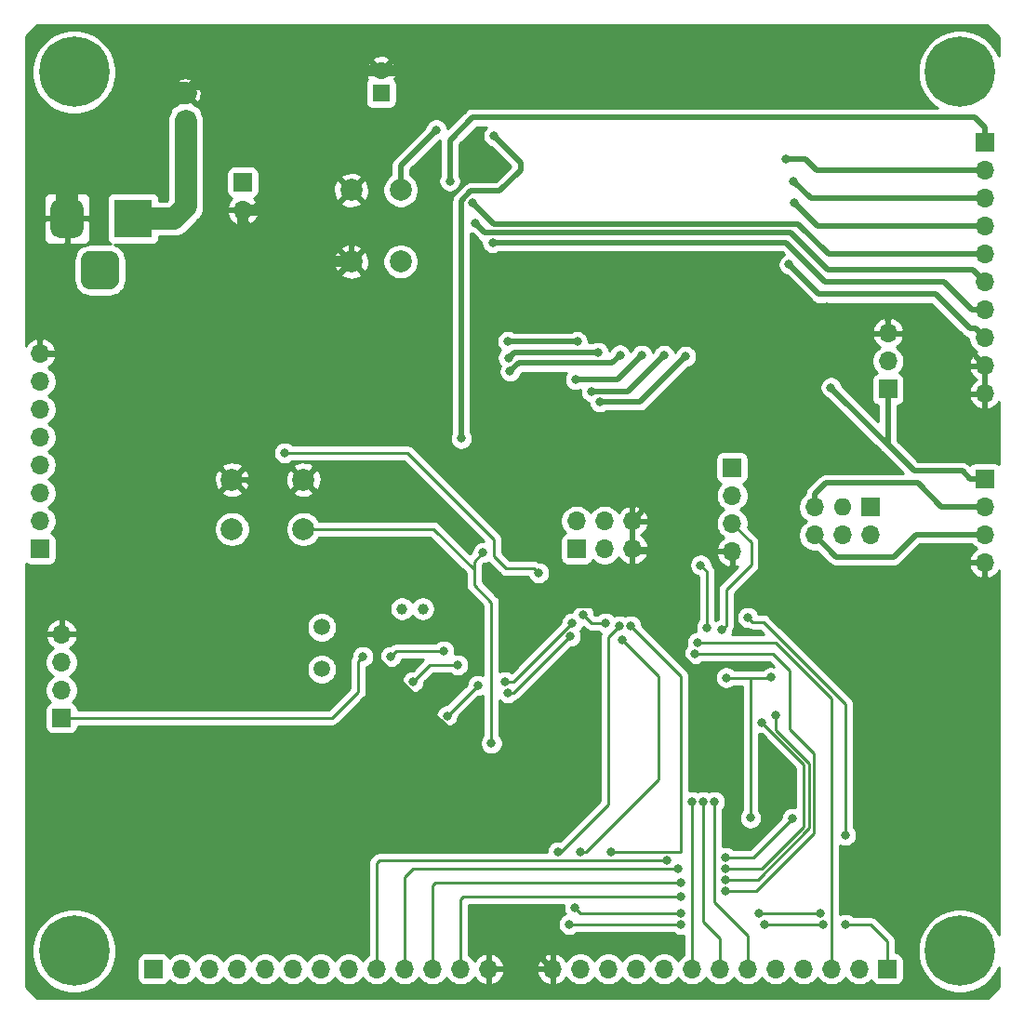
<source format=gbr>
G04 #@! TF.GenerationSoftware,KiCad,Pcbnew,(5.1.6)-1*
G04 #@! TF.CreationDate,2020-10-12T10:23:52+03:00*
G04 #@! TF.ProjectId,STM32_ESP8266_devboard,53544d33-325f-4455-9350-383236365f64,rev?*
G04 #@! TF.SameCoordinates,Original*
G04 #@! TF.FileFunction,Copper,L2,Bot*
G04 #@! TF.FilePolarity,Positive*
%FSLAX46Y46*%
G04 Gerber Fmt 4.6, Leading zero omitted, Abs format (unit mm)*
G04 Created by KiCad (PCBNEW (5.1.6)-1) date 2020-10-12 10:23:52*
%MOMM*%
%LPD*%
G01*
G04 APERTURE LIST*
G04 #@! TA.AperFunction,ComponentPad*
%ADD10C,6.400000*%
G04 #@! TD*
G04 #@! TA.AperFunction,ComponentPad*
%ADD11R,1.600000X1.600000*%
G04 #@! TD*
G04 #@! TA.AperFunction,ComponentPad*
%ADD12C,1.600000*%
G04 #@! TD*
G04 #@! TA.AperFunction,ComponentPad*
%ADD13R,1.700000X1.700000*%
G04 #@! TD*
G04 #@! TA.AperFunction,ComponentPad*
%ADD14O,1.700000X1.700000*%
G04 #@! TD*
G04 #@! TA.AperFunction,ComponentPad*
%ADD15O,1.600000X1.600000*%
G04 #@! TD*
G04 #@! TA.AperFunction,ComponentPad*
%ADD16R,3.500000X3.500000*%
G04 #@! TD*
G04 #@! TA.AperFunction,ComponentPad*
%ADD17C,2.000000*%
G04 #@! TD*
G04 #@! TA.AperFunction,ComponentPad*
%ADD18C,1.500000*%
G04 #@! TD*
G04 #@! TA.AperFunction,ComponentPad*
%ADD19C,1.000000*%
G04 #@! TD*
G04 #@! TA.AperFunction,ViaPad*
%ADD20C,0.800000*%
G04 #@! TD*
G04 #@! TA.AperFunction,Conductor*
%ADD21C,0.500000*%
G04 #@! TD*
G04 #@! TA.AperFunction,Conductor*
%ADD22C,2.000000*%
G04 #@! TD*
G04 #@! TA.AperFunction,Conductor*
%ADD23C,1.000000*%
G04 #@! TD*
G04 #@! TA.AperFunction,Conductor*
%ADD24C,0.250000*%
G04 #@! TD*
G04 #@! TA.AperFunction,Conductor*
%ADD25C,0.254000*%
G04 #@! TD*
G04 APERTURE END LIST*
D10*
X125095000Y-133985000D03*
X205740000Y-133985000D03*
X205740000Y-53975000D03*
D11*
X135255000Y-58420000D03*
D12*
X135255000Y-55920000D03*
D11*
X153035000Y-55880000D03*
D12*
X153035000Y-53880000D03*
D13*
X185000000Y-89990000D03*
D14*
X185000000Y-92530000D03*
X185000000Y-95070000D03*
X185000000Y-97610000D03*
D13*
X197600000Y-93600000D03*
D14*
X197600000Y-96140000D03*
D15*
X195060000Y-93600000D03*
D14*
X195060000Y-96140000D03*
X192520000Y-93600000D03*
X192520000Y-96140000D03*
D13*
X123952000Y-112776000D03*
D14*
X123952000Y-110236000D03*
X123952000Y-107696000D03*
X123952000Y-105156000D03*
D13*
X199136000Y-135636000D03*
D14*
X196596000Y-135636000D03*
X194056000Y-135636000D03*
X191516000Y-135636000D03*
X188976000Y-135636000D03*
X186436000Y-135636000D03*
X183896000Y-135636000D03*
X181356000Y-135636000D03*
X178816000Y-135636000D03*
X176276000Y-135636000D03*
X173736000Y-135636000D03*
X171196000Y-135636000D03*
X168656000Y-135636000D03*
X175930000Y-94850000D03*
X175930000Y-97390000D03*
X173390000Y-94850000D03*
X173390000Y-97390000D03*
X170850000Y-94850000D03*
D13*
X170850000Y-97390000D03*
D14*
X162814000Y-135636000D03*
X160274000Y-135636000D03*
X157734000Y-135636000D03*
X155194000Y-135636000D03*
X152654000Y-135636000D03*
X150114000Y-135636000D03*
X147574000Y-135636000D03*
X145034000Y-135636000D03*
X142494000Y-135636000D03*
X139954000Y-135636000D03*
X137414000Y-135636000D03*
X134874000Y-135636000D03*
D13*
X132334000Y-135636000D03*
D16*
X130460000Y-67310000D03*
G04 #@! TA.AperFunction,ComponentPad*
G36*
G01*
X122960000Y-68310000D02*
X122960000Y-66310000D01*
G75*
G02*
X123710000Y-65560000I750000J0D01*
G01*
X125210000Y-65560000D01*
G75*
G02*
X125960000Y-66310000I0J-750000D01*
G01*
X125960000Y-68310000D01*
G75*
G02*
X125210000Y-69060000I-750000J0D01*
G01*
X123710000Y-69060000D01*
G75*
G02*
X122960000Y-68310000I0J750000D01*
G01*
G37*
G04 #@! TD.AperFunction*
G04 #@! TA.AperFunction,ComponentPad*
G36*
G01*
X125710000Y-72885000D02*
X125710000Y-71135000D01*
G75*
G02*
X126585000Y-70260000I875000J0D01*
G01*
X128335000Y-70260000D01*
G75*
G02*
X129210000Y-71135000I0J-875000D01*
G01*
X129210000Y-72885000D01*
G75*
G02*
X128335000Y-73760000I-875000J0D01*
G01*
X126585000Y-73760000D01*
G75*
G02*
X125710000Y-72885000I0J875000D01*
G01*
G37*
G04 #@! TD.AperFunction*
D13*
X140462000Y-64008000D03*
D14*
X140462000Y-66548000D03*
D13*
X122000000Y-97400000D03*
D14*
X122000000Y-94860000D03*
X122000000Y-92320000D03*
X122000000Y-89780000D03*
X122000000Y-87240000D03*
X122000000Y-84700000D03*
X122000000Y-82160000D03*
X122000000Y-79620000D03*
D13*
X208000000Y-60400000D03*
D14*
X208000000Y-62940000D03*
X208000000Y-65480000D03*
X208000000Y-68020000D03*
X208000000Y-70560000D03*
X208000000Y-73100000D03*
X208000000Y-75640000D03*
X208000000Y-78180000D03*
X208000000Y-80720000D03*
X208000000Y-83260000D03*
D13*
X199200000Y-82830000D03*
D14*
X199200000Y-80290000D03*
X199200000Y-77750000D03*
X208000000Y-98620000D03*
X208000000Y-96080000D03*
X208000000Y-93540000D03*
D13*
X208000000Y-91000000D03*
D17*
X139480000Y-95580000D03*
X139480000Y-91080000D03*
X145980000Y-95580000D03*
X145980000Y-91080000D03*
X150325000Y-64725000D03*
X154825000Y-64725000D03*
X150325000Y-71225000D03*
X154825000Y-71225000D03*
D18*
X147650000Y-108320000D03*
X147650000Y-104520000D03*
D10*
X125095000Y-53975000D03*
D19*
X156850000Y-102840000D03*
X154950000Y-102840000D03*
D20*
X193600000Y-75400000D03*
X164225000Y-70800000D03*
X158825000Y-69700000D03*
X168960000Y-77380000D03*
X142520000Y-101240000D03*
X152770000Y-98880000D03*
X158950000Y-99150000D03*
X183630000Y-111000000D03*
X168490000Y-104450000D03*
X160090000Y-114760000D03*
X184570000Y-123700000D03*
X169540000Y-103400000D03*
X164850000Y-104040000D03*
X152654000Y-118872000D03*
X161544000Y-131064000D03*
X151384000Y-131064000D03*
X194000000Y-82700000D03*
X184480000Y-109110000D03*
X188530000Y-109090000D03*
X186680000Y-121880000D03*
X159060000Y-112590000D03*
X161870000Y-109810000D03*
X184060000Y-104760000D03*
X182690000Y-104550000D03*
X182140000Y-98860000D03*
X182372000Y-120396000D03*
X183388000Y-120396000D03*
X181864000Y-105918000D03*
X186436000Y-103632000D03*
X195326000Y-123444000D03*
X175001347Y-105659347D03*
X171196000Y-124968000D03*
X170688000Y-130048000D03*
X180340000Y-130556000D03*
X187452000Y-130556000D03*
X193040000Y-130556000D03*
X174752000Y-104394000D03*
X169164000Y-124968000D03*
X170180000Y-131572000D03*
X180340000Y-131572000D03*
X187960000Y-131572000D03*
X193294000Y-131572000D03*
X195326000Y-131572000D03*
X173482000Y-104140000D03*
X171450000Y-103400000D03*
X167386000Y-99568000D03*
X144272000Y-88646000D03*
X170434000Y-104140000D03*
X164338000Y-109474000D03*
X158750000Y-106680000D03*
X153924000Y-107188000D03*
X151384000Y-107188000D03*
X170281461Y-105346156D03*
X164592000Y-110490000D03*
X160020000Y-107950000D03*
X155956000Y-109474000D03*
X181356000Y-120396000D03*
X181610000Y-106934000D03*
X184404000Y-128524000D03*
X180340000Y-129032000D03*
X188976000Y-112522000D03*
X184404000Y-127508000D03*
X180340000Y-127762000D03*
X187706000Y-113225000D03*
X184404000Y-126492000D03*
X180086000Y-126492000D03*
X190500000Y-121920000D03*
X184404000Y-125476000D03*
X179070000Y-125730000D03*
X160350000Y-87325000D03*
X163325000Y-59775000D03*
X164800000Y-81225000D03*
X174800000Y-79725000D03*
X170750000Y-81975000D03*
X176800000Y-79750000D03*
X164600000Y-78500000D03*
X170900000Y-78500000D03*
X164650000Y-80000000D03*
X172800000Y-79500000D03*
X172200000Y-83050000D03*
X178800000Y-79775000D03*
X172975000Y-84000000D03*
X180775000Y-79850000D03*
X159300000Y-63900000D03*
X189900000Y-61900000D03*
X190600000Y-63900000D03*
X190700000Y-65900000D03*
X161400000Y-65900000D03*
X161600000Y-67700000D03*
X163200000Y-69500000D03*
X190200000Y-71500000D03*
X163090000Y-115070000D03*
X162340000Y-97700000D03*
X173990000Y-124968000D03*
X175768000Y-104394000D03*
X158075000Y-59250000D03*
D21*
X208000000Y-80720000D02*
X208000000Y-83260000D01*
X207150001Y-79870001D02*
X207150001Y-79750001D01*
X208000000Y-80720000D02*
X207150001Y-79870001D01*
X207150001Y-79750001D02*
X202800000Y-75400000D01*
D22*
X124460000Y-67310000D02*
X124460000Y-62940000D01*
X131480000Y-55920000D02*
X135255000Y-55920000D01*
X124460000Y-62940000D02*
X131480000Y-55920000D01*
D23*
X136054999Y-55120001D02*
X149279999Y-55120001D01*
X135255000Y-55920000D02*
X136054999Y-55120001D01*
X150520000Y-53880000D02*
X153035000Y-53880000D01*
X149279999Y-55120001D02*
X150050000Y-54350000D01*
X150050000Y-54350000D02*
X150520000Y-53880000D01*
D21*
X150325000Y-71225000D02*
X150325000Y-69800000D01*
X150325000Y-69800000D02*
X152275000Y-67850000D01*
X193600000Y-75400000D02*
X191575000Y-75400000D01*
X191575000Y-75400000D02*
X186850000Y-70675000D01*
X186850000Y-70675000D02*
X164350000Y-70675000D01*
X164350000Y-70675000D02*
X164225000Y-70800000D01*
X153725001Y-69300001D02*
X152275000Y-67850000D01*
X158425001Y-69300001D02*
X153725001Y-69300001D01*
X158825000Y-69700000D02*
X158425001Y-69300001D01*
X122000000Y-79620000D02*
X141930000Y-79620000D01*
X199175000Y-76522919D02*
X199175000Y-75400000D01*
X199200000Y-76547919D02*
X199175000Y-76522919D01*
X199200000Y-77750000D02*
X199200000Y-76547919D01*
X202800000Y-75400000D02*
X199175000Y-75400000D01*
X199175000Y-75400000D02*
X193600000Y-75400000D01*
X164225000Y-72645000D02*
X164225000Y-70800000D01*
X168960000Y-77380000D02*
X164225000Y-72645000D01*
X175930000Y-97390000D02*
X175930000Y-94850000D01*
X176779999Y-94000001D02*
X176779999Y-86020001D01*
X175930000Y-94850000D02*
X176779999Y-94000001D01*
X187400000Y-75400000D02*
X191575000Y-75400000D01*
X176779999Y-86020001D02*
X187400000Y-75400000D01*
X176150000Y-97610000D02*
X175930000Y-97390000D01*
X185000000Y-97610000D02*
X176150000Y-97610000D01*
X141930000Y-79620000D02*
X142260000Y-79290000D01*
X142260000Y-79290000D02*
X150325000Y-71225000D01*
X142919999Y-80609999D02*
X141930000Y-79620000D01*
X142520000Y-101240000D02*
X142919999Y-100840001D01*
X142920000Y-98480001D02*
X142919999Y-98480000D01*
X152370001Y-98480001D02*
X142920000Y-98480001D01*
X152770000Y-98880000D02*
X152370001Y-98480001D01*
X142919999Y-100840001D02*
X142919999Y-98480000D01*
X153040000Y-99150000D02*
X152770000Y-98880000D01*
X158950000Y-99150000D02*
X153040000Y-99150000D01*
D24*
X175930000Y-98592081D02*
X175930000Y-97390000D01*
D21*
X183630000Y-110434315D02*
X175930000Y-102734315D01*
D24*
X175930000Y-102734315D02*
X175930000Y-102550000D01*
X175930000Y-102550000D02*
X175930000Y-98592081D01*
D21*
X152770000Y-107440000D02*
X152770000Y-98880000D01*
X160090000Y-114760000D02*
X152770000Y-107440000D01*
D24*
X185135685Y-123700000D02*
X185660000Y-123175685D01*
X184570000Y-123700000D02*
X185135685Y-123700000D01*
X185660000Y-123175685D02*
X185660000Y-111320000D01*
X185340000Y-111000000D02*
X183630000Y-111000000D01*
X185660000Y-111320000D02*
X185340000Y-111000000D01*
D21*
X142919999Y-93105786D02*
X142919999Y-94060000D01*
X140894213Y-91080000D02*
X142919999Y-93105786D01*
X139480000Y-91080000D02*
X140894213Y-91080000D01*
X142919999Y-98480000D02*
X142919999Y-94060000D01*
X142919999Y-94060000D02*
X142919999Y-80609999D01*
D24*
X168490000Y-104450000D02*
X169540000Y-103400000D01*
X169540000Y-103400000D02*
X170390000Y-102550000D01*
D21*
X168080000Y-104040000D02*
X168490000Y-104450000D01*
X164850000Y-104040000D02*
X168080000Y-104040000D01*
X168490000Y-104450000D02*
X170390000Y-102550000D01*
X170390000Y-102550000D02*
X175930000Y-102550000D01*
X183630000Y-111000000D02*
X183630000Y-110434315D01*
X155978000Y-118872000D02*
X160090000Y-114760000D01*
X152654000Y-118872000D02*
X155978000Y-118872000D01*
D23*
X141664081Y-66548000D02*
X149284081Y-58928000D01*
X140462000Y-66548000D02*
X141664081Y-66548000D01*
X149284081Y-58928000D02*
X155956000Y-58928000D01*
X155956000Y-58928000D02*
X157226000Y-57658000D01*
X157226000Y-57658000D02*
X157226000Y-55118000D01*
X155988000Y-53880000D02*
X153035000Y-53880000D01*
X157226000Y-55118000D02*
X155988000Y-53880000D01*
X143936919Y-71225000D02*
X150325000Y-71225000D01*
X140462000Y-66548000D02*
X140462000Y-67750081D01*
X140462000Y-67750081D02*
X143936919Y-71225000D01*
D21*
X167806001Y-134786001D02*
X167806001Y-133516001D01*
X168656000Y-135636000D02*
X167806001Y-134786001D01*
X167806001Y-133516001D02*
X165354000Y-131064000D01*
X151384000Y-130498315D02*
X149098000Y-128212315D01*
X151384000Y-131064000D02*
X151384000Y-130498315D01*
X149098000Y-128212315D02*
X149098000Y-120142000D01*
X150368000Y-118872000D02*
X152654000Y-118872000D01*
X149098000Y-120142000D02*
X150368000Y-118872000D01*
X165354000Y-131064000D02*
X161544000Y-131064000D01*
X206650000Y-91000000D02*
X208000000Y-91000000D01*
X205950000Y-90300000D02*
X206650000Y-91000000D01*
X201600000Y-90300000D02*
X205950000Y-90300000D01*
X199200000Y-87900000D02*
X200150000Y-88850000D01*
X199200000Y-82830000D02*
X199200000Y-87900000D01*
X194000000Y-82700000D02*
X200150000Y-88850000D01*
X200150000Y-88850000D02*
X201600000Y-90300000D01*
D24*
X188510000Y-109110000D02*
X188530000Y-109090000D01*
X186680000Y-121880000D02*
X186680000Y-109110000D01*
X184480000Y-109110000D02*
X186680000Y-109110000D01*
X186680000Y-109110000D02*
X188510000Y-109110000D01*
X161840000Y-109810000D02*
X161870000Y-109810000D01*
X159060000Y-112590000D02*
X161840000Y-109810000D01*
D22*
X134210000Y-67310000D02*
X135300000Y-66220000D01*
X130460000Y-67310000D02*
X134210000Y-67310000D01*
X135255000Y-61220000D02*
X135255000Y-58420000D01*
X135255000Y-66175000D02*
X135255000Y-61220000D01*
X135300000Y-66220000D02*
X135255000Y-66175000D01*
D24*
X184459999Y-104360001D02*
X184459999Y-101110001D01*
X184060000Y-104760000D02*
X184459999Y-104360001D01*
X184459999Y-101110001D02*
X186730000Y-98840000D01*
X186730000Y-96800000D02*
X185000000Y-95070000D01*
X186730000Y-98840000D02*
X186730000Y-96800000D01*
X182690000Y-104550000D02*
X182690000Y-99410000D01*
X182690000Y-99410000D02*
X182140000Y-98860000D01*
D21*
X208000000Y-96080000D02*
X201720000Y-96080000D01*
X201720000Y-96080000D02*
X199700000Y-98100000D01*
X194480000Y-98100000D02*
X192520000Y-96140000D01*
X199700000Y-98100000D02*
X194480000Y-98100000D01*
X204040000Y-93540000D02*
X208000000Y-93540000D01*
X201900000Y-91400000D02*
X204040000Y-93540000D01*
X193517919Y-91400000D02*
X201900000Y-91400000D01*
X192520000Y-93600000D02*
X192520000Y-92397919D01*
X192520000Y-92397919D02*
X193517919Y-91400000D01*
D24*
X182372000Y-120396000D02*
X182372000Y-131318000D01*
X183896000Y-132842000D02*
X183896000Y-135636000D01*
X182372000Y-131318000D02*
X183896000Y-132842000D01*
X183388000Y-120396000D02*
X183388000Y-129540000D01*
X186436000Y-132588000D02*
X186436000Y-135636000D01*
X183388000Y-129540000D02*
X186436000Y-132588000D01*
X181864000Y-105918000D02*
X188976000Y-105918000D01*
X194056000Y-110998000D02*
X194056000Y-135636000D01*
X188976000Y-105918000D02*
X194056000Y-110998000D01*
X186835999Y-104031999D02*
X187851999Y-104031999D01*
X186436000Y-103632000D02*
X186835999Y-104031999D01*
X187851999Y-104031999D02*
X195326000Y-111506000D01*
X195326000Y-111506000D02*
X195326000Y-123444000D01*
X175001347Y-105659347D02*
X178308000Y-108966000D01*
X178308000Y-108966000D02*
X178308000Y-118364000D01*
X178308000Y-118364000D02*
X171704000Y-124968000D01*
X171704000Y-124968000D02*
X171196000Y-124968000D01*
X170688000Y-130048000D02*
X171196000Y-130556000D01*
X171196000Y-130556000D02*
X180340000Y-130556000D01*
X187452000Y-130556000D02*
X193040000Y-130556000D01*
X174752000Y-104394000D02*
X173736000Y-105410000D01*
X173736000Y-105410000D02*
X173736000Y-120650000D01*
X173736000Y-120650000D02*
X169418000Y-124968000D01*
X169418000Y-124968000D02*
X169164000Y-124968000D01*
X170180000Y-131572000D02*
X180340000Y-131572000D01*
X187960000Y-131572000D02*
X193294000Y-131572000D01*
X195326000Y-131572000D02*
X197612000Y-131572000D01*
X199136000Y-133096000D02*
X199136000Y-135636000D01*
X197612000Y-131572000D02*
X199136000Y-133096000D01*
X173482000Y-104140000D02*
X172190000Y-104140000D01*
X172190000Y-104140000D02*
X171450000Y-103400000D01*
X166986001Y-99168001D02*
X164446001Y-99168001D01*
X167386000Y-99568000D02*
X166986001Y-99168001D01*
X164446001Y-99168001D02*
X163322000Y-98044000D01*
X163322000Y-98044000D02*
X163322000Y-96520000D01*
X163322000Y-96520000D02*
X155448000Y-88646000D01*
X155448000Y-88646000D02*
X144272000Y-88646000D01*
X170434000Y-104140000D02*
X165100000Y-109474000D01*
X165100000Y-109474000D02*
X164338000Y-109474000D01*
X158750000Y-106680000D02*
X154432000Y-106680000D01*
X154432000Y-106680000D02*
X153924000Y-107188000D01*
X150984001Y-107587999D02*
X150984001Y-110381999D01*
X151384000Y-107188000D02*
X150984001Y-107587999D01*
X148590000Y-112776000D02*
X123952000Y-112776000D01*
X150984001Y-110381999D02*
X148590000Y-112776000D01*
X170281461Y-105346156D02*
X165137617Y-110490000D01*
X165137617Y-110490000D02*
X164592000Y-110490000D01*
X160020000Y-107950000D02*
X157480000Y-107950000D01*
X157480000Y-107950000D02*
X155956000Y-109474000D01*
X181356000Y-120396000D02*
X181356000Y-135636000D01*
X181610000Y-106934000D02*
X188722000Y-106934000D01*
X188722000Y-106934000D02*
X190246000Y-108458000D01*
X190246000Y-108458000D02*
X190246000Y-113792000D01*
X192474010Y-116020010D02*
X192474010Y-123247990D01*
X190246000Y-113792000D02*
X192474010Y-116020010D01*
X192474010Y-123247990D02*
X187198000Y-128524000D01*
X187198000Y-128524000D02*
X184404000Y-128524000D01*
X180340000Y-129032000D02*
X160528000Y-129032000D01*
X160274000Y-129286000D02*
X160274000Y-135636000D01*
X160528000Y-129032000D02*
X160274000Y-129286000D01*
X188976000Y-113858590D02*
X192024000Y-116906590D01*
X188976000Y-112522000D02*
X188976000Y-113858590D01*
X187326410Y-127508000D02*
X184404000Y-127508000D01*
X192024000Y-116906590D02*
X192024000Y-122810410D01*
X192024000Y-122810410D02*
X187326410Y-127508000D01*
X180340000Y-127762000D02*
X157988000Y-127762000D01*
X157734000Y-128016000D02*
X157734000Y-135636000D01*
X157988000Y-127762000D02*
X157734000Y-128016000D01*
X187706000Y-113225000D02*
X191516000Y-117035000D01*
X191516000Y-117035000D02*
X191516000Y-122682000D01*
X191516000Y-122682000D02*
X187706000Y-126492000D01*
X187706000Y-126492000D02*
X184404000Y-126492000D01*
X180086000Y-126492000D02*
X155956000Y-126492000D01*
X155194000Y-127254000D02*
X155194000Y-135636000D01*
X155956000Y-126492000D02*
X155194000Y-127254000D01*
X190500000Y-121920000D02*
X186944000Y-125476000D01*
X186944000Y-125476000D02*
X184404000Y-125476000D01*
X179070000Y-125730000D02*
X152908000Y-125730000D01*
X152654000Y-125984000D02*
X152654000Y-135636000D01*
X152908000Y-125730000D02*
X152654000Y-125984000D01*
D21*
X160350000Y-65691998D02*
X161225000Y-64816998D01*
X160350000Y-87325000D02*
X160350000Y-65691998D01*
X161225000Y-64816998D02*
X163833002Y-64816998D01*
X163833002Y-64816998D02*
X165775000Y-62875000D01*
X165775000Y-62875000D02*
X165775000Y-62225000D01*
X165775000Y-62225000D02*
X163325000Y-59775000D01*
X164800000Y-81225000D02*
X165575000Y-80450000D01*
X165575000Y-80450000D02*
X174075000Y-80450000D01*
X174075000Y-80450000D02*
X174800000Y-79725000D01*
X170750000Y-81975000D02*
X174575000Y-81975000D01*
X174575000Y-81975000D02*
X176800000Y-79750000D01*
X164600000Y-78500000D02*
X170900000Y-78500000D01*
X164650000Y-80000000D02*
X165150000Y-79500000D01*
X165150000Y-79500000D02*
X172800000Y-79500000D01*
X172200000Y-83050000D02*
X175525000Y-83050000D01*
X175525000Y-83050000D02*
X178800000Y-79775000D01*
X172975000Y-84000000D02*
X176625000Y-84000000D01*
X176625000Y-84000000D02*
X180775000Y-79850000D01*
X208000000Y-59050000D02*
X207050000Y-58100000D01*
X208000000Y-60400000D02*
X208000000Y-59050000D01*
X207050000Y-58100000D02*
X161400000Y-58100000D01*
X161400000Y-58100000D02*
X159300000Y-60200000D01*
X159300000Y-60200000D02*
X159300000Y-63900000D01*
X208000000Y-62940000D02*
X192740000Y-62940000D01*
X192740000Y-62940000D02*
X191700000Y-61900000D01*
X191700000Y-61900000D02*
X189900000Y-61900000D01*
X208000000Y-65480000D02*
X192180000Y-65480000D01*
X192180000Y-65480000D02*
X190600000Y-63900000D01*
X208000000Y-68020000D02*
X192820000Y-68020000D01*
X192820000Y-68020000D02*
X190700000Y-65900000D01*
X208000000Y-70560000D02*
X193760000Y-70560000D01*
X193760000Y-70560000D02*
X191000000Y-67800000D01*
X191000000Y-67800000D02*
X163300000Y-67800000D01*
X163300000Y-67800000D02*
X161400000Y-65900000D01*
X208000000Y-73100000D02*
X206900000Y-72000000D01*
X206900000Y-72000000D02*
X193700000Y-72000000D01*
X193700000Y-72000000D02*
X190300000Y-68600000D01*
X190300000Y-68600000D02*
X162500000Y-68600000D01*
X162500000Y-68600000D02*
X161600000Y-67700000D01*
X206797919Y-75640000D02*
X204257919Y-73100000D01*
X208000000Y-75640000D02*
X206797919Y-75640000D01*
X204257919Y-73100000D02*
X193500000Y-73100000D01*
X193500000Y-73100000D02*
X189900000Y-69500000D01*
X189900000Y-69500000D02*
X163200000Y-69500000D01*
X207150001Y-77330001D02*
X206630001Y-77330001D01*
X208000000Y-78180000D02*
X207150001Y-77330001D01*
X206630001Y-77330001D02*
X203500000Y-74200000D01*
X203500000Y-74200000D02*
X192900000Y-74200000D01*
X192900000Y-74200000D02*
X190200000Y-71500000D01*
D24*
X163090000Y-115070000D02*
X163090000Y-102250000D01*
X163090000Y-102250000D02*
X161510000Y-100670000D01*
X161510000Y-100670000D02*
X161510000Y-99270000D01*
X157820000Y-95580000D02*
X145980000Y-95580000D01*
X161510000Y-99270000D02*
X157820000Y-95580000D01*
X161510000Y-99270000D02*
X161510000Y-98530000D01*
X161510000Y-98530000D02*
X162340000Y-97700000D01*
X173990000Y-124968000D02*
X180340000Y-124968000D01*
X180340000Y-124968000D02*
X180340000Y-108966000D01*
X180340000Y-108966000D02*
X175768000Y-104394000D01*
D21*
X154825000Y-64725000D02*
X154825000Y-62500000D01*
X154825000Y-62500000D02*
X158075000Y-59250000D01*
D25*
G36*
X209290000Y-50813491D02*
G01*
X209290000Y-52524120D01*
X209138533Y-52158446D01*
X208718839Y-51530330D01*
X208184670Y-50996161D01*
X207556554Y-50576467D01*
X206858628Y-50287377D01*
X206117715Y-50140000D01*
X205362285Y-50140000D01*
X204621372Y-50287377D01*
X203923446Y-50576467D01*
X203295330Y-50996161D01*
X202761161Y-51530330D01*
X202341467Y-52158446D01*
X202052377Y-52856372D01*
X201905000Y-53597285D01*
X201905000Y-54352715D01*
X202052377Y-55093628D01*
X202341467Y-55791554D01*
X202761161Y-56419670D01*
X203295330Y-56953839D01*
X203686185Y-57215000D01*
X161443465Y-57215000D01*
X161399999Y-57210719D01*
X161356533Y-57215000D01*
X161356523Y-57215000D01*
X161226510Y-57227805D01*
X161059687Y-57278411D01*
X160905941Y-57360589D01*
X160905939Y-57360590D01*
X160905940Y-57360590D01*
X160804953Y-57443468D01*
X160804951Y-57443470D01*
X160771183Y-57471183D01*
X160743470Y-57504951D01*
X159108401Y-59140021D01*
X159070226Y-58948102D01*
X158992205Y-58759744D01*
X158878937Y-58590226D01*
X158734774Y-58446063D01*
X158565256Y-58332795D01*
X158376898Y-58254774D01*
X158176939Y-58215000D01*
X157973061Y-58215000D01*
X157773102Y-58254774D01*
X157584744Y-58332795D01*
X157415226Y-58446063D01*
X157271063Y-58590226D01*
X157157795Y-58759744D01*
X157079774Y-58948102D01*
X157068465Y-59004956D01*
X154229951Y-61843471D01*
X154196184Y-61871183D01*
X154168471Y-61904951D01*
X154168468Y-61904954D01*
X154085590Y-62005941D01*
X154003412Y-62159687D01*
X153952805Y-62326510D01*
X153935719Y-62500000D01*
X153940001Y-62543479D01*
X153940001Y-63349940D01*
X153782748Y-63455013D01*
X153555013Y-63682748D01*
X153376082Y-63950537D01*
X153252832Y-64248088D01*
X153190000Y-64563967D01*
X153190000Y-64886033D01*
X153252832Y-65201912D01*
X153376082Y-65499463D01*
X153555013Y-65767252D01*
X153782748Y-65994987D01*
X154050537Y-66173918D01*
X154348088Y-66297168D01*
X154663967Y-66360000D01*
X154986033Y-66360000D01*
X155301912Y-66297168D01*
X155599463Y-66173918D01*
X155867252Y-65994987D01*
X156094987Y-65767252D01*
X156273918Y-65499463D01*
X156397168Y-65201912D01*
X156460000Y-64886033D01*
X156460000Y-64563967D01*
X156397168Y-64248088D01*
X156273918Y-63950537D01*
X156094987Y-63682748D01*
X155867252Y-63455013D01*
X155710000Y-63349941D01*
X155710000Y-62866578D01*
X158320044Y-60256535D01*
X158376898Y-60245226D01*
X158413673Y-60229993D01*
X158415000Y-60243469D01*
X158415001Y-63361544D01*
X158382795Y-63409744D01*
X158304774Y-63598102D01*
X158265000Y-63798061D01*
X158265000Y-64001939D01*
X158304774Y-64201898D01*
X158382795Y-64390256D01*
X158496063Y-64559774D01*
X158640226Y-64703937D01*
X158809744Y-64817205D01*
X158998102Y-64895226D01*
X159198061Y-64935000D01*
X159401939Y-64935000D01*
X159601898Y-64895226D01*
X159790256Y-64817205D01*
X159959774Y-64703937D01*
X160103937Y-64559774D01*
X160217205Y-64390256D01*
X160295226Y-64201898D01*
X160335000Y-64001939D01*
X160335000Y-63798061D01*
X160295226Y-63598102D01*
X160217205Y-63409744D01*
X160185000Y-63361546D01*
X160185000Y-60566578D01*
X161766579Y-58985000D01*
X162651289Y-58985000D01*
X162521063Y-59115226D01*
X162407795Y-59284744D01*
X162329774Y-59473102D01*
X162290000Y-59673061D01*
X162290000Y-59876939D01*
X162329774Y-60076898D01*
X162407795Y-60265256D01*
X162521063Y-60434774D01*
X162665226Y-60578937D01*
X162834744Y-60692205D01*
X163023102Y-60770226D01*
X163079957Y-60781535D01*
X164848421Y-62550000D01*
X163466424Y-63931998D01*
X161268469Y-63931998D01*
X161225000Y-63927717D01*
X161181531Y-63931998D01*
X161181523Y-63931998D01*
X161051510Y-63944803D01*
X160884687Y-63995409D01*
X160738606Y-64073490D01*
X160730941Y-64077587D01*
X160629953Y-64160466D01*
X160629951Y-64160468D01*
X160596183Y-64188181D01*
X160568470Y-64221949D01*
X159754951Y-65035469D01*
X159721184Y-65063181D01*
X159693471Y-65096949D01*
X159693468Y-65096952D01*
X159610590Y-65197939D01*
X159528412Y-65351685D01*
X159477805Y-65518508D01*
X159460719Y-65691998D01*
X159465001Y-65735477D01*
X159465000Y-86786546D01*
X159432795Y-86834744D01*
X159354774Y-87023102D01*
X159315000Y-87223061D01*
X159315000Y-87426939D01*
X159354774Y-87626898D01*
X159432795Y-87815256D01*
X159546063Y-87984774D01*
X159690226Y-88128937D01*
X159859744Y-88242205D01*
X160048102Y-88320226D01*
X160248061Y-88360000D01*
X160451939Y-88360000D01*
X160651898Y-88320226D01*
X160840256Y-88242205D01*
X161009774Y-88128937D01*
X161153937Y-87984774D01*
X161267205Y-87815256D01*
X161345226Y-87626898D01*
X161385000Y-87426939D01*
X161385000Y-87223061D01*
X161345226Y-87023102D01*
X161267205Y-86834744D01*
X161235000Y-86786546D01*
X161235000Y-78398061D01*
X163565000Y-78398061D01*
X163565000Y-78601939D01*
X163604774Y-78801898D01*
X163682795Y-78990256D01*
X163796063Y-79159774D01*
X163911289Y-79275000D01*
X163846063Y-79340226D01*
X163732795Y-79509744D01*
X163654774Y-79698102D01*
X163615000Y-79898061D01*
X163615000Y-80101939D01*
X163654774Y-80301898D01*
X163732795Y-80490256D01*
X163846063Y-80659774D01*
X163898111Y-80711822D01*
X163882795Y-80734744D01*
X163804774Y-80923102D01*
X163765000Y-81123061D01*
X163765000Y-81326939D01*
X163804774Y-81526898D01*
X163882795Y-81715256D01*
X163996063Y-81884774D01*
X164140226Y-82028937D01*
X164309744Y-82142205D01*
X164498102Y-82220226D01*
X164698061Y-82260000D01*
X164901939Y-82260000D01*
X165101898Y-82220226D01*
X165290256Y-82142205D01*
X165459774Y-82028937D01*
X165603937Y-81884774D01*
X165717205Y-81715256D01*
X165795226Y-81526898D01*
X165806535Y-81470044D01*
X165941579Y-81335000D01*
X169932850Y-81335000D01*
X169832795Y-81484744D01*
X169754774Y-81673102D01*
X169715000Y-81873061D01*
X169715000Y-82076939D01*
X169754774Y-82276898D01*
X169832795Y-82465256D01*
X169946063Y-82634774D01*
X170090226Y-82778937D01*
X170259744Y-82892205D01*
X170448102Y-82970226D01*
X170648061Y-83010000D01*
X170851939Y-83010000D01*
X171051898Y-82970226D01*
X171170351Y-82921161D01*
X171165000Y-82948061D01*
X171165000Y-83151939D01*
X171204774Y-83351898D01*
X171282795Y-83540256D01*
X171396063Y-83709774D01*
X171540226Y-83853937D01*
X171709744Y-83967205D01*
X171898102Y-84045226D01*
X171940000Y-84053560D01*
X171940000Y-84101939D01*
X171979774Y-84301898D01*
X172057795Y-84490256D01*
X172171063Y-84659774D01*
X172315226Y-84803937D01*
X172484744Y-84917205D01*
X172673102Y-84995226D01*
X172873061Y-85035000D01*
X173076939Y-85035000D01*
X173276898Y-84995226D01*
X173465256Y-84917205D01*
X173513454Y-84885000D01*
X176581531Y-84885000D01*
X176625000Y-84889281D01*
X176668469Y-84885000D01*
X176668477Y-84885000D01*
X176798490Y-84872195D01*
X176965313Y-84821589D01*
X177119059Y-84739411D01*
X177253817Y-84628817D01*
X177281534Y-84595044D01*
X181020044Y-80856535D01*
X181076898Y-80845226D01*
X181265256Y-80767205D01*
X181434774Y-80653937D01*
X181578937Y-80509774D01*
X181692205Y-80340256D01*
X181770226Y-80151898D01*
X181810000Y-79951939D01*
X181810000Y-79748061D01*
X181770226Y-79548102D01*
X181692205Y-79359744D01*
X181578937Y-79190226D01*
X181434774Y-79046063D01*
X181265256Y-78932795D01*
X181076898Y-78854774D01*
X180876939Y-78815000D01*
X180673061Y-78815000D01*
X180473102Y-78854774D01*
X180284744Y-78932795D01*
X180115226Y-79046063D01*
X179971063Y-79190226D01*
X179857795Y-79359744D01*
X179800292Y-79498569D01*
X179795226Y-79473102D01*
X179717205Y-79284744D01*
X179603937Y-79115226D01*
X179459774Y-78971063D01*
X179290256Y-78857795D01*
X179101898Y-78779774D01*
X178901939Y-78740000D01*
X178698061Y-78740000D01*
X178498102Y-78779774D01*
X178309744Y-78857795D01*
X178140226Y-78971063D01*
X177996063Y-79115226D01*
X177882795Y-79284744D01*
X177804774Y-79473102D01*
X177802486Y-79484603D01*
X177795226Y-79448102D01*
X177717205Y-79259744D01*
X177603937Y-79090226D01*
X177459774Y-78946063D01*
X177290256Y-78832795D01*
X177101898Y-78754774D01*
X176901939Y-78715000D01*
X176698061Y-78715000D01*
X176498102Y-78754774D01*
X176309744Y-78832795D01*
X176140226Y-78946063D01*
X175996063Y-79090226D01*
X175882795Y-79259744D01*
X175804774Y-79448102D01*
X175802486Y-79459603D01*
X175795226Y-79423102D01*
X175717205Y-79234744D01*
X175603937Y-79065226D01*
X175459774Y-78921063D01*
X175290256Y-78807795D01*
X175101898Y-78729774D01*
X174901939Y-78690000D01*
X174698061Y-78690000D01*
X174498102Y-78729774D01*
X174309744Y-78807795D01*
X174140226Y-78921063D01*
X173996063Y-79065226D01*
X173882795Y-79234744D01*
X173828559Y-79365680D01*
X173795226Y-79198102D01*
X173717205Y-79009744D01*
X173603937Y-78840226D01*
X173459774Y-78696063D01*
X173290256Y-78582795D01*
X173101898Y-78504774D01*
X172901939Y-78465000D01*
X172698061Y-78465000D01*
X172498102Y-78504774D01*
X172309744Y-78582795D01*
X172261546Y-78615000D01*
X171932402Y-78615000D01*
X171935000Y-78601939D01*
X171935000Y-78398061D01*
X171895226Y-78198102D01*
X171817205Y-78009744D01*
X171703937Y-77840226D01*
X171559774Y-77696063D01*
X171390256Y-77582795D01*
X171201898Y-77504774D01*
X171001939Y-77465000D01*
X170798061Y-77465000D01*
X170598102Y-77504774D01*
X170409744Y-77582795D01*
X170361546Y-77615000D01*
X165138454Y-77615000D01*
X165090256Y-77582795D01*
X164901898Y-77504774D01*
X164701939Y-77465000D01*
X164498061Y-77465000D01*
X164298102Y-77504774D01*
X164109744Y-77582795D01*
X163940226Y-77696063D01*
X163796063Y-77840226D01*
X163682795Y-78009744D01*
X163604774Y-78198102D01*
X163565000Y-78398061D01*
X161235000Y-78398061D01*
X161235000Y-77393110D01*
X197758524Y-77393110D01*
X197879845Y-77623000D01*
X199073000Y-77623000D01*
X199073000Y-76429186D01*
X199327000Y-76429186D01*
X199327000Y-77623000D01*
X200520155Y-77623000D01*
X200641476Y-77393110D01*
X200596825Y-77245901D01*
X200471641Y-76983080D01*
X200297588Y-76749731D01*
X200081355Y-76554822D01*
X199831252Y-76405843D01*
X199556891Y-76308519D01*
X199327000Y-76429186D01*
X199073000Y-76429186D01*
X198843109Y-76308519D01*
X198568748Y-76405843D01*
X198318645Y-76554822D01*
X198102412Y-76749731D01*
X197928359Y-76983080D01*
X197803175Y-77245901D01*
X197758524Y-77393110D01*
X161235000Y-77393110D01*
X161235000Y-68669088D01*
X161298102Y-68695226D01*
X161354957Y-68706535D01*
X161843470Y-69195049D01*
X161871183Y-69228817D01*
X161904951Y-69256530D01*
X161904953Y-69256532D01*
X161963012Y-69304180D01*
X162005941Y-69339411D01*
X162159687Y-69421589D01*
X162165000Y-69423201D01*
X162165000Y-69601939D01*
X162204774Y-69801898D01*
X162282795Y-69990256D01*
X162396063Y-70159774D01*
X162540226Y-70303937D01*
X162709744Y-70417205D01*
X162898102Y-70495226D01*
X163098061Y-70535000D01*
X163301939Y-70535000D01*
X163501898Y-70495226D01*
X163690256Y-70417205D01*
X163738454Y-70385000D01*
X189533422Y-70385000D01*
X189724928Y-70576506D01*
X189709744Y-70582795D01*
X189540226Y-70696063D01*
X189396063Y-70840226D01*
X189282795Y-71009744D01*
X189204774Y-71198102D01*
X189165000Y-71398061D01*
X189165000Y-71601939D01*
X189204774Y-71801898D01*
X189282795Y-71990256D01*
X189396063Y-72159774D01*
X189540226Y-72303937D01*
X189709744Y-72417205D01*
X189898102Y-72495226D01*
X189954957Y-72506535D01*
X192243470Y-74795049D01*
X192271183Y-74828817D01*
X192304951Y-74856530D01*
X192304953Y-74856532D01*
X192405941Y-74939411D01*
X192559686Y-75021589D01*
X192726510Y-75072195D01*
X192856523Y-75085000D01*
X192856531Y-75085000D01*
X192900000Y-75089281D01*
X192943469Y-75085000D01*
X203133422Y-75085000D01*
X205973471Y-77925050D01*
X206001184Y-77958818D01*
X206034952Y-77986531D01*
X206034954Y-77986533D01*
X206058603Y-78005941D01*
X206135942Y-78069412D01*
X206289688Y-78151590D01*
X206456511Y-78202196D01*
X206515000Y-78207957D01*
X206515000Y-78326260D01*
X206572068Y-78613158D01*
X206684010Y-78883411D01*
X206846525Y-79126632D01*
X207053368Y-79333475D01*
X207235534Y-79455195D01*
X207118645Y-79524822D01*
X206902412Y-79719731D01*
X206728359Y-79953080D01*
X206603175Y-80215901D01*
X206558524Y-80363110D01*
X206679845Y-80593000D01*
X207873000Y-80593000D01*
X207873000Y-80573000D01*
X208127000Y-80573000D01*
X208127000Y-80593000D01*
X208147000Y-80593000D01*
X208147000Y-80847000D01*
X208127000Y-80847000D01*
X208127000Y-83133000D01*
X208147000Y-83133000D01*
X208147000Y-83387000D01*
X208127000Y-83387000D01*
X208127000Y-84580814D01*
X208356891Y-84701481D01*
X208631252Y-84604157D01*
X208881355Y-84455178D01*
X209097588Y-84260269D01*
X209271641Y-84026920D01*
X209290000Y-83988375D01*
X209290000Y-89689636D01*
X209204494Y-89619463D01*
X209094180Y-89560498D01*
X208974482Y-89524188D01*
X208850000Y-89511928D01*
X207150000Y-89511928D01*
X207025518Y-89524188D01*
X206905820Y-89560498D01*
X206795506Y-89619463D01*
X206698815Y-89698815D01*
X206654451Y-89752873D01*
X206606534Y-89704956D01*
X206578817Y-89671183D01*
X206444059Y-89560589D01*
X206290313Y-89478411D01*
X206123490Y-89427805D01*
X205993477Y-89415000D01*
X205993469Y-89415000D01*
X205950000Y-89410719D01*
X205906531Y-89415000D01*
X201966579Y-89415000D01*
X200806536Y-88254958D01*
X200806532Y-88254953D01*
X200085000Y-87533421D01*
X200085000Y-84314625D01*
X200174482Y-84305812D01*
X200294180Y-84269502D01*
X200404494Y-84210537D01*
X200501185Y-84131185D01*
X200580537Y-84034494D01*
X200639502Y-83924180D01*
X200675812Y-83804482D01*
X200688072Y-83680000D01*
X200688072Y-83616890D01*
X206558524Y-83616890D01*
X206603175Y-83764099D01*
X206728359Y-84026920D01*
X206902412Y-84260269D01*
X207118645Y-84455178D01*
X207368748Y-84604157D01*
X207643109Y-84701481D01*
X207873000Y-84580814D01*
X207873000Y-83387000D01*
X206679845Y-83387000D01*
X206558524Y-83616890D01*
X200688072Y-83616890D01*
X200688072Y-81980000D01*
X200675812Y-81855518D01*
X200639502Y-81735820D01*
X200580537Y-81625506D01*
X200501185Y-81528815D01*
X200404494Y-81449463D01*
X200294180Y-81390498D01*
X200221620Y-81368487D01*
X200353475Y-81236632D01*
X200460211Y-81076890D01*
X206558524Y-81076890D01*
X206603175Y-81224099D01*
X206728359Y-81486920D01*
X206902412Y-81720269D01*
X207118645Y-81915178D01*
X207244255Y-81990000D01*
X207118645Y-82064822D01*
X206902412Y-82259731D01*
X206728359Y-82493080D01*
X206603175Y-82755901D01*
X206558524Y-82903110D01*
X206679845Y-83133000D01*
X207873000Y-83133000D01*
X207873000Y-80847000D01*
X206679845Y-80847000D01*
X206558524Y-81076890D01*
X200460211Y-81076890D01*
X200515990Y-80993411D01*
X200627932Y-80723158D01*
X200685000Y-80436260D01*
X200685000Y-80143740D01*
X200627932Y-79856842D01*
X200515990Y-79586589D01*
X200353475Y-79343368D01*
X200146632Y-79136525D01*
X199964466Y-79014805D01*
X200081355Y-78945178D01*
X200297588Y-78750269D01*
X200471641Y-78516920D01*
X200596825Y-78254099D01*
X200641476Y-78106890D01*
X200520155Y-77877000D01*
X199327000Y-77877000D01*
X199327000Y-77897000D01*
X199073000Y-77897000D01*
X199073000Y-77877000D01*
X197879845Y-77877000D01*
X197758524Y-78106890D01*
X197803175Y-78254099D01*
X197928359Y-78516920D01*
X198102412Y-78750269D01*
X198318645Y-78945178D01*
X198435534Y-79014805D01*
X198253368Y-79136525D01*
X198046525Y-79343368D01*
X197884010Y-79586589D01*
X197772068Y-79856842D01*
X197715000Y-80143740D01*
X197715000Y-80436260D01*
X197772068Y-80723158D01*
X197884010Y-80993411D01*
X198046525Y-81236632D01*
X198178380Y-81368487D01*
X198105820Y-81390498D01*
X197995506Y-81449463D01*
X197898815Y-81528815D01*
X197819463Y-81625506D01*
X197760498Y-81735820D01*
X197724188Y-81855518D01*
X197711928Y-81980000D01*
X197711928Y-83680000D01*
X197724188Y-83804482D01*
X197760498Y-83924180D01*
X197819463Y-84034494D01*
X197898815Y-84131185D01*
X197995506Y-84210537D01*
X198105820Y-84269502D01*
X198225518Y-84305812D01*
X198315000Y-84314625D01*
X198315001Y-85763422D01*
X195006535Y-82454957D01*
X194995226Y-82398102D01*
X194917205Y-82209744D01*
X194803937Y-82040226D01*
X194659774Y-81896063D01*
X194490256Y-81782795D01*
X194301898Y-81704774D01*
X194101939Y-81665000D01*
X193898061Y-81665000D01*
X193698102Y-81704774D01*
X193509744Y-81782795D01*
X193340226Y-81896063D01*
X193196063Y-82040226D01*
X193082795Y-82209744D01*
X193004774Y-82398102D01*
X192965000Y-82598061D01*
X192965000Y-82801939D01*
X193004774Y-83001898D01*
X193082795Y-83190256D01*
X193196063Y-83359774D01*
X193340226Y-83503937D01*
X193509744Y-83617205D01*
X193698102Y-83695226D01*
X193754957Y-83706535D01*
X198543475Y-88495054D01*
X198571184Y-88528817D01*
X198604947Y-88556526D01*
X199554953Y-89506532D01*
X199554958Y-89506536D01*
X200563421Y-90515000D01*
X193561388Y-90515000D01*
X193517919Y-90510719D01*
X193474450Y-90515000D01*
X193474442Y-90515000D01*
X193344429Y-90527805D01*
X193177605Y-90578411D01*
X193023860Y-90660589D01*
X192922872Y-90743468D01*
X192922870Y-90743470D01*
X192889102Y-90771183D01*
X192861389Y-90804951D01*
X191924951Y-91741390D01*
X191891184Y-91769102D01*
X191863471Y-91802870D01*
X191863468Y-91802873D01*
X191780590Y-91903860D01*
X191698412Y-92057606D01*
X191647805Y-92224429D01*
X191630719Y-92397919D01*
X191631669Y-92407569D01*
X191573368Y-92446525D01*
X191366525Y-92653368D01*
X191204010Y-92896589D01*
X191092068Y-93166842D01*
X191035000Y-93453740D01*
X191035000Y-93746260D01*
X191092068Y-94033158D01*
X191204010Y-94303411D01*
X191366525Y-94546632D01*
X191573368Y-94753475D01*
X191747760Y-94870000D01*
X191573368Y-94986525D01*
X191366525Y-95193368D01*
X191204010Y-95436589D01*
X191092068Y-95706842D01*
X191035000Y-95993740D01*
X191035000Y-96286260D01*
X191092068Y-96573158D01*
X191204010Y-96843411D01*
X191366525Y-97086632D01*
X191573368Y-97293475D01*
X191816589Y-97455990D01*
X192086842Y-97567932D01*
X192373740Y-97625000D01*
X192666260Y-97625000D01*
X192738960Y-97610539D01*
X193823470Y-98695049D01*
X193851183Y-98728817D01*
X193884951Y-98756530D01*
X193884953Y-98756532D01*
X193985941Y-98839411D01*
X194139686Y-98921589D01*
X194247440Y-98954276D01*
X194306510Y-98972195D01*
X194436523Y-98985000D01*
X194436531Y-98985000D01*
X194480000Y-98989281D01*
X194523469Y-98985000D01*
X199656531Y-98985000D01*
X199700000Y-98989281D01*
X199743469Y-98985000D01*
X199743477Y-98985000D01*
X199825820Y-98976890D01*
X206558524Y-98976890D01*
X206603175Y-99124099D01*
X206728359Y-99386920D01*
X206902412Y-99620269D01*
X207118645Y-99815178D01*
X207368748Y-99964157D01*
X207643109Y-100061481D01*
X207873000Y-99940814D01*
X207873000Y-98747000D01*
X206679845Y-98747000D01*
X206558524Y-98976890D01*
X199825820Y-98976890D01*
X199873490Y-98972195D01*
X200040313Y-98921589D01*
X200194059Y-98839411D01*
X200328817Y-98728817D01*
X200356534Y-98695044D01*
X202086579Y-96965000D01*
X206805344Y-96965000D01*
X206846525Y-97026632D01*
X207053368Y-97233475D01*
X207235534Y-97355195D01*
X207118645Y-97424822D01*
X206902412Y-97619731D01*
X206728359Y-97853080D01*
X206603175Y-98115901D01*
X206558524Y-98263110D01*
X206679845Y-98493000D01*
X207873000Y-98493000D01*
X207873000Y-98473000D01*
X208127000Y-98473000D01*
X208127000Y-98493000D01*
X208147000Y-98493000D01*
X208147000Y-98747000D01*
X208127000Y-98747000D01*
X208127000Y-99940814D01*
X208356891Y-100061481D01*
X208631252Y-99964157D01*
X208881355Y-99815178D01*
X209097588Y-99620269D01*
X209271641Y-99386920D01*
X209290001Y-99348375D01*
X209290001Y-132534122D01*
X209138533Y-132168446D01*
X208718839Y-131540330D01*
X208184670Y-131006161D01*
X207556554Y-130586467D01*
X206858628Y-130297377D01*
X206117715Y-130150000D01*
X205362285Y-130150000D01*
X204621372Y-130297377D01*
X203923446Y-130586467D01*
X203295330Y-131006161D01*
X202761161Y-131540330D01*
X202341467Y-132168446D01*
X202052377Y-132866372D01*
X201905000Y-133607285D01*
X201905000Y-134362715D01*
X202052377Y-135103628D01*
X202341467Y-135801554D01*
X202761161Y-136429670D01*
X203295330Y-136963839D01*
X203923446Y-137383533D01*
X204621372Y-137672623D01*
X205362285Y-137820000D01*
X206117715Y-137820000D01*
X206858628Y-137672623D01*
X207556554Y-137383533D01*
X208184670Y-136963839D01*
X208718839Y-136429670D01*
X209138533Y-135801554D01*
X209290001Y-135435877D01*
X209290001Y-137271325D01*
X208272046Y-138290000D01*
X121737106Y-138290000D01*
X120710000Y-137262894D01*
X120710000Y-133607285D01*
X121260000Y-133607285D01*
X121260000Y-134362715D01*
X121407377Y-135103628D01*
X121696467Y-135801554D01*
X122116161Y-136429670D01*
X122650330Y-136963839D01*
X123278446Y-137383533D01*
X123976372Y-137672623D01*
X124717285Y-137820000D01*
X125472715Y-137820000D01*
X126213628Y-137672623D01*
X126911554Y-137383533D01*
X127539670Y-136963839D01*
X128073839Y-136429670D01*
X128493533Y-135801554D01*
X128782623Y-135103628D01*
X128845803Y-134786000D01*
X130845928Y-134786000D01*
X130845928Y-136486000D01*
X130858188Y-136610482D01*
X130894498Y-136730180D01*
X130953463Y-136840494D01*
X131032815Y-136937185D01*
X131129506Y-137016537D01*
X131239820Y-137075502D01*
X131359518Y-137111812D01*
X131484000Y-137124072D01*
X133184000Y-137124072D01*
X133308482Y-137111812D01*
X133428180Y-137075502D01*
X133538494Y-137016537D01*
X133635185Y-136937185D01*
X133714537Y-136840494D01*
X133773502Y-136730180D01*
X133795513Y-136657620D01*
X133927368Y-136789475D01*
X134170589Y-136951990D01*
X134440842Y-137063932D01*
X134727740Y-137121000D01*
X135020260Y-137121000D01*
X135307158Y-137063932D01*
X135577411Y-136951990D01*
X135820632Y-136789475D01*
X136027475Y-136582632D01*
X136144000Y-136408240D01*
X136260525Y-136582632D01*
X136467368Y-136789475D01*
X136710589Y-136951990D01*
X136980842Y-137063932D01*
X137267740Y-137121000D01*
X137560260Y-137121000D01*
X137847158Y-137063932D01*
X138117411Y-136951990D01*
X138360632Y-136789475D01*
X138567475Y-136582632D01*
X138684000Y-136408240D01*
X138800525Y-136582632D01*
X139007368Y-136789475D01*
X139250589Y-136951990D01*
X139520842Y-137063932D01*
X139807740Y-137121000D01*
X140100260Y-137121000D01*
X140387158Y-137063932D01*
X140657411Y-136951990D01*
X140900632Y-136789475D01*
X141107475Y-136582632D01*
X141224000Y-136408240D01*
X141340525Y-136582632D01*
X141547368Y-136789475D01*
X141790589Y-136951990D01*
X142060842Y-137063932D01*
X142347740Y-137121000D01*
X142640260Y-137121000D01*
X142927158Y-137063932D01*
X143197411Y-136951990D01*
X143440632Y-136789475D01*
X143647475Y-136582632D01*
X143764000Y-136408240D01*
X143880525Y-136582632D01*
X144087368Y-136789475D01*
X144330589Y-136951990D01*
X144600842Y-137063932D01*
X144887740Y-137121000D01*
X145180260Y-137121000D01*
X145467158Y-137063932D01*
X145737411Y-136951990D01*
X145980632Y-136789475D01*
X146187475Y-136582632D01*
X146304000Y-136408240D01*
X146420525Y-136582632D01*
X146627368Y-136789475D01*
X146870589Y-136951990D01*
X147140842Y-137063932D01*
X147427740Y-137121000D01*
X147720260Y-137121000D01*
X148007158Y-137063932D01*
X148277411Y-136951990D01*
X148520632Y-136789475D01*
X148727475Y-136582632D01*
X148844000Y-136408240D01*
X148960525Y-136582632D01*
X149167368Y-136789475D01*
X149410589Y-136951990D01*
X149680842Y-137063932D01*
X149967740Y-137121000D01*
X150260260Y-137121000D01*
X150547158Y-137063932D01*
X150817411Y-136951990D01*
X151060632Y-136789475D01*
X151267475Y-136582632D01*
X151384000Y-136408240D01*
X151500525Y-136582632D01*
X151707368Y-136789475D01*
X151950589Y-136951990D01*
X152220842Y-137063932D01*
X152507740Y-137121000D01*
X152800260Y-137121000D01*
X153087158Y-137063932D01*
X153357411Y-136951990D01*
X153600632Y-136789475D01*
X153807475Y-136582632D01*
X153924000Y-136408240D01*
X154040525Y-136582632D01*
X154247368Y-136789475D01*
X154490589Y-136951990D01*
X154760842Y-137063932D01*
X155047740Y-137121000D01*
X155340260Y-137121000D01*
X155627158Y-137063932D01*
X155897411Y-136951990D01*
X156140632Y-136789475D01*
X156347475Y-136582632D01*
X156464000Y-136408240D01*
X156580525Y-136582632D01*
X156787368Y-136789475D01*
X157030589Y-136951990D01*
X157300842Y-137063932D01*
X157587740Y-137121000D01*
X157880260Y-137121000D01*
X158167158Y-137063932D01*
X158437411Y-136951990D01*
X158680632Y-136789475D01*
X158887475Y-136582632D01*
X159004000Y-136408240D01*
X159120525Y-136582632D01*
X159327368Y-136789475D01*
X159570589Y-136951990D01*
X159840842Y-137063932D01*
X160127740Y-137121000D01*
X160420260Y-137121000D01*
X160707158Y-137063932D01*
X160977411Y-136951990D01*
X161220632Y-136789475D01*
X161427475Y-136582632D01*
X161549195Y-136400466D01*
X161618822Y-136517355D01*
X161813731Y-136733588D01*
X162047080Y-136907641D01*
X162309901Y-137032825D01*
X162457110Y-137077476D01*
X162687000Y-136956155D01*
X162687000Y-135763000D01*
X162941000Y-135763000D01*
X162941000Y-136956155D01*
X163170890Y-137077476D01*
X163318099Y-137032825D01*
X163580920Y-136907641D01*
X163814269Y-136733588D01*
X164009178Y-136517355D01*
X164158157Y-136267252D01*
X164255481Y-135992891D01*
X167214519Y-135992891D01*
X167311843Y-136267252D01*
X167460822Y-136517355D01*
X167655731Y-136733588D01*
X167889080Y-136907641D01*
X168151901Y-137032825D01*
X168299110Y-137077476D01*
X168529000Y-136956155D01*
X168529000Y-135763000D01*
X167335186Y-135763000D01*
X167214519Y-135992891D01*
X164255481Y-135992891D01*
X164134814Y-135763000D01*
X162941000Y-135763000D01*
X162687000Y-135763000D01*
X162667000Y-135763000D01*
X162667000Y-135509000D01*
X162687000Y-135509000D01*
X162687000Y-134315845D01*
X162941000Y-134315845D01*
X162941000Y-135509000D01*
X164134814Y-135509000D01*
X164255481Y-135279109D01*
X167214519Y-135279109D01*
X167335186Y-135509000D01*
X168529000Y-135509000D01*
X168529000Y-134315845D01*
X168299110Y-134194524D01*
X168151901Y-134239175D01*
X167889080Y-134364359D01*
X167655731Y-134538412D01*
X167460822Y-134754645D01*
X167311843Y-135004748D01*
X167214519Y-135279109D01*
X164255481Y-135279109D01*
X164158157Y-135004748D01*
X164009178Y-134754645D01*
X163814269Y-134538412D01*
X163580920Y-134364359D01*
X163318099Y-134239175D01*
X163170890Y-134194524D01*
X162941000Y-134315845D01*
X162687000Y-134315845D01*
X162457110Y-134194524D01*
X162309901Y-134239175D01*
X162047080Y-134364359D01*
X161813731Y-134538412D01*
X161618822Y-134754645D01*
X161549195Y-134871534D01*
X161427475Y-134689368D01*
X161220632Y-134482525D01*
X161034000Y-134357822D01*
X161034000Y-129792000D01*
X169683644Y-129792000D01*
X169653000Y-129946061D01*
X169653000Y-130149939D01*
X169692774Y-130349898D01*
X169770795Y-130538256D01*
X169814214Y-130603237D01*
X169689744Y-130654795D01*
X169520226Y-130768063D01*
X169376063Y-130912226D01*
X169262795Y-131081744D01*
X169184774Y-131270102D01*
X169145000Y-131470061D01*
X169145000Y-131673939D01*
X169184774Y-131873898D01*
X169262795Y-132062256D01*
X169376063Y-132231774D01*
X169520226Y-132375937D01*
X169689744Y-132489205D01*
X169878102Y-132567226D01*
X170078061Y-132607000D01*
X170281939Y-132607000D01*
X170481898Y-132567226D01*
X170670256Y-132489205D01*
X170839774Y-132375937D01*
X170883711Y-132332000D01*
X179636289Y-132332000D01*
X179680226Y-132375937D01*
X179849744Y-132489205D01*
X180038102Y-132567226D01*
X180238061Y-132607000D01*
X180441939Y-132607000D01*
X180596001Y-132576355D01*
X180596001Y-134357821D01*
X180409368Y-134482525D01*
X180202525Y-134689368D01*
X180086000Y-134863760D01*
X179969475Y-134689368D01*
X179762632Y-134482525D01*
X179519411Y-134320010D01*
X179249158Y-134208068D01*
X178962260Y-134151000D01*
X178669740Y-134151000D01*
X178382842Y-134208068D01*
X178112589Y-134320010D01*
X177869368Y-134482525D01*
X177662525Y-134689368D01*
X177546000Y-134863760D01*
X177429475Y-134689368D01*
X177222632Y-134482525D01*
X176979411Y-134320010D01*
X176709158Y-134208068D01*
X176422260Y-134151000D01*
X176129740Y-134151000D01*
X175842842Y-134208068D01*
X175572589Y-134320010D01*
X175329368Y-134482525D01*
X175122525Y-134689368D01*
X175006000Y-134863760D01*
X174889475Y-134689368D01*
X174682632Y-134482525D01*
X174439411Y-134320010D01*
X174169158Y-134208068D01*
X173882260Y-134151000D01*
X173589740Y-134151000D01*
X173302842Y-134208068D01*
X173032589Y-134320010D01*
X172789368Y-134482525D01*
X172582525Y-134689368D01*
X172466000Y-134863760D01*
X172349475Y-134689368D01*
X172142632Y-134482525D01*
X171899411Y-134320010D01*
X171629158Y-134208068D01*
X171342260Y-134151000D01*
X171049740Y-134151000D01*
X170762842Y-134208068D01*
X170492589Y-134320010D01*
X170249368Y-134482525D01*
X170042525Y-134689368D01*
X169920805Y-134871534D01*
X169851178Y-134754645D01*
X169656269Y-134538412D01*
X169422920Y-134364359D01*
X169160099Y-134239175D01*
X169012890Y-134194524D01*
X168783000Y-134315845D01*
X168783000Y-135509000D01*
X168803000Y-135509000D01*
X168803000Y-135763000D01*
X168783000Y-135763000D01*
X168783000Y-136956155D01*
X169012890Y-137077476D01*
X169160099Y-137032825D01*
X169422920Y-136907641D01*
X169656269Y-136733588D01*
X169851178Y-136517355D01*
X169920805Y-136400466D01*
X170042525Y-136582632D01*
X170249368Y-136789475D01*
X170492589Y-136951990D01*
X170762842Y-137063932D01*
X171049740Y-137121000D01*
X171342260Y-137121000D01*
X171629158Y-137063932D01*
X171899411Y-136951990D01*
X172142632Y-136789475D01*
X172349475Y-136582632D01*
X172466000Y-136408240D01*
X172582525Y-136582632D01*
X172789368Y-136789475D01*
X173032589Y-136951990D01*
X173302842Y-137063932D01*
X173589740Y-137121000D01*
X173882260Y-137121000D01*
X174169158Y-137063932D01*
X174439411Y-136951990D01*
X174682632Y-136789475D01*
X174889475Y-136582632D01*
X175006000Y-136408240D01*
X175122525Y-136582632D01*
X175329368Y-136789475D01*
X175572589Y-136951990D01*
X175842842Y-137063932D01*
X176129740Y-137121000D01*
X176422260Y-137121000D01*
X176709158Y-137063932D01*
X176979411Y-136951990D01*
X177222632Y-136789475D01*
X177429475Y-136582632D01*
X177546000Y-136408240D01*
X177662525Y-136582632D01*
X177869368Y-136789475D01*
X178112589Y-136951990D01*
X178382842Y-137063932D01*
X178669740Y-137121000D01*
X178962260Y-137121000D01*
X179249158Y-137063932D01*
X179519411Y-136951990D01*
X179762632Y-136789475D01*
X179969475Y-136582632D01*
X180086000Y-136408240D01*
X180202525Y-136582632D01*
X180409368Y-136789475D01*
X180652589Y-136951990D01*
X180922842Y-137063932D01*
X181209740Y-137121000D01*
X181502260Y-137121000D01*
X181789158Y-137063932D01*
X182059411Y-136951990D01*
X182302632Y-136789475D01*
X182509475Y-136582632D01*
X182626000Y-136408240D01*
X182742525Y-136582632D01*
X182949368Y-136789475D01*
X183192589Y-136951990D01*
X183462842Y-137063932D01*
X183749740Y-137121000D01*
X184042260Y-137121000D01*
X184329158Y-137063932D01*
X184599411Y-136951990D01*
X184842632Y-136789475D01*
X185049475Y-136582632D01*
X185166000Y-136408240D01*
X185282525Y-136582632D01*
X185489368Y-136789475D01*
X185732589Y-136951990D01*
X186002842Y-137063932D01*
X186289740Y-137121000D01*
X186582260Y-137121000D01*
X186869158Y-137063932D01*
X187139411Y-136951990D01*
X187382632Y-136789475D01*
X187589475Y-136582632D01*
X187706000Y-136408240D01*
X187822525Y-136582632D01*
X188029368Y-136789475D01*
X188272589Y-136951990D01*
X188542842Y-137063932D01*
X188829740Y-137121000D01*
X189122260Y-137121000D01*
X189409158Y-137063932D01*
X189679411Y-136951990D01*
X189922632Y-136789475D01*
X190129475Y-136582632D01*
X190246000Y-136408240D01*
X190362525Y-136582632D01*
X190569368Y-136789475D01*
X190812589Y-136951990D01*
X191082842Y-137063932D01*
X191369740Y-137121000D01*
X191662260Y-137121000D01*
X191949158Y-137063932D01*
X192219411Y-136951990D01*
X192462632Y-136789475D01*
X192669475Y-136582632D01*
X192786000Y-136408240D01*
X192902525Y-136582632D01*
X193109368Y-136789475D01*
X193352589Y-136951990D01*
X193622842Y-137063932D01*
X193909740Y-137121000D01*
X194202260Y-137121000D01*
X194489158Y-137063932D01*
X194759411Y-136951990D01*
X195002632Y-136789475D01*
X195209475Y-136582632D01*
X195326000Y-136408240D01*
X195442525Y-136582632D01*
X195649368Y-136789475D01*
X195892589Y-136951990D01*
X196162842Y-137063932D01*
X196449740Y-137121000D01*
X196742260Y-137121000D01*
X197029158Y-137063932D01*
X197299411Y-136951990D01*
X197542632Y-136789475D01*
X197674487Y-136657620D01*
X197696498Y-136730180D01*
X197755463Y-136840494D01*
X197834815Y-136937185D01*
X197931506Y-137016537D01*
X198041820Y-137075502D01*
X198161518Y-137111812D01*
X198286000Y-137124072D01*
X199986000Y-137124072D01*
X200110482Y-137111812D01*
X200230180Y-137075502D01*
X200340494Y-137016537D01*
X200437185Y-136937185D01*
X200516537Y-136840494D01*
X200575502Y-136730180D01*
X200611812Y-136610482D01*
X200624072Y-136486000D01*
X200624072Y-134786000D01*
X200611812Y-134661518D01*
X200575502Y-134541820D01*
X200516537Y-134431506D01*
X200437185Y-134334815D01*
X200340494Y-134255463D01*
X200230180Y-134196498D01*
X200110482Y-134160188D01*
X199986000Y-134147928D01*
X199896000Y-134147928D01*
X199896000Y-133133322D01*
X199899676Y-133095999D01*
X199896000Y-133058676D01*
X199896000Y-133058667D01*
X199885003Y-132947014D01*
X199841546Y-132803753D01*
X199770974Y-132671724D01*
X199757811Y-132655685D01*
X199699799Y-132584996D01*
X199699795Y-132584992D01*
X199676001Y-132555999D01*
X199647009Y-132532206D01*
X198175803Y-131061002D01*
X198152001Y-131031999D01*
X198036276Y-130937026D01*
X197904247Y-130866454D01*
X197760986Y-130822997D01*
X197649333Y-130812000D01*
X197649322Y-130812000D01*
X197612000Y-130808324D01*
X197574678Y-130812000D01*
X196029711Y-130812000D01*
X195985774Y-130768063D01*
X195816256Y-130654795D01*
X195627898Y-130576774D01*
X195427939Y-130537000D01*
X195224061Y-130537000D01*
X195024102Y-130576774D01*
X194835744Y-130654795D01*
X194816000Y-130667987D01*
X194816000Y-124348013D01*
X194835744Y-124361205D01*
X195024102Y-124439226D01*
X195224061Y-124479000D01*
X195427939Y-124479000D01*
X195627898Y-124439226D01*
X195816256Y-124361205D01*
X195985774Y-124247937D01*
X196129937Y-124103774D01*
X196243205Y-123934256D01*
X196321226Y-123745898D01*
X196361000Y-123545939D01*
X196361000Y-123342061D01*
X196321226Y-123142102D01*
X196243205Y-122953744D01*
X196129937Y-122784226D01*
X196086000Y-122740289D01*
X196086000Y-111543333D01*
X196089677Y-111506000D01*
X196075003Y-111357014D01*
X196031546Y-111213753D01*
X195960974Y-111081724D01*
X195907834Y-111016973D01*
X195866001Y-110965999D01*
X195837004Y-110942202D01*
X188415803Y-103521002D01*
X188392000Y-103491998D01*
X188276275Y-103397025D01*
X188144246Y-103326453D01*
X188000985Y-103282996D01*
X187889332Y-103271999D01*
X187889321Y-103271999D01*
X187851999Y-103268323D01*
X187814677Y-103271999D01*
X187407159Y-103271999D01*
X187353205Y-103141744D01*
X187239937Y-102972226D01*
X187095774Y-102828063D01*
X186926256Y-102714795D01*
X186737898Y-102636774D01*
X186537939Y-102597000D01*
X186334061Y-102597000D01*
X186134102Y-102636774D01*
X185945744Y-102714795D01*
X185776226Y-102828063D01*
X185632063Y-102972226D01*
X185518795Y-103141744D01*
X185440774Y-103330102D01*
X185401000Y-103530061D01*
X185401000Y-103733939D01*
X185440774Y-103933898D01*
X185518795Y-104122256D01*
X185632063Y-104291774D01*
X185776226Y-104435937D01*
X185945744Y-104549205D01*
X186134102Y-104627226D01*
X186334061Y-104667000D01*
X186411774Y-104667000D01*
X186543752Y-104737545D01*
X186687013Y-104781002D01*
X186798666Y-104791999D01*
X186798676Y-104791999D01*
X186835998Y-104795675D01*
X186873321Y-104791999D01*
X187537198Y-104791999D01*
X187903199Y-105158000D01*
X185015419Y-105158000D01*
X185055226Y-105061898D01*
X185095000Y-104861939D01*
X185095000Y-104784226D01*
X185165545Y-104652248D01*
X185209002Y-104508987D01*
X185219999Y-104397334D01*
X185219999Y-104397324D01*
X185223675Y-104360002D01*
X185219999Y-104322679D01*
X185219999Y-101424802D01*
X187241004Y-99403798D01*
X187270001Y-99380001D01*
X187364974Y-99264276D01*
X187435546Y-99132247D01*
X187479003Y-98988986D01*
X187490000Y-98877333D01*
X187490000Y-98877324D01*
X187493676Y-98840001D01*
X187490000Y-98802678D01*
X187490000Y-96837322D01*
X187493676Y-96799999D01*
X187490000Y-96762676D01*
X187490000Y-96762667D01*
X187479003Y-96651014D01*
X187435546Y-96507753D01*
X187364974Y-96375724D01*
X187347526Y-96354463D01*
X187293799Y-96288996D01*
X187293795Y-96288992D01*
X187270001Y-96259999D01*
X187241008Y-96236205D01*
X186441210Y-95436408D01*
X186485000Y-95216260D01*
X186485000Y-94923740D01*
X186427932Y-94636842D01*
X186315990Y-94366589D01*
X186153475Y-94123368D01*
X185946632Y-93916525D01*
X185772240Y-93800000D01*
X185946632Y-93683475D01*
X186153475Y-93476632D01*
X186315990Y-93233411D01*
X186427932Y-92963158D01*
X186485000Y-92676260D01*
X186485000Y-92383740D01*
X186427932Y-92096842D01*
X186315990Y-91826589D01*
X186153475Y-91583368D01*
X186021620Y-91451513D01*
X186094180Y-91429502D01*
X186204494Y-91370537D01*
X186301185Y-91291185D01*
X186380537Y-91194494D01*
X186439502Y-91084180D01*
X186475812Y-90964482D01*
X186488072Y-90840000D01*
X186488072Y-89140000D01*
X186475812Y-89015518D01*
X186439502Y-88895820D01*
X186380537Y-88785506D01*
X186301185Y-88688815D01*
X186204494Y-88609463D01*
X186094180Y-88550498D01*
X185974482Y-88514188D01*
X185850000Y-88501928D01*
X184150000Y-88501928D01*
X184025518Y-88514188D01*
X183905820Y-88550498D01*
X183795506Y-88609463D01*
X183698815Y-88688815D01*
X183619463Y-88785506D01*
X183560498Y-88895820D01*
X183524188Y-89015518D01*
X183511928Y-89140000D01*
X183511928Y-90840000D01*
X183524188Y-90964482D01*
X183560498Y-91084180D01*
X183619463Y-91194494D01*
X183698815Y-91291185D01*
X183795506Y-91370537D01*
X183905820Y-91429502D01*
X183978380Y-91451513D01*
X183846525Y-91583368D01*
X183684010Y-91826589D01*
X183572068Y-92096842D01*
X183515000Y-92383740D01*
X183515000Y-92676260D01*
X183572068Y-92963158D01*
X183684010Y-93233411D01*
X183846525Y-93476632D01*
X184053368Y-93683475D01*
X184227760Y-93800000D01*
X184053368Y-93916525D01*
X183846525Y-94123368D01*
X183684010Y-94366589D01*
X183572068Y-94636842D01*
X183515000Y-94923740D01*
X183515000Y-95216260D01*
X183572068Y-95503158D01*
X183684010Y-95773411D01*
X183846525Y-96016632D01*
X184053368Y-96223475D01*
X184235534Y-96345195D01*
X184118645Y-96414822D01*
X183902412Y-96609731D01*
X183728359Y-96843080D01*
X183603175Y-97105901D01*
X183558524Y-97253110D01*
X183679845Y-97483000D01*
X184873000Y-97483000D01*
X184873000Y-97463000D01*
X185127000Y-97463000D01*
X185127000Y-97483000D01*
X185147000Y-97483000D01*
X185147000Y-97737000D01*
X185127000Y-97737000D01*
X185127000Y-98930814D01*
X185356891Y-99051481D01*
X185491449Y-99003749D01*
X183948997Y-100546202D01*
X183919999Y-100570000D01*
X183896201Y-100598998D01*
X183896200Y-100598999D01*
X183825025Y-100685725D01*
X183754453Y-100817755D01*
X183710997Y-100961016D01*
X183696323Y-101110001D01*
X183700000Y-101147333D01*
X183699999Y-103788841D01*
X183569744Y-103842795D01*
X183495425Y-103892453D01*
X183493937Y-103890226D01*
X183450000Y-103846289D01*
X183450000Y-99447322D01*
X183453676Y-99409999D01*
X183450000Y-99372676D01*
X183450000Y-99372667D01*
X183439003Y-99261014D01*
X183395546Y-99117753D01*
X183324974Y-98985724D01*
X183272340Y-98921589D01*
X183253799Y-98898996D01*
X183253795Y-98898992D01*
X183230001Y-98869999D01*
X183201007Y-98846205D01*
X183175000Y-98820197D01*
X183175000Y-98758061D01*
X183135226Y-98558102D01*
X183057205Y-98369744D01*
X182943937Y-98200226D01*
X182799774Y-98056063D01*
X182666317Y-97966890D01*
X183558524Y-97966890D01*
X183603175Y-98114099D01*
X183728359Y-98376920D01*
X183902412Y-98610269D01*
X184118645Y-98805178D01*
X184368748Y-98954157D01*
X184643109Y-99051481D01*
X184873000Y-98930814D01*
X184873000Y-97737000D01*
X183679845Y-97737000D01*
X183558524Y-97966890D01*
X182666317Y-97966890D01*
X182630256Y-97942795D01*
X182441898Y-97864774D01*
X182241939Y-97825000D01*
X182038061Y-97825000D01*
X181838102Y-97864774D01*
X181649744Y-97942795D01*
X181480226Y-98056063D01*
X181336063Y-98200226D01*
X181222795Y-98369744D01*
X181144774Y-98558102D01*
X181105000Y-98758061D01*
X181105000Y-98961939D01*
X181144774Y-99161898D01*
X181222795Y-99350256D01*
X181336063Y-99519774D01*
X181480226Y-99663937D01*
X181649744Y-99777205D01*
X181838102Y-99855226D01*
X181930001Y-99873506D01*
X181930000Y-103846289D01*
X181886063Y-103890226D01*
X181772795Y-104059744D01*
X181694774Y-104248102D01*
X181655000Y-104448061D01*
X181655000Y-104651939D01*
X181694774Y-104851898D01*
X181711798Y-104892998D01*
X181562102Y-104922774D01*
X181373744Y-105000795D01*
X181204226Y-105114063D01*
X181060063Y-105258226D01*
X180946795Y-105427744D01*
X180868774Y-105616102D01*
X180829000Y-105816061D01*
X180829000Y-106019939D01*
X180867383Y-106212906D01*
X180806063Y-106274226D01*
X180692795Y-106443744D01*
X180614774Y-106632102D01*
X180575000Y-106832061D01*
X180575000Y-107035939D01*
X180614774Y-107235898D01*
X180692795Y-107424256D01*
X180806063Y-107593774D01*
X180950226Y-107737937D01*
X181119744Y-107851205D01*
X181308102Y-107929226D01*
X181508061Y-107969000D01*
X181711939Y-107969000D01*
X181911898Y-107929226D01*
X182100256Y-107851205D01*
X182269774Y-107737937D01*
X182313711Y-107694000D01*
X188407199Y-107694000D01*
X188802031Y-108088833D01*
X188631939Y-108055000D01*
X188428061Y-108055000D01*
X188228102Y-108094774D01*
X188039744Y-108172795D01*
X187870226Y-108286063D01*
X187806289Y-108350000D01*
X186717333Y-108350000D01*
X186680000Y-108346323D01*
X186642667Y-108350000D01*
X185183711Y-108350000D01*
X185139774Y-108306063D01*
X184970256Y-108192795D01*
X184781898Y-108114774D01*
X184581939Y-108075000D01*
X184378061Y-108075000D01*
X184178102Y-108114774D01*
X183989744Y-108192795D01*
X183820226Y-108306063D01*
X183676063Y-108450226D01*
X183562795Y-108619744D01*
X183484774Y-108808102D01*
X183445000Y-109008061D01*
X183445000Y-109211939D01*
X183484774Y-109411898D01*
X183562795Y-109600256D01*
X183676063Y-109769774D01*
X183820226Y-109913937D01*
X183989744Y-110027205D01*
X184178102Y-110105226D01*
X184378061Y-110145000D01*
X184581939Y-110145000D01*
X184781898Y-110105226D01*
X184970256Y-110027205D01*
X185139774Y-109913937D01*
X185183711Y-109870000D01*
X185920001Y-109870000D01*
X185920000Y-121176289D01*
X185876063Y-121220226D01*
X185762795Y-121389744D01*
X185684774Y-121578102D01*
X185645000Y-121778061D01*
X185645000Y-121981939D01*
X185684774Y-122181898D01*
X185762795Y-122370256D01*
X185876063Y-122539774D01*
X186020226Y-122683937D01*
X186189744Y-122797205D01*
X186378102Y-122875226D01*
X186578061Y-122915000D01*
X186781939Y-122915000D01*
X186981898Y-122875226D01*
X187170256Y-122797205D01*
X187339774Y-122683937D01*
X187483937Y-122539774D01*
X187597205Y-122370256D01*
X187675226Y-122181898D01*
X187715000Y-121981939D01*
X187715000Y-121778061D01*
X187675226Y-121578102D01*
X187597205Y-121389744D01*
X187483937Y-121220226D01*
X187440000Y-121176289D01*
X187440000Y-114227366D01*
X187604061Y-114260000D01*
X187666199Y-114260000D01*
X190756000Y-117349802D01*
X190756001Y-120915645D01*
X190601939Y-120885000D01*
X190398061Y-120885000D01*
X190198102Y-120924774D01*
X190009744Y-121002795D01*
X189840226Y-121116063D01*
X189696063Y-121260226D01*
X189582795Y-121429744D01*
X189504774Y-121618102D01*
X189465000Y-121818061D01*
X189465000Y-121880197D01*
X186629199Y-124716000D01*
X185107711Y-124716000D01*
X185063774Y-124672063D01*
X184894256Y-124558795D01*
X184705898Y-124480774D01*
X184505939Y-124441000D01*
X184302061Y-124441000D01*
X184148000Y-124471644D01*
X184148000Y-121099711D01*
X184191937Y-121055774D01*
X184305205Y-120886256D01*
X184383226Y-120697898D01*
X184423000Y-120497939D01*
X184423000Y-120294061D01*
X184383226Y-120094102D01*
X184305205Y-119905744D01*
X184191937Y-119736226D01*
X184047774Y-119592063D01*
X183878256Y-119478795D01*
X183689898Y-119400774D01*
X183489939Y-119361000D01*
X183286061Y-119361000D01*
X183086102Y-119400774D01*
X182897744Y-119478795D01*
X182880000Y-119490651D01*
X182862256Y-119478795D01*
X182673898Y-119400774D01*
X182473939Y-119361000D01*
X182270061Y-119361000D01*
X182070102Y-119400774D01*
X181881744Y-119478795D01*
X181864000Y-119490651D01*
X181846256Y-119478795D01*
X181657898Y-119400774D01*
X181457939Y-119361000D01*
X181254061Y-119361000D01*
X181100000Y-119391644D01*
X181100000Y-109003322D01*
X181103676Y-108965999D01*
X181100000Y-108928676D01*
X181100000Y-108928667D01*
X181089003Y-108817014D01*
X181045546Y-108673753D01*
X180974974Y-108541724D01*
X180932526Y-108490001D01*
X180903799Y-108454996D01*
X180903795Y-108454992D01*
X180880001Y-108425999D01*
X180851008Y-108402205D01*
X176803000Y-104354199D01*
X176803000Y-104292061D01*
X176763226Y-104092102D01*
X176685205Y-103903744D01*
X176571937Y-103734226D01*
X176427774Y-103590063D01*
X176258256Y-103476795D01*
X176069898Y-103398774D01*
X175869939Y-103359000D01*
X175666061Y-103359000D01*
X175466102Y-103398774D01*
X175277744Y-103476795D01*
X175260000Y-103488651D01*
X175242256Y-103476795D01*
X175053898Y-103398774D01*
X174853939Y-103359000D01*
X174650061Y-103359000D01*
X174450102Y-103398774D01*
X174276425Y-103470714D01*
X174141774Y-103336063D01*
X173972256Y-103222795D01*
X173783898Y-103144774D01*
X173583939Y-103105000D01*
X173380061Y-103105000D01*
X173180102Y-103144774D01*
X172991744Y-103222795D01*
X172822226Y-103336063D01*
X172778289Y-103380000D01*
X172504802Y-103380000D01*
X172485000Y-103360198D01*
X172485000Y-103298061D01*
X172445226Y-103098102D01*
X172367205Y-102909744D01*
X172253937Y-102740226D01*
X172109774Y-102596063D01*
X171940256Y-102482795D01*
X171751898Y-102404774D01*
X171551939Y-102365000D01*
X171348061Y-102365000D01*
X171148102Y-102404774D01*
X170959744Y-102482795D01*
X170790226Y-102596063D01*
X170646063Y-102740226D01*
X170532795Y-102909744D01*
X170454774Y-103098102D01*
X170453402Y-103105000D01*
X170332061Y-103105000D01*
X170132102Y-103144774D01*
X169943744Y-103222795D01*
X169774226Y-103336063D01*
X169630063Y-103480226D01*
X169516795Y-103649744D01*
X169438774Y-103838102D01*
X169399000Y-104038061D01*
X169399000Y-104100198D01*
X164896683Y-108602516D01*
X164828256Y-108556795D01*
X164639898Y-108478774D01*
X164439939Y-108439000D01*
X164236061Y-108439000D01*
X164036102Y-108478774D01*
X163850000Y-108555861D01*
X163850000Y-102287322D01*
X163853676Y-102249999D01*
X163850000Y-102212676D01*
X163850000Y-102212667D01*
X163839003Y-102101014D01*
X163795546Y-101957753D01*
X163724974Y-101825724D01*
X163711811Y-101809685D01*
X163653799Y-101738996D01*
X163653795Y-101738992D01*
X163630001Y-101709999D01*
X163601008Y-101686205D01*
X162270000Y-100355199D01*
X162270000Y-99307322D01*
X162273676Y-99269999D01*
X162270000Y-99232676D01*
X162270000Y-98844801D01*
X162379801Y-98735000D01*
X162441939Y-98735000D01*
X162641898Y-98695226D01*
X162823290Y-98620091D01*
X163882206Y-99679009D01*
X163906000Y-99708002D01*
X163934993Y-99731796D01*
X163934997Y-99731800D01*
X163990324Y-99777205D01*
X164021725Y-99802975D01*
X164153754Y-99873547D01*
X164297015Y-99917004D01*
X164408668Y-99928001D01*
X164408677Y-99928001D01*
X164446000Y-99931677D01*
X164483323Y-99928001D01*
X166414841Y-99928001D01*
X166468795Y-100058256D01*
X166582063Y-100227774D01*
X166726226Y-100371937D01*
X166895744Y-100485205D01*
X167084102Y-100563226D01*
X167284061Y-100603000D01*
X167487939Y-100603000D01*
X167687898Y-100563226D01*
X167876256Y-100485205D01*
X168045774Y-100371937D01*
X168189937Y-100227774D01*
X168303205Y-100058256D01*
X168381226Y-99869898D01*
X168421000Y-99669939D01*
X168421000Y-99466061D01*
X168381226Y-99266102D01*
X168303205Y-99077744D01*
X168189937Y-98908226D01*
X168045774Y-98764063D01*
X167876256Y-98650795D01*
X167687898Y-98572774D01*
X167487939Y-98533000D01*
X167410226Y-98533000D01*
X167278248Y-98462455D01*
X167134987Y-98418998D01*
X167023334Y-98408001D01*
X167023323Y-98408001D01*
X166986001Y-98404325D01*
X166948679Y-98408001D01*
X164760804Y-98408001D01*
X164082000Y-97729199D01*
X164082000Y-96557333D01*
X164083707Y-96540000D01*
X169361928Y-96540000D01*
X169361928Y-98240000D01*
X169374188Y-98364482D01*
X169410498Y-98484180D01*
X169469463Y-98594494D01*
X169548815Y-98691185D01*
X169645506Y-98770537D01*
X169755820Y-98829502D01*
X169875518Y-98865812D01*
X170000000Y-98878072D01*
X171700000Y-98878072D01*
X171824482Y-98865812D01*
X171944180Y-98829502D01*
X172054494Y-98770537D01*
X172151185Y-98691185D01*
X172230537Y-98594494D01*
X172289502Y-98484180D01*
X172311513Y-98411620D01*
X172443368Y-98543475D01*
X172686589Y-98705990D01*
X172956842Y-98817932D01*
X173243740Y-98875000D01*
X173536260Y-98875000D01*
X173823158Y-98817932D01*
X174093411Y-98705990D01*
X174336632Y-98543475D01*
X174543475Y-98336632D01*
X174665195Y-98154466D01*
X174734822Y-98271355D01*
X174929731Y-98487588D01*
X175163080Y-98661641D01*
X175425901Y-98786825D01*
X175573110Y-98831476D01*
X175803000Y-98710155D01*
X175803000Y-97517000D01*
X176057000Y-97517000D01*
X176057000Y-98710155D01*
X176286890Y-98831476D01*
X176434099Y-98786825D01*
X176696920Y-98661641D01*
X176930269Y-98487588D01*
X177125178Y-98271355D01*
X177274157Y-98021252D01*
X177371481Y-97746891D01*
X177250814Y-97517000D01*
X176057000Y-97517000D01*
X175803000Y-97517000D01*
X175783000Y-97517000D01*
X175783000Y-97263000D01*
X175803000Y-97263000D01*
X175803000Y-94977000D01*
X176057000Y-94977000D01*
X176057000Y-97263000D01*
X177250814Y-97263000D01*
X177371481Y-97033109D01*
X177274157Y-96758748D01*
X177125178Y-96508645D01*
X176930269Y-96292412D01*
X176699120Y-96120000D01*
X176930269Y-95947588D01*
X177125178Y-95731355D01*
X177274157Y-95481252D01*
X177371481Y-95206891D01*
X177250814Y-94977000D01*
X176057000Y-94977000D01*
X175803000Y-94977000D01*
X175783000Y-94977000D01*
X175783000Y-94723000D01*
X175803000Y-94723000D01*
X175803000Y-93529845D01*
X176057000Y-93529845D01*
X176057000Y-94723000D01*
X177250814Y-94723000D01*
X177371481Y-94493109D01*
X177274157Y-94218748D01*
X177125178Y-93968645D01*
X176930269Y-93752412D01*
X176696920Y-93578359D01*
X176434099Y-93453175D01*
X176286890Y-93408524D01*
X176057000Y-93529845D01*
X175803000Y-93529845D01*
X175573110Y-93408524D01*
X175425901Y-93453175D01*
X175163080Y-93578359D01*
X174929731Y-93752412D01*
X174734822Y-93968645D01*
X174665195Y-94085534D01*
X174543475Y-93903368D01*
X174336632Y-93696525D01*
X174093411Y-93534010D01*
X173823158Y-93422068D01*
X173536260Y-93365000D01*
X173243740Y-93365000D01*
X172956842Y-93422068D01*
X172686589Y-93534010D01*
X172443368Y-93696525D01*
X172236525Y-93903368D01*
X172120000Y-94077760D01*
X172003475Y-93903368D01*
X171796632Y-93696525D01*
X171553411Y-93534010D01*
X171283158Y-93422068D01*
X170996260Y-93365000D01*
X170703740Y-93365000D01*
X170416842Y-93422068D01*
X170146589Y-93534010D01*
X169903368Y-93696525D01*
X169696525Y-93903368D01*
X169534010Y-94146589D01*
X169422068Y-94416842D01*
X169365000Y-94703740D01*
X169365000Y-94996260D01*
X169422068Y-95283158D01*
X169534010Y-95553411D01*
X169696525Y-95796632D01*
X169828380Y-95928487D01*
X169755820Y-95950498D01*
X169645506Y-96009463D01*
X169548815Y-96088815D01*
X169469463Y-96185506D01*
X169410498Y-96295820D01*
X169374188Y-96415518D01*
X169361928Y-96540000D01*
X164083707Y-96540000D01*
X164085677Y-96520000D01*
X164071003Y-96371014D01*
X164027546Y-96227753D01*
X163956974Y-96095724D01*
X163885799Y-96008997D01*
X163862001Y-95979999D01*
X163833003Y-95956201D01*
X156011804Y-88135003D01*
X155988001Y-88105999D01*
X155872276Y-88011026D01*
X155740247Y-87940454D01*
X155596986Y-87896997D01*
X155485333Y-87886000D01*
X155485322Y-87886000D01*
X155448000Y-87882324D01*
X155410678Y-87886000D01*
X144975711Y-87886000D01*
X144931774Y-87842063D01*
X144762256Y-87728795D01*
X144573898Y-87650774D01*
X144373939Y-87611000D01*
X144170061Y-87611000D01*
X143970102Y-87650774D01*
X143781744Y-87728795D01*
X143612226Y-87842063D01*
X143468063Y-87986226D01*
X143354795Y-88155744D01*
X143276774Y-88344102D01*
X143237000Y-88544061D01*
X143237000Y-88747939D01*
X143276774Y-88947898D01*
X143354795Y-89136256D01*
X143468063Y-89305774D01*
X143612226Y-89449937D01*
X143781744Y-89563205D01*
X143970102Y-89641226D01*
X144170061Y-89681000D01*
X144373939Y-89681000D01*
X144573898Y-89641226D01*
X144762256Y-89563205D01*
X144931774Y-89449937D01*
X144975711Y-89406000D01*
X155133199Y-89406000D01*
X162392198Y-96665000D01*
X162238061Y-96665000D01*
X162038102Y-96704774D01*
X161849744Y-96782795D01*
X161680226Y-96896063D01*
X161536063Y-97040226D01*
X161422795Y-97209744D01*
X161344774Y-97398102D01*
X161305000Y-97598061D01*
X161305000Y-97660199D01*
X161140000Y-97825199D01*
X158383804Y-95069003D01*
X158360001Y-95039999D01*
X158244276Y-94945026D01*
X158112247Y-94874454D01*
X157968986Y-94830997D01*
X157857333Y-94820000D01*
X157857322Y-94820000D01*
X157820000Y-94816324D01*
X157782678Y-94820000D01*
X147434909Y-94820000D01*
X147428918Y-94805537D01*
X147249987Y-94537748D01*
X147022252Y-94310013D01*
X146754463Y-94131082D01*
X146456912Y-94007832D01*
X146141033Y-93945000D01*
X145818967Y-93945000D01*
X145503088Y-94007832D01*
X145205537Y-94131082D01*
X144937748Y-94310013D01*
X144710013Y-94537748D01*
X144531082Y-94805537D01*
X144407832Y-95103088D01*
X144345000Y-95418967D01*
X144345000Y-95741033D01*
X144407832Y-96056912D01*
X144531082Y-96354463D01*
X144710013Y-96622252D01*
X144937748Y-96849987D01*
X145205537Y-97028918D01*
X145503088Y-97152168D01*
X145818967Y-97215000D01*
X146141033Y-97215000D01*
X146456912Y-97152168D01*
X146754463Y-97028918D01*
X147022252Y-96849987D01*
X147249987Y-96622252D01*
X147428918Y-96354463D01*
X147434909Y-96340000D01*
X157505199Y-96340000D01*
X160750001Y-99584803D01*
X160750000Y-100632677D01*
X160746324Y-100670000D01*
X160750000Y-100707322D01*
X160750000Y-100707332D01*
X160760997Y-100818985D01*
X160804081Y-100961015D01*
X160804454Y-100962246D01*
X160875026Y-101094276D01*
X160914871Y-101142826D01*
X160969999Y-101210001D01*
X160999002Y-101233803D01*
X162330001Y-102564804D01*
X162330000Y-108880263D01*
X162171898Y-108814774D01*
X161971939Y-108775000D01*
X161768061Y-108775000D01*
X161568102Y-108814774D01*
X161379744Y-108892795D01*
X161210226Y-109006063D01*
X161066063Y-109150226D01*
X160952795Y-109319744D01*
X160874774Y-109508102D01*
X160835000Y-109708061D01*
X160835000Y-109740198D01*
X159020199Y-111555000D01*
X158958061Y-111555000D01*
X158758102Y-111594774D01*
X158569744Y-111672795D01*
X158400226Y-111786063D01*
X158256063Y-111930226D01*
X158142795Y-112099744D01*
X158064774Y-112288102D01*
X158025000Y-112488061D01*
X158025000Y-112691939D01*
X158064774Y-112891898D01*
X158142795Y-113080256D01*
X158256063Y-113249774D01*
X158400226Y-113393937D01*
X158569744Y-113507205D01*
X158758102Y-113585226D01*
X158958061Y-113625000D01*
X159161939Y-113625000D01*
X159361898Y-113585226D01*
X159550256Y-113507205D01*
X159719774Y-113393937D01*
X159863937Y-113249774D01*
X159977205Y-113080256D01*
X160055226Y-112891898D01*
X160095000Y-112691939D01*
X160095000Y-112629801D01*
X161879802Y-110845000D01*
X161971939Y-110845000D01*
X162171898Y-110805226D01*
X162330000Y-110739737D01*
X162330000Y-114366289D01*
X162286063Y-114410226D01*
X162172795Y-114579744D01*
X162094774Y-114768102D01*
X162055000Y-114968061D01*
X162055000Y-115171939D01*
X162094774Y-115371898D01*
X162172795Y-115560256D01*
X162286063Y-115729774D01*
X162430226Y-115873937D01*
X162599744Y-115987205D01*
X162788102Y-116065226D01*
X162988061Y-116105000D01*
X163191939Y-116105000D01*
X163391898Y-116065226D01*
X163580256Y-115987205D01*
X163749774Y-115873937D01*
X163893937Y-115729774D01*
X164007205Y-115560256D01*
X164085226Y-115371898D01*
X164125000Y-115171939D01*
X164125000Y-114968061D01*
X164085226Y-114768102D01*
X164007205Y-114579744D01*
X163893937Y-114410226D01*
X163850000Y-114366289D01*
X163850000Y-111211711D01*
X163932226Y-111293937D01*
X164101744Y-111407205D01*
X164290102Y-111485226D01*
X164490061Y-111525000D01*
X164693939Y-111525000D01*
X164893898Y-111485226D01*
X165082256Y-111407205D01*
X165251774Y-111293937D01*
X165315462Y-111230249D01*
X165429864Y-111195546D01*
X165561893Y-111124974D01*
X165677618Y-111030001D01*
X165701421Y-111000997D01*
X170321263Y-106381156D01*
X170383400Y-106381156D01*
X170583359Y-106341382D01*
X170771717Y-106263361D01*
X170941235Y-106150093D01*
X171085398Y-106005930D01*
X171198666Y-105836412D01*
X171276687Y-105648054D01*
X171316461Y-105448095D01*
X171316461Y-105244217D01*
X171276687Y-105044258D01*
X171198666Y-104855900D01*
X171191915Y-104845796D01*
X171237937Y-104799774D01*
X171351205Y-104630256D01*
X171425673Y-104450475D01*
X171626201Y-104651002D01*
X171649999Y-104680001D01*
X171678997Y-104703799D01*
X171765723Y-104774974D01*
X171846735Y-104818276D01*
X171897753Y-104845546D01*
X172041014Y-104889003D01*
X172152667Y-104900000D01*
X172152676Y-104900000D01*
X172189999Y-104903676D01*
X172227322Y-104900000D01*
X172778289Y-104900000D01*
X172822226Y-104943937D01*
X172991744Y-105057205D01*
X173049935Y-105081309D01*
X173035131Y-105109004D01*
X173030454Y-105117754D01*
X172986997Y-105261015D01*
X172976000Y-105372668D01*
X172976000Y-105372678D01*
X172972324Y-105410000D01*
X172976000Y-105447322D01*
X172976001Y-120335197D01*
X169359574Y-123951625D01*
X169265939Y-123933000D01*
X169062061Y-123933000D01*
X168862102Y-123972774D01*
X168673744Y-124050795D01*
X168504226Y-124164063D01*
X168360063Y-124308226D01*
X168246795Y-124477744D01*
X168168774Y-124666102D01*
X168129000Y-124866061D01*
X168129000Y-124970000D01*
X152945322Y-124970000D01*
X152907999Y-124966324D01*
X152870676Y-124970000D01*
X152870667Y-124970000D01*
X152759014Y-124980997D01*
X152615753Y-125024454D01*
X152483724Y-125095026D01*
X152367999Y-125189999D01*
X152344196Y-125219003D01*
X152143003Y-125420196D01*
X152113999Y-125443999D01*
X152087737Y-125476000D01*
X152019026Y-125559724D01*
X151950427Y-125688063D01*
X151948454Y-125691754D01*
X151904997Y-125835015D01*
X151894000Y-125946668D01*
X151894000Y-125946678D01*
X151890324Y-125984000D01*
X151894000Y-126021322D01*
X151894001Y-134357821D01*
X151707368Y-134482525D01*
X151500525Y-134689368D01*
X151384000Y-134863760D01*
X151267475Y-134689368D01*
X151060632Y-134482525D01*
X150817411Y-134320010D01*
X150547158Y-134208068D01*
X150260260Y-134151000D01*
X149967740Y-134151000D01*
X149680842Y-134208068D01*
X149410589Y-134320010D01*
X149167368Y-134482525D01*
X148960525Y-134689368D01*
X148844000Y-134863760D01*
X148727475Y-134689368D01*
X148520632Y-134482525D01*
X148277411Y-134320010D01*
X148007158Y-134208068D01*
X147720260Y-134151000D01*
X147427740Y-134151000D01*
X147140842Y-134208068D01*
X146870589Y-134320010D01*
X146627368Y-134482525D01*
X146420525Y-134689368D01*
X146304000Y-134863760D01*
X146187475Y-134689368D01*
X145980632Y-134482525D01*
X145737411Y-134320010D01*
X145467158Y-134208068D01*
X145180260Y-134151000D01*
X144887740Y-134151000D01*
X144600842Y-134208068D01*
X144330589Y-134320010D01*
X144087368Y-134482525D01*
X143880525Y-134689368D01*
X143764000Y-134863760D01*
X143647475Y-134689368D01*
X143440632Y-134482525D01*
X143197411Y-134320010D01*
X142927158Y-134208068D01*
X142640260Y-134151000D01*
X142347740Y-134151000D01*
X142060842Y-134208068D01*
X141790589Y-134320010D01*
X141547368Y-134482525D01*
X141340525Y-134689368D01*
X141224000Y-134863760D01*
X141107475Y-134689368D01*
X140900632Y-134482525D01*
X140657411Y-134320010D01*
X140387158Y-134208068D01*
X140100260Y-134151000D01*
X139807740Y-134151000D01*
X139520842Y-134208068D01*
X139250589Y-134320010D01*
X139007368Y-134482525D01*
X138800525Y-134689368D01*
X138684000Y-134863760D01*
X138567475Y-134689368D01*
X138360632Y-134482525D01*
X138117411Y-134320010D01*
X137847158Y-134208068D01*
X137560260Y-134151000D01*
X137267740Y-134151000D01*
X136980842Y-134208068D01*
X136710589Y-134320010D01*
X136467368Y-134482525D01*
X136260525Y-134689368D01*
X136144000Y-134863760D01*
X136027475Y-134689368D01*
X135820632Y-134482525D01*
X135577411Y-134320010D01*
X135307158Y-134208068D01*
X135020260Y-134151000D01*
X134727740Y-134151000D01*
X134440842Y-134208068D01*
X134170589Y-134320010D01*
X133927368Y-134482525D01*
X133795513Y-134614380D01*
X133773502Y-134541820D01*
X133714537Y-134431506D01*
X133635185Y-134334815D01*
X133538494Y-134255463D01*
X133428180Y-134196498D01*
X133308482Y-134160188D01*
X133184000Y-134147928D01*
X131484000Y-134147928D01*
X131359518Y-134160188D01*
X131239820Y-134196498D01*
X131129506Y-134255463D01*
X131032815Y-134334815D01*
X130953463Y-134431506D01*
X130894498Y-134541820D01*
X130858188Y-134661518D01*
X130845928Y-134786000D01*
X128845803Y-134786000D01*
X128930000Y-134362715D01*
X128930000Y-133607285D01*
X128782623Y-132866372D01*
X128493533Y-132168446D01*
X128073839Y-131540330D01*
X127539670Y-131006161D01*
X126911554Y-130586467D01*
X126213628Y-130297377D01*
X125472715Y-130150000D01*
X124717285Y-130150000D01*
X123976372Y-130297377D01*
X123278446Y-130586467D01*
X122650330Y-131006161D01*
X122116161Y-131540330D01*
X121696467Y-132168446D01*
X121407377Y-132866372D01*
X121260000Y-133607285D01*
X120710000Y-133607285D01*
X120710000Y-111926000D01*
X122463928Y-111926000D01*
X122463928Y-113626000D01*
X122476188Y-113750482D01*
X122512498Y-113870180D01*
X122571463Y-113980494D01*
X122650815Y-114077185D01*
X122747506Y-114156537D01*
X122857820Y-114215502D01*
X122977518Y-114251812D01*
X123102000Y-114264072D01*
X124802000Y-114264072D01*
X124926482Y-114251812D01*
X125046180Y-114215502D01*
X125156494Y-114156537D01*
X125253185Y-114077185D01*
X125332537Y-113980494D01*
X125391502Y-113870180D01*
X125427812Y-113750482D01*
X125440072Y-113626000D01*
X125440072Y-113536000D01*
X148552678Y-113536000D01*
X148590000Y-113539676D01*
X148627322Y-113536000D01*
X148627333Y-113536000D01*
X148738986Y-113525003D01*
X148882247Y-113481546D01*
X149014276Y-113410974D01*
X149130001Y-113316001D01*
X149153804Y-113286997D01*
X151495004Y-110945798D01*
X151524002Y-110922000D01*
X151618975Y-110806275D01*
X151689547Y-110674246D01*
X151733004Y-110530985D01*
X151744001Y-110419332D01*
X151744001Y-110419324D01*
X151747677Y-110381999D01*
X151744001Y-110344674D01*
X151744001Y-108159159D01*
X151874256Y-108105205D01*
X152043774Y-107991937D01*
X152187937Y-107847774D01*
X152301205Y-107678256D01*
X152379226Y-107489898D01*
X152419000Y-107289939D01*
X152419000Y-107086061D01*
X152889000Y-107086061D01*
X152889000Y-107289939D01*
X152928774Y-107489898D01*
X153006795Y-107678256D01*
X153120063Y-107847774D01*
X153264226Y-107991937D01*
X153433744Y-108105205D01*
X153622102Y-108183226D01*
X153822061Y-108223000D01*
X154025939Y-108223000D01*
X154225898Y-108183226D01*
X154414256Y-108105205D01*
X154583774Y-107991937D01*
X154727937Y-107847774D01*
X154841205Y-107678256D01*
X154919226Y-107489898D01*
X154929151Y-107440000D01*
X156915197Y-107440000D01*
X155916198Y-108439000D01*
X155854061Y-108439000D01*
X155654102Y-108478774D01*
X155465744Y-108556795D01*
X155296226Y-108670063D01*
X155152063Y-108814226D01*
X155038795Y-108983744D01*
X154960774Y-109172102D01*
X154921000Y-109372061D01*
X154921000Y-109575939D01*
X154960774Y-109775898D01*
X155038795Y-109964256D01*
X155152063Y-110133774D01*
X155296226Y-110277937D01*
X155465744Y-110391205D01*
X155654102Y-110469226D01*
X155854061Y-110509000D01*
X156057939Y-110509000D01*
X156257898Y-110469226D01*
X156446256Y-110391205D01*
X156615774Y-110277937D01*
X156759937Y-110133774D01*
X156873205Y-109964256D01*
X156951226Y-109775898D01*
X156991000Y-109575939D01*
X156991000Y-109513802D01*
X157794803Y-108710000D01*
X159316289Y-108710000D01*
X159360226Y-108753937D01*
X159529744Y-108867205D01*
X159718102Y-108945226D01*
X159918061Y-108985000D01*
X160121939Y-108985000D01*
X160321898Y-108945226D01*
X160510256Y-108867205D01*
X160679774Y-108753937D01*
X160823937Y-108609774D01*
X160937205Y-108440256D01*
X161015226Y-108251898D01*
X161055000Y-108051939D01*
X161055000Y-107848061D01*
X161015226Y-107648102D01*
X160937205Y-107459744D01*
X160823937Y-107290226D01*
X160679774Y-107146063D01*
X160510256Y-107032795D01*
X160321898Y-106954774D01*
X160121939Y-106915000D01*
X159918061Y-106915000D01*
X159751961Y-106948039D01*
X159785000Y-106781939D01*
X159785000Y-106578061D01*
X159745226Y-106378102D01*
X159667205Y-106189744D01*
X159553937Y-106020226D01*
X159409774Y-105876063D01*
X159240256Y-105762795D01*
X159051898Y-105684774D01*
X158851939Y-105645000D01*
X158648061Y-105645000D01*
X158448102Y-105684774D01*
X158259744Y-105762795D01*
X158090226Y-105876063D01*
X158046289Y-105920000D01*
X154469322Y-105920000D01*
X154431999Y-105916324D01*
X154394676Y-105920000D01*
X154394667Y-105920000D01*
X154283014Y-105930997D01*
X154139753Y-105974454D01*
X154007724Y-106045026D01*
X153891999Y-106139999D01*
X153881329Y-106153000D01*
X153822061Y-106153000D01*
X153622102Y-106192774D01*
X153433744Y-106270795D01*
X153264226Y-106384063D01*
X153120063Y-106528226D01*
X153006795Y-106697744D01*
X152928774Y-106886102D01*
X152889000Y-107086061D01*
X152419000Y-107086061D01*
X152379226Y-106886102D01*
X152301205Y-106697744D01*
X152187937Y-106528226D01*
X152043774Y-106384063D01*
X151874256Y-106270795D01*
X151685898Y-106192774D01*
X151485939Y-106153000D01*
X151282061Y-106153000D01*
X151082102Y-106192774D01*
X150893744Y-106270795D01*
X150724226Y-106384063D01*
X150580063Y-106528226D01*
X150466795Y-106697744D01*
X150388774Y-106886102D01*
X150349000Y-107086061D01*
X150349000Y-107163774D01*
X150281563Y-107289939D01*
X150278455Y-107295753D01*
X150234998Y-107439014D01*
X150224001Y-107550667D01*
X150224001Y-107550677D01*
X150220325Y-107587999D01*
X150224001Y-107625322D01*
X150224002Y-110067196D01*
X148275199Y-112016000D01*
X125440072Y-112016000D01*
X125440072Y-111926000D01*
X125427812Y-111801518D01*
X125391502Y-111681820D01*
X125332537Y-111571506D01*
X125253185Y-111474815D01*
X125156494Y-111395463D01*
X125046180Y-111336498D01*
X124973620Y-111314487D01*
X125105475Y-111182632D01*
X125267990Y-110939411D01*
X125379932Y-110669158D01*
X125437000Y-110382260D01*
X125437000Y-110089740D01*
X125379932Y-109802842D01*
X125267990Y-109532589D01*
X125105475Y-109289368D01*
X124898632Y-109082525D01*
X124724240Y-108966000D01*
X124898632Y-108849475D01*
X125105475Y-108642632D01*
X125267990Y-108399411D01*
X125357386Y-108183589D01*
X146265000Y-108183589D01*
X146265000Y-108456411D01*
X146318225Y-108723989D01*
X146422629Y-108976043D01*
X146574201Y-109202886D01*
X146767114Y-109395799D01*
X146993957Y-109547371D01*
X147246011Y-109651775D01*
X147513589Y-109705000D01*
X147786411Y-109705000D01*
X148053989Y-109651775D01*
X148306043Y-109547371D01*
X148532886Y-109395799D01*
X148725799Y-109202886D01*
X148877371Y-108976043D01*
X148981775Y-108723989D01*
X149035000Y-108456411D01*
X149035000Y-108183589D01*
X148981775Y-107916011D01*
X148877371Y-107663957D01*
X148725799Y-107437114D01*
X148532886Y-107244201D01*
X148306043Y-107092629D01*
X148053989Y-106988225D01*
X147786411Y-106935000D01*
X147513589Y-106935000D01*
X147246011Y-106988225D01*
X146993957Y-107092629D01*
X146767114Y-107244201D01*
X146574201Y-107437114D01*
X146422629Y-107663957D01*
X146318225Y-107916011D01*
X146265000Y-108183589D01*
X125357386Y-108183589D01*
X125379932Y-108129158D01*
X125437000Y-107842260D01*
X125437000Y-107549740D01*
X125379932Y-107262842D01*
X125267990Y-106992589D01*
X125105475Y-106749368D01*
X124898632Y-106542525D01*
X124716466Y-106420805D01*
X124833355Y-106351178D01*
X125049588Y-106156269D01*
X125223641Y-105922920D01*
X125348825Y-105660099D01*
X125393476Y-105512890D01*
X125272155Y-105283000D01*
X124079000Y-105283000D01*
X124079000Y-105303000D01*
X123825000Y-105303000D01*
X123825000Y-105283000D01*
X122631845Y-105283000D01*
X122510524Y-105512890D01*
X122555175Y-105660099D01*
X122680359Y-105922920D01*
X122854412Y-106156269D01*
X123070645Y-106351178D01*
X123187534Y-106420805D01*
X123005368Y-106542525D01*
X122798525Y-106749368D01*
X122636010Y-106992589D01*
X122524068Y-107262842D01*
X122467000Y-107549740D01*
X122467000Y-107842260D01*
X122524068Y-108129158D01*
X122636010Y-108399411D01*
X122798525Y-108642632D01*
X123005368Y-108849475D01*
X123179760Y-108966000D01*
X123005368Y-109082525D01*
X122798525Y-109289368D01*
X122636010Y-109532589D01*
X122524068Y-109802842D01*
X122467000Y-110089740D01*
X122467000Y-110382260D01*
X122524068Y-110669158D01*
X122636010Y-110939411D01*
X122798525Y-111182632D01*
X122930380Y-111314487D01*
X122857820Y-111336498D01*
X122747506Y-111395463D01*
X122650815Y-111474815D01*
X122571463Y-111571506D01*
X122512498Y-111681820D01*
X122476188Y-111801518D01*
X122463928Y-111926000D01*
X120710000Y-111926000D01*
X120710000Y-104799110D01*
X122510524Y-104799110D01*
X122631845Y-105029000D01*
X123825000Y-105029000D01*
X123825000Y-103835186D01*
X124079000Y-103835186D01*
X124079000Y-105029000D01*
X125272155Y-105029000D01*
X125393476Y-104799110D01*
X125348825Y-104651901D01*
X125223641Y-104389080D01*
X125219546Y-104383589D01*
X146265000Y-104383589D01*
X146265000Y-104656411D01*
X146318225Y-104923989D01*
X146422629Y-105176043D01*
X146574201Y-105402886D01*
X146767114Y-105595799D01*
X146993957Y-105747371D01*
X147246011Y-105851775D01*
X147513589Y-105905000D01*
X147786411Y-105905000D01*
X148053989Y-105851775D01*
X148306043Y-105747371D01*
X148532886Y-105595799D01*
X148725799Y-105402886D01*
X148877371Y-105176043D01*
X148981775Y-104923989D01*
X149035000Y-104656411D01*
X149035000Y-104383589D01*
X148981775Y-104116011D01*
X148877371Y-103863957D01*
X148725799Y-103637114D01*
X148532886Y-103444201D01*
X148306043Y-103292629D01*
X148053989Y-103188225D01*
X147786411Y-103135000D01*
X147513589Y-103135000D01*
X147246011Y-103188225D01*
X146993957Y-103292629D01*
X146767114Y-103444201D01*
X146574201Y-103637114D01*
X146422629Y-103863957D01*
X146318225Y-104116011D01*
X146265000Y-104383589D01*
X125219546Y-104383589D01*
X125049588Y-104155731D01*
X124833355Y-103960822D01*
X124583252Y-103811843D01*
X124308891Y-103714519D01*
X124079000Y-103835186D01*
X123825000Y-103835186D01*
X123595109Y-103714519D01*
X123320748Y-103811843D01*
X123070645Y-103960822D01*
X122854412Y-104155731D01*
X122680359Y-104389080D01*
X122555175Y-104651901D01*
X122510524Y-104799110D01*
X120710000Y-104799110D01*
X120710000Y-102728212D01*
X153815000Y-102728212D01*
X153815000Y-102951788D01*
X153858617Y-103171067D01*
X153944176Y-103377624D01*
X154068388Y-103563520D01*
X154226480Y-103721612D01*
X154412376Y-103845824D01*
X154618933Y-103931383D01*
X154838212Y-103975000D01*
X155061788Y-103975000D01*
X155281067Y-103931383D01*
X155487624Y-103845824D01*
X155673520Y-103721612D01*
X155831612Y-103563520D01*
X155900000Y-103461170D01*
X155968388Y-103563520D01*
X156126480Y-103721612D01*
X156312376Y-103845824D01*
X156518933Y-103931383D01*
X156738212Y-103975000D01*
X156961788Y-103975000D01*
X157181067Y-103931383D01*
X157387624Y-103845824D01*
X157573520Y-103721612D01*
X157731612Y-103563520D01*
X157855824Y-103377624D01*
X157941383Y-103171067D01*
X157985000Y-102951788D01*
X157985000Y-102728212D01*
X157941383Y-102508933D01*
X157855824Y-102302376D01*
X157731612Y-102116480D01*
X157573520Y-101958388D01*
X157387624Y-101834176D01*
X157181067Y-101748617D01*
X156961788Y-101705000D01*
X156738212Y-101705000D01*
X156518933Y-101748617D01*
X156312376Y-101834176D01*
X156126480Y-101958388D01*
X155968388Y-102116480D01*
X155900000Y-102218830D01*
X155831612Y-102116480D01*
X155673520Y-101958388D01*
X155487624Y-101834176D01*
X155281067Y-101748617D01*
X155061788Y-101705000D01*
X154838212Y-101705000D01*
X154618933Y-101748617D01*
X154412376Y-101834176D01*
X154226480Y-101958388D01*
X154068388Y-102116480D01*
X153944176Y-102302376D01*
X153858617Y-102508933D01*
X153815000Y-102728212D01*
X120710000Y-102728212D01*
X120710000Y-98710364D01*
X120795506Y-98780537D01*
X120905820Y-98839502D01*
X121025518Y-98875812D01*
X121150000Y-98888072D01*
X122850000Y-98888072D01*
X122974482Y-98875812D01*
X123094180Y-98839502D01*
X123204494Y-98780537D01*
X123301185Y-98701185D01*
X123380537Y-98604494D01*
X123439502Y-98494180D01*
X123475812Y-98374482D01*
X123488072Y-98250000D01*
X123488072Y-96550000D01*
X123475812Y-96425518D01*
X123439502Y-96305820D01*
X123380537Y-96195506D01*
X123301185Y-96098815D01*
X123204494Y-96019463D01*
X123094180Y-95960498D01*
X123021620Y-95938487D01*
X123153475Y-95806632D01*
X123315990Y-95563411D01*
X123375820Y-95418967D01*
X137845000Y-95418967D01*
X137845000Y-95741033D01*
X137907832Y-96056912D01*
X138031082Y-96354463D01*
X138210013Y-96622252D01*
X138437748Y-96849987D01*
X138705537Y-97028918D01*
X139003088Y-97152168D01*
X139318967Y-97215000D01*
X139641033Y-97215000D01*
X139956912Y-97152168D01*
X140254463Y-97028918D01*
X140522252Y-96849987D01*
X140749987Y-96622252D01*
X140928918Y-96354463D01*
X141052168Y-96056912D01*
X141115000Y-95741033D01*
X141115000Y-95418967D01*
X141052168Y-95103088D01*
X140928918Y-94805537D01*
X140749987Y-94537748D01*
X140522252Y-94310013D01*
X140254463Y-94131082D01*
X139956912Y-94007832D01*
X139641033Y-93945000D01*
X139318967Y-93945000D01*
X139003088Y-94007832D01*
X138705537Y-94131082D01*
X138437748Y-94310013D01*
X138210013Y-94537748D01*
X138031082Y-94805537D01*
X137907832Y-95103088D01*
X137845000Y-95418967D01*
X123375820Y-95418967D01*
X123427932Y-95293158D01*
X123485000Y-95006260D01*
X123485000Y-94713740D01*
X123427932Y-94426842D01*
X123315990Y-94156589D01*
X123153475Y-93913368D01*
X122946632Y-93706525D01*
X122772240Y-93590000D01*
X122946632Y-93473475D01*
X123153475Y-93266632D01*
X123315990Y-93023411D01*
X123427932Y-92753158D01*
X123485000Y-92466260D01*
X123485000Y-92215413D01*
X138524192Y-92215413D01*
X138619956Y-92479814D01*
X138909571Y-92620704D01*
X139221108Y-92702384D01*
X139542595Y-92721718D01*
X139861675Y-92677961D01*
X140166088Y-92572795D01*
X140340044Y-92479814D01*
X140435808Y-92215413D01*
X145024192Y-92215413D01*
X145119956Y-92479814D01*
X145409571Y-92620704D01*
X145721108Y-92702384D01*
X146042595Y-92721718D01*
X146361675Y-92677961D01*
X146666088Y-92572795D01*
X146840044Y-92479814D01*
X146935808Y-92215413D01*
X145980000Y-91259605D01*
X145024192Y-92215413D01*
X140435808Y-92215413D01*
X139480000Y-91259605D01*
X138524192Y-92215413D01*
X123485000Y-92215413D01*
X123485000Y-92173740D01*
X123427932Y-91886842D01*
X123315990Y-91616589D01*
X123153475Y-91373368D01*
X122946632Y-91166525D01*
X122910819Y-91142595D01*
X137838282Y-91142595D01*
X137882039Y-91461675D01*
X137987205Y-91766088D01*
X138080186Y-91940044D01*
X138344587Y-92035808D01*
X139300395Y-91080000D01*
X139659605Y-91080000D01*
X140615413Y-92035808D01*
X140879814Y-91940044D01*
X141020704Y-91650429D01*
X141102384Y-91338892D01*
X141114189Y-91142595D01*
X144338282Y-91142595D01*
X144382039Y-91461675D01*
X144487205Y-91766088D01*
X144580186Y-91940044D01*
X144844587Y-92035808D01*
X145800395Y-91080000D01*
X146159605Y-91080000D01*
X147115413Y-92035808D01*
X147379814Y-91940044D01*
X147520704Y-91650429D01*
X147602384Y-91338892D01*
X147621718Y-91017405D01*
X147577961Y-90698325D01*
X147472795Y-90393912D01*
X147379814Y-90219956D01*
X147115413Y-90124192D01*
X146159605Y-91080000D01*
X145800395Y-91080000D01*
X144844587Y-90124192D01*
X144580186Y-90219956D01*
X144439296Y-90509571D01*
X144357616Y-90821108D01*
X144338282Y-91142595D01*
X141114189Y-91142595D01*
X141121718Y-91017405D01*
X141077961Y-90698325D01*
X140972795Y-90393912D01*
X140879814Y-90219956D01*
X140615413Y-90124192D01*
X139659605Y-91080000D01*
X139300395Y-91080000D01*
X138344587Y-90124192D01*
X138080186Y-90219956D01*
X137939296Y-90509571D01*
X137857616Y-90821108D01*
X137838282Y-91142595D01*
X122910819Y-91142595D01*
X122772240Y-91050000D01*
X122946632Y-90933475D01*
X123153475Y-90726632D01*
X123315990Y-90483411D01*
X123427932Y-90213158D01*
X123481354Y-89944587D01*
X138524192Y-89944587D01*
X139480000Y-90900395D01*
X140435808Y-89944587D01*
X145024192Y-89944587D01*
X145980000Y-90900395D01*
X146935808Y-89944587D01*
X146840044Y-89680186D01*
X146550429Y-89539296D01*
X146238892Y-89457616D01*
X145917405Y-89438282D01*
X145598325Y-89482039D01*
X145293912Y-89587205D01*
X145119956Y-89680186D01*
X145024192Y-89944587D01*
X140435808Y-89944587D01*
X140340044Y-89680186D01*
X140050429Y-89539296D01*
X139738892Y-89457616D01*
X139417405Y-89438282D01*
X139098325Y-89482039D01*
X138793912Y-89587205D01*
X138619956Y-89680186D01*
X138524192Y-89944587D01*
X123481354Y-89944587D01*
X123485000Y-89926260D01*
X123485000Y-89633740D01*
X123427932Y-89346842D01*
X123315990Y-89076589D01*
X123153475Y-88833368D01*
X122946632Y-88626525D01*
X122772240Y-88510000D01*
X122946632Y-88393475D01*
X123153475Y-88186632D01*
X123315990Y-87943411D01*
X123427932Y-87673158D01*
X123485000Y-87386260D01*
X123485000Y-87093740D01*
X123427932Y-86806842D01*
X123315990Y-86536589D01*
X123153475Y-86293368D01*
X122946632Y-86086525D01*
X122772240Y-85970000D01*
X122946632Y-85853475D01*
X123153475Y-85646632D01*
X123315990Y-85403411D01*
X123427932Y-85133158D01*
X123485000Y-84846260D01*
X123485000Y-84553740D01*
X123427932Y-84266842D01*
X123315990Y-83996589D01*
X123153475Y-83753368D01*
X122946632Y-83546525D01*
X122772240Y-83430000D01*
X122946632Y-83313475D01*
X123153475Y-83106632D01*
X123315990Y-82863411D01*
X123427932Y-82593158D01*
X123485000Y-82306260D01*
X123485000Y-82013740D01*
X123427932Y-81726842D01*
X123315990Y-81456589D01*
X123153475Y-81213368D01*
X122946632Y-81006525D01*
X122764466Y-80884805D01*
X122881355Y-80815178D01*
X123097588Y-80620269D01*
X123271641Y-80386920D01*
X123396825Y-80124099D01*
X123441476Y-79976890D01*
X123320155Y-79747000D01*
X122127000Y-79747000D01*
X122127000Y-79767000D01*
X121873000Y-79767000D01*
X121873000Y-79747000D01*
X121853000Y-79747000D01*
X121853000Y-79493000D01*
X121873000Y-79493000D01*
X121873000Y-78299186D01*
X122127000Y-78299186D01*
X122127000Y-79493000D01*
X123320155Y-79493000D01*
X123441476Y-79263110D01*
X123396825Y-79115901D01*
X123271641Y-78853080D01*
X123097588Y-78619731D01*
X122881355Y-78424822D01*
X122631252Y-78275843D01*
X122356891Y-78178519D01*
X122127000Y-78299186D01*
X121873000Y-78299186D01*
X121643109Y-78178519D01*
X121368748Y-78275843D01*
X121118645Y-78424822D01*
X120902412Y-78619731D01*
X120728359Y-78853080D01*
X120710000Y-78891624D01*
X120710000Y-71135000D01*
X125071928Y-71135000D01*
X125071928Y-72885000D01*
X125101001Y-73180186D01*
X125187104Y-73464028D01*
X125326927Y-73725618D01*
X125515097Y-73954903D01*
X125744382Y-74143073D01*
X126005972Y-74282896D01*
X126289814Y-74368999D01*
X126585000Y-74398072D01*
X128335000Y-74398072D01*
X128630186Y-74368999D01*
X128914028Y-74282896D01*
X129175618Y-74143073D01*
X129404903Y-73954903D01*
X129593073Y-73725618D01*
X129732896Y-73464028D01*
X129818999Y-73180186D01*
X129848072Y-72885000D01*
X129848072Y-72360413D01*
X149369192Y-72360413D01*
X149464956Y-72624814D01*
X149754571Y-72765704D01*
X150066108Y-72847384D01*
X150387595Y-72866718D01*
X150706675Y-72822961D01*
X151011088Y-72717795D01*
X151185044Y-72624814D01*
X151280808Y-72360413D01*
X150325000Y-71404605D01*
X149369192Y-72360413D01*
X129848072Y-72360413D01*
X129848072Y-71287595D01*
X148683282Y-71287595D01*
X148727039Y-71606675D01*
X148832205Y-71911088D01*
X148925186Y-72085044D01*
X149189587Y-72180808D01*
X150145395Y-71225000D01*
X150504605Y-71225000D01*
X151460413Y-72180808D01*
X151724814Y-72085044D01*
X151865704Y-71795429D01*
X151947384Y-71483892D01*
X151966718Y-71162405D01*
X151953219Y-71063967D01*
X153190000Y-71063967D01*
X153190000Y-71386033D01*
X153252832Y-71701912D01*
X153376082Y-71999463D01*
X153555013Y-72267252D01*
X153782748Y-72494987D01*
X154050537Y-72673918D01*
X154348088Y-72797168D01*
X154663967Y-72860000D01*
X154986033Y-72860000D01*
X155301912Y-72797168D01*
X155599463Y-72673918D01*
X155867252Y-72494987D01*
X156094987Y-72267252D01*
X156273918Y-71999463D01*
X156397168Y-71701912D01*
X156460000Y-71386033D01*
X156460000Y-71063967D01*
X156397168Y-70748088D01*
X156273918Y-70450537D01*
X156094987Y-70182748D01*
X155867252Y-69955013D01*
X155599463Y-69776082D01*
X155301912Y-69652832D01*
X154986033Y-69590000D01*
X154663967Y-69590000D01*
X154348088Y-69652832D01*
X154050537Y-69776082D01*
X153782748Y-69955013D01*
X153555013Y-70182748D01*
X153376082Y-70450537D01*
X153252832Y-70748088D01*
X153190000Y-71063967D01*
X151953219Y-71063967D01*
X151922961Y-70843325D01*
X151817795Y-70538912D01*
X151724814Y-70364956D01*
X151460413Y-70269192D01*
X150504605Y-71225000D01*
X150145395Y-71225000D01*
X149189587Y-70269192D01*
X148925186Y-70364956D01*
X148784296Y-70654571D01*
X148702616Y-70966108D01*
X148683282Y-71287595D01*
X129848072Y-71287595D01*
X129848072Y-71135000D01*
X129818999Y-70839814D01*
X129732896Y-70555972D01*
X129593073Y-70294382D01*
X129425002Y-70089587D01*
X149369192Y-70089587D01*
X150325000Y-71045395D01*
X151280808Y-70089587D01*
X151185044Y-69825186D01*
X150895429Y-69684296D01*
X150583892Y-69602616D01*
X150262405Y-69583282D01*
X149943325Y-69627039D01*
X149638912Y-69732205D01*
X149464956Y-69825186D01*
X149369192Y-70089587D01*
X129425002Y-70089587D01*
X129404903Y-70065097D01*
X129175618Y-69876927D01*
X128914028Y-69737104D01*
X128785357Y-69698072D01*
X132210000Y-69698072D01*
X132334482Y-69685812D01*
X132454180Y-69649502D01*
X132564494Y-69590537D01*
X132661185Y-69511185D01*
X132740537Y-69414494D01*
X132799502Y-69304180D01*
X132835812Y-69184482D01*
X132848072Y-69060000D01*
X132848072Y-68945000D01*
X134129681Y-68945000D01*
X134210000Y-68952911D01*
X134290319Y-68945000D01*
X134290322Y-68945000D01*
X134530516Y-68921343D01*
X134838715Y-68827852D01*
X135122752Y-68676031D01*
X135371714Y-68471714D01*
X135422925Y-68409313D01*
X136399322Y-67432916D01*
X136461713Y-67381713D01*
X136549846Y-67274323D01*
X136666030Y-67132753D01*
X136787825Y-66904890D01*
X139020524Y-66904890D01*
X139065175Y-67052099D01*
X139190359Y-67314920D01*
X139364412Y-67548269D01*
X139580645Y-67743178D01*
X139830748Y-67892157D01*
X140105109Y-67989481D01*
X140335000Y-67868814D01*
X140335000Y-66675000D01*
X140589000Y-66675000D01*
X140589000Y-67868814D01*
X140818891Y-67989481D01*
X141093252Y-67892157D01*
X141343355Y-67743178D01*
X141559588Y-67548269D01*
X141733641Y-67314920D01*
X141858825Y-67052099D01*
X141903476Y-66904890D01*
X141782155Y-66675000D01*
X140589000Y-66675000D01*
X140335000Y-66675000D01*
X139141845Y-66675000D01*
X139020524Y-66904890D01*
X136787825Y-66904890D01*
X136817852Y-66848715D01*
X136911343Y-66540517D01*
X136942911Y-66220000D01*
X136911343Y-65899484D01*
X136890000Y-65829126D01*
X136890000Y-63158000D01*
X138973928Y-63158000D01*
X138973928Y-64858000D01*
X138986188Y-64982482D01*
X139022498Y-65102180D01*
X139081463Y-65212494D01*
X139160815Y-65309185D01*
X139257506Y-65388537D01*
X139367820Y-65447502D01*
X139448466Y-65471966D01*
X139364412Y-65547731D01*
X139190359Y-65781080D01*
X139065175Y-66043901D01*
X139020524Y-66191110D01*
X139141845Y-66421000D01*
X140335000Y-66421000D01*
X140335000Y-66401000D01*
X140589000Y-66401000D01*
X140589000Y-66421000D01*
X141782155Y-66421000D01*
X141903476Y-66191110D01*
X141858825Y-66043901D01*
X141771429Y-65860413D01*
X149369192Y-65860413D01*
X149464956Y-66124814D01*
X149754571Y-66265704D01*
X150066108Y-66347384D01*
X150387595Y-66366718D01*
X150706675Y-66322961D01*
X151011088Y-66217795D01*
X151185044Y-66124814D01*
X151280808Y-65860413D01*
X150325000Y-64904605D01*
X149369192Y-65860413D01*
X141771429Y-65860413D01*
X141733641Y-65781080D01*
X141559588Y-65547731D01*
X141475534Y-65471966D01*
X141556180Y-65447502D01*
X141666494Y-65388537D01*
X141763185Y-65309185D01*
X141842537Y-65212494D01*
X141901502Y-65102180D01*
X141937812Y-64982482D01*
X141950072Y-64858000D01*
X141950072Y-64787595D01*
X148683282Y-64787595D01*
X148727039Y-65106675D01*
X148832205Y-65411088D01*
X148925186Y-65585044D01*
X149189587Y-65680808D01*
X150145395Y-64725000D01*
X150504605Y-64725000D01*
X151460413Y-65680808D01*
X151724814Y-65585044D01*
X151865704Y-65295429D01*
X151947384Y-64983892D01*
X151966718Y-64662405D01*
X151922961Y-64343325D01*
X151817795Y-64038912D01*
X151724814Y-63864956D01*
X151460413Y-63769192D01*
X150504605Y-64725000D01*
X150145395Y-64725000D01*
X149189587Y-63769192D01*
X148925186Y-63864956D01*
X148784296Y-64154571D01*
X148702616Y-64466108D01*
X148683282Y-64787595D01*
X141950072Y-64787595D01*
X141950072Y-63589587D01*
X149369192Y-63589587D01*
X150325000Y-64545395D01*
X151280808Y-63589587D01*
X151185044Y-63325186D01*
X150895429Y-63184296D01*
X150583892Y-63102616D01*
X150262405Y-63083282D01*
X149943325Y-63127039D01*
X149638912Y-63232205D01*
X149464956Y-63325186D01*
X149369192Y-63589587D01*
X141950072Y-63589587D01*
X141950072Y-63158000D01*
X141937812Y-63033518D01*
X141901502Y-62913820D01*
X141842537Y-62803506D01*
X141763185Y-62706815D01*
X141666494Y-62627463D01*
X141556180Y-62568498D01*
X141436482Y-62532188D01*
X141312000Y-62519928D01*
X139612000Y-62519928D01*
X139487518Y-62532188D01*
X139367820Y-62568498D01*
X139257506Y-62627463D01*
X139160815Y-62706815D01*
X139081463Y-62803506D01*
X139022498Y-62913820D01*
X138986188Y-63033518D01*
X138973928Y-63158000D01*
X136890000Y-63158000D01*
X136890000Y-58339678D01*
X136866343Y-58099484D01*
X136772852Y-57791285D01*
X136693072Y-57642027D01*
X136693072Y-57620000D01*
X136680812Y-57495518D01*
X136644502Y-57375820D01*
X136585537Y-57265506D01*
X136506185Y-57168815D01*
X136409494Y-57089463D01*
X136299180Y-57030498D01*
X136179482Y-56994188D01*
X136055000Y-56981928D01*
X136047785Y-56981928D01*
X136068097Y-56912702D01*
X135255000Y-56099605D01*
X134441903Y-56912702D01*
X134462215Y-56981928D01*
X134455000Y-56981928D01*
X134330518Y-56994188D01*
X134210820Y-57030498D01*
X134100506Y-57089463D01*
X134003815Y-57168815D01*
X133924463Y-57265506D01*
X133865498Y-57375820D01*
X133829188Y-57495518D01*
X133816928Y-57620000D01*
X133816928Y-57642029D01*
X133737149Y-57791285D01*
X133643658Y-58099484D01*
X133620001Y-58339678D01*
X133620000Y-61300321D01*
X133620001Y-61300331D01*
X133620000Y-65587762D01*
X133532762Y-65675000D01*
X132848072Y-65675000D01*
X132848072Y-65560000D01*
X132835812Y-65435518D01*
X132799502Y-65315820D01*
X132740537Y-65205506D01*
X132661185Y-65108815D01*
X132564494Y-65029463D01*
X132454180Y-64970498D01*
X132334482Y-64934188D01*
X132210000Y-64921928D01*
X128710000Y-64921928D01*
X128585518Y-64934188D01*
X128465820Y-64970498D01*
X128355506Y-65029463D01*
X128258815Y-65108815D01*
X128179463Y-65205506D01*
X128120498Y-65315820D01*
X128084188Y-65435518D01*
X128071928Y-65560000D01*
X128071928Y-69060000D01*
X128084188Y-69184482D01*
X128120498Y-69304180D01*
X128179463Y-69414494D01*
X128258815Y-69511185D01*
X128355506Y-69590537D01*
X128432131Y-69631494D01*
X128335000Y-69621928D01*
X126585000Y-69621928D01*
X126289814Y-69651001D01*
X126005972Y-69737104D01*
X125744382Y-69876927D01*
X125515097Y-70065097D01*
X125326927Y-70294382D01*
X125187104Y-70555972D01*
X125101001Y-70839814D01*
X125071928Y-71135000D01*
X120710000Y-71135000D01*
X120710000Y-69060000D01*
X122321928Y-69060000D01*
X122334188Y-69184482D01*
X122370498Y-69304180D01*
X122429463Y-69414494D01*
X122508815Y-69511185D01*
X122605506Y-69590537D01*
X122715820Y-69649502D01*
X122835518Y-69685812D01*
X122960000Y-69698072D01*
X124174250Y-69695000D01*
X124333000Y-69536250D01*
X124333000Y-67437000D01*
X124587000Y-67437000D01*
X124587000Y-69536250D01*
X124745750Y-69695000D01*
X125960000Y-69698072D01*
X126084482Y-69685812D01*
X126204180Y-69649502D01*
X126314494Y-69590537D01*
X126411185Y-69511185D01*
X126490537Y-69414494D01*
X126549502Y-69304180D01*
X126585812Y-69184482D01*
X126598072Y-69060000D01*
X126595000Y-67595750D01*
X126436250Y-67437000D01*
X124587000Y-67437000D01*
X124333000Y-67437000D01*
X122483750Y-67437000D01*
X122325000Y-67595750D01*
X122321928Y-69060000D01*
X120710000Y-69060000D01*
X120710000Y-65560000D01*
X122321928Y-65560000D01*
X122325000Y-67024250D01*
X122483750Y-67183000D01*
X124333000Y-67183000D01*
X124333000Y-65083750D01*
X124587000Y-65083750D01*
X124587000Y-67183000D01*
X126436250Y-67183000D01*
X126595000Y-67024250D01*
X126598072Y-65560000D01*
X126585812Y-65435518D01*
X126549502Y-65315820D01*
X126490537Y-65205506D01*
X126411185Y-65108815D01*
X126314494Y-65029463D01*
X126204180Y-64970498D01*
X126084482Y-64934188D01*
X125960000Y-64921928D01*
X124745750Y-64925000D01*
X124587000Y-65083750D01*
X124333000Y-65083750D01*
X124174250Y-64925000D01*
X122960000Y-64921928D01*
X122835518Y-64934188D01*
X122715820Y-64970498D01*
X122605506Y-65029463D01*
X122508815Y-65108815D01*
X122429463Y-65205506D01*
X122370498Y-65315820D01*
X122334188Y-65435518D01*
X122321928Y-65560000D01*
X120710000Y-65560000D01*
X120710000Y-53597285D01*
X121260000Y-53597285D01*
X121260000Y-54352715D01*
X121407377Y-55093628D01*
X121696467Y-55791554D01*
X122116161Y-56419670D01*
X122650330Y-56953839D01*
X123278446Y-57373533D01*
X123976372Y-57662623D01*
X124717285Y-57810000D01*
X125472715Y-57810000D01*
X126213628Y-57662623D01*
X126911554Y-57373533D01*
X127539670Y-56953839D01*
X128073839Y-56419670D01*
X128360593Y-55990512D01*
X133814783Y-55990512D01*
X133856213Y-56270130D01*
X133951397Y-56536292D01*
X134018329Y-56661514D01*
X134262298Y-56733097D01*
X135075395Y-55920000D01*
X135434605Y-55920000D01*
X136247702Y-56733097D01*
X136491671Y-56661514D01*
X136612571Y-56406004D01*
X136681300Y-56131816D01*
X136695217Y-55849488D01*
X136653787Y-55569870D01*
X136558603Y-55303708D01*
X136491671Y-55178486D01*
X136247702Y-55106903D01*
X135434605Y-55920000D01*
X135075395Y-55920000D01*
X134262298Y-55106903D01*
X134018329Y-55178486D01*
X133897429Y-55433996D01*
X133828700Y-55708184D01*
X133814783Y-55990512D01*
X128360593Y-55990512D01*
X128493533Y-55791554D01*
X128782623Y-55093628D01*
X128815708Y-54927298D01*
X134441903Y-54927298D01*
X135255000Y-55740395D01*
X136068097Y-54927298D01*
X135996514Y-54683329D01*
X135741004Y-54562429D01*
X135466816Y-54493700D01*
X135184488Y-54479783D01*
X134904870Y-54521213D01*
X134638708Y-54616397D01*
X134513486Y-54683329D01*
X134441903Y-54927298D01*
X128815708Y-54927298D01*
X128930000Y-54352715D01*
X128930000Y-53950512D01*
X151594783Y-53950512D01*
X151636213Y-54230130D01*
X151731397Y-54496292D01*
X151796616Y-54618309D01*
X151783815Y-54628815D01*
X151704463Y-54725506D01*
X151645498Y-54835820D01*
X151609188Y-54955518D01*
X151596928Y-55080000D01*
X151596928Y-56680000D01*
X151609188Y-56804482D01*
X151645498Y-56924180D01*
X151704463Y-57034494D01*
X151783815Y-57131185D01*
X151880506Y-57210537D01*
X151990820Y-57269502D01*
X152110518Y-57305812D01*
X152235000Y-57318072D01*
X153835000Y-57318072D01*
X153959482Y-57305812D01*
X154079180Y-57269502D01*
X154189494Y-57210537D01*
X154286185Y-57131185D01*
X154365537Y-57034494D01*
X154424502Y-56924180D01*
X154460812Y-56804482D01*
X154473072Y-56680000D01*
X154473072Y-55080000D01*
X154460812Y-54955518D01*
X154424502Y-54835820D01*
X154365537Y-54725506D01*
X154286185Y-54628815D01*
X154273242Y-54618193D01*
X154392571Y-54366004D01*
X154461300Y-54091816D01*
X154475217Y-53809488D01*
X154433787Y-53529870D01*
X154338603Y-53263708D01*
X154271671Y-53138486D01*
X154027702Y-53066903D01*
X153214605Y-53880000D01*
X153228748Y-53894143D01*
X153049143Y-54073748D01*
X153035000Y-54059605D01*
X153020858Y-54073748D01*
X152841253Y-53894143D01*
X152855395Y-53880000D01*
X152042298Y-53066903D01*
X151798329Y-53138486D01*
X151677429Y-53393996D01*
X151608700Y-53668184D01*
X151594783Y-53950512D01*
X128930000Y-53950512D01*
X128930000Y-53597285D01*
X128788775Y-52887298D01*
X152221903Y-52887298D01*
X153035000Y-53700395D01*
X153848097Y-52887298D01*
X153776514Y-52643329D01*
X153521004Y-52522429D01*
X153246816Y-52453700D01*
X152964488Y-52439783D01*
X152684870Y-52481213D01*
X152418708Y-52576397D01*
X152293486Y-52643329D01*
X152221903Y-52887298D01*
X128788775Y-52887298D01*
X128782623Y-52856372D01*
X128493533Y-52158446D01*
X128073839Y-51530330D01*
X127539670Y-50996161D01*
X126911554Y-50576467D01*
X126213628Y-50287377D01*
X125472715Y-50140000D01*
X124717285Y-50140000D01*
X123976372Y-50287377D01*
X123278446Y-50576467D01*
X122650330Y-50996161D01*
X122116161Y-51530330D01*
X121696467Y-52158446D01*
X121407377Y-52856372D01*
X121260000Y-53597285D01*
X120710000Y-53597285D01*
X120710000Y-50760606D01*
X121760606Y-49710000D01*
X208185728Y-49710000D01*
X209290000Y-50813491D01*
G37*
X209290000Y-50813491D02*
X209290000Y-52524120D01*
X209138533Y-52158446D01*
X208718839Y-51530330D01*
X208184670Y-50996161D01*
X207556554Y-50576467D01*
X206858628Y-50287377D01*
X206117715Y-50140000D01*
X205362285Y-50140000D01*
X204621372Y-50287377D01*
X203923446Y-50576467D01*
X203295330Y-50996161D01*
X202761161Y-51530330D01*
X202341467Y-52158446D01*
X202052377Y-52856372D01*
X201905000Y-53597285D01*
X201905000Y-54352715D01*
X202052377Y-55093628D01*
X202341467Y-55791554D01*
X202761161Y-56419670D01*
X203295330Y-56953839D01*
X203686185Y-57215000D01*
X161443465Y-57215000D01*
X161399999Y-57210719D01*
X161356533Y-57215000D01*
X161356523Y-57215000D01*
X161226510Y-57227805D01*
X161059687Y-57278411D01*
X160905941Y-57360589D01*
X160905939Y-57360590D01*
X160905940Y-57360590D01*
X160804953Y-57443468D01*
X160804951Y-57443470D01*
X160771183Y-57471183D01*
X160743470Y-57504951D01*
X159108401Y-59140021D01*
X159070226Y-58948102D01*
X158992205Y-58759744D01*
X158878937Y-58590226D01*
X158734774Y-58446063D01*
X158565256Y-58332795D01*
X158376898Y-58254774D01*
X158176939Y-58215000D01*
X157973061Y-58215000D01*
X157773102Y-58254774D01*
X157584744Y-58332795D01*
X157415226Y-58446063D01*
X157271063Y-58590226D01*
X157157795Y-58759744D01*
X157079774Y-58948102D01*
X157068465Y-59004956D01*
X154229951Y-61843471D01*
X154196184Y-61871183D01*
X154168471Y-61904951D01*
X154168468Y-61904954D01*
X154085590Y-62005941D01*
X154003412Y-62159687D01*
X153952805Y-62326510D01*
X153935719Y-62500000D01*
X153940001Y-62543479D01*
X153940001Y-63349940D01*
X153782748Y-63455013D01*
X153555013Y-63682748D01*
X153376082Y-63950537D01*
X153252832Y-64248088D01*
X153190000Y-64563967D01*
X153190000Y-64886033D01*
X153252832Y-65201912D01*
X153376082Y-65499463D01*
X153555013Y-65767252D01*
X153782748Y-65994987D01*
X154050537Y-66173918D01*
X154348088Y-66297168D01*
X154663967Y-66360000D01*
X154986033Y-66360000D01*
X155301912Y-66297168D01*
X155599463Y-66173918D01*
X155867252Y-65994987D01*
X156094987Y-65767252D01*
X156273918Y-65499463D01*
X156397168Y-65201912D01*
X156460000Y-64886033D01*
X156460000Y-64563967D01*
X156397168Y-64248088D01*
X156273918Y-63950537D01*
X156094987Y-63682748D01*
X155867252Y-63455013D01*
X155710000Y-63349941D01*
X155710000Y-62866578D01*
X158320044Y-60256535D01*
X158376898Y-60245226D01*
X158413673Y-60229993D01*
X158415000Y-60243469D01*
X158415001Y-63361544D01*
X158382795Y-63409744D01*
X158304774Y-63598102D01*
X158265000Y-63798061D01*
X158265000Y-64001939D01*
X158304774Y-64201898D01*
X158382795Y-64390256D01*
X158496063Y-64559774D01*
X158640226Y-64703937D01*
X158809744Y-64817205D01*
X158998102Y-64895226D01*
X159198061Y-64935000D01*
X159401939Y-64935000D01*
X159601898Y-64895226D01*
X159790256Y-64817205D01*
X159959774Y-64703937D01*
X160103937Y-64559774D01*
X160217205Y-64390256D01*
X160295226Y-64201898D01*
X160335000Y-64001939D01*
X160335000Y-63798061D01*
X160295226Y-63598102D01*
X160217205Y-63409744D01*
X160185000Y-63361546D01*
X160185000Y-60566578D01*
X161766579Y-58985000D01*
X162651289Y-58985000D01*
X162521063Y-59115226D01*
X162407795Y-59284744D01*
X162329774Y-59473102D01*
X162290000Y-59673061D01*
X162290000Y-59876939D01*
X162329774Y-60076898D01*
X162407795Y-60265256D01*
X162521063Y-60434774D01*
X162665226Y-60578937D01*
X162834744Y-60692205D01*
X163023102Y-60770226D01*
X163079957Y-60781535D01*
X164848421Y-62550000D01*
X163466424Y-63931998D01*
X161268469Y-63931998D01*
X161225000Y-63927717D01*
X161181531Y-63931998D01*
X161181523Y-63931998D01*
X161051510Y-63944803D01*
X160884687Y-63995409D01*
X160738606Y-64073490D01*
X160730941Y-64077587D01*
X160629953Y-64160466D01*
X160629951Y-64160468D01*
X160596183Y-64188181D01*
X160568470Y-64221949D01*
X159754951Y-65035469D01*
X159721184Y-65063181D01*
X159693471Y-65096949D01*
X159693468Y-65096952D01*
X159610590Y-65197939D01*
X159528412Y-65351685D01*
X159477805Y-65518508D01*
X159460719Y-65691998D01*
X159465001Y-65735477D01*
X159465000Y-86786546D01*
X159432795Y-86834744D01*
X159354774Y-87023102D01*
X159315000Y-87223061D01*
X159315000Y-87426939D01*
X159354774Y-87626898D01*
X159432795Y-87815256D01*
X159546063Y-87984774D01*
X159690226Y-88128937D01*
X159859744Y-88242205D01*
X160048102Y-88320226D01*
X160248061Y-88360000D01*
X160451939Y-88360000D01*
X160651898Y-88320226D01*
X160840256Y-88242205D01*
X161009774Y-88128937D01*
X161153937Y-87984774D01*
X161267205Y-87815256D01*
X161345226Y-87626898D01*
X161385000Y-87426939D01*
X161385000Y-87223061D01*
X161345226Y-87023102D01*
X161267205Y-86834744D01*
X161235000Y-86786546D01*
X161235000Y-78398061D01*
X163565000Y-78398061D01*
X163565000Y-78601939D01*
X163604774Y-78801898D01*
X163682795Y-78990256D01*
X163796063Y-79159774D01*
X163911289Y-79275000D01*
X163846063Y-79340226D01*
X163732795Y-79509744D01*
X163654774Y-79698102D01*
X163615000Y-79898061D01*
X163615000Y-80101939D01*
X163654774Y-80301898D01*
X163732795Y-80490256D01*
X163846063Y-80659774D01*
X163898111Y-80711822D01*
X163882795Y-80734744D01*
X163804774Y-80923102D01*
X163765000Y-81123061D01*
X163765000Y-81326939D01*
X163804774Y-81526898D01*
X163882795Y-81715256D01*
X163996063Y-81884774D01*
X164140226Y-82028937D01*
X164309744Y-82142205D01*
X164498102Y-82220226D01*
X164698061Y-82260000D01*
X164901939Y-82260000D01*
X165101898Y-82220226D01*
X165290256Y-82142205D01*
X165459774Y-82028937D01*
X165603937Y-81884774D01*
X165717205Y-81715256D01*
X165795226Y-81526898D01*
X165806535Y-81470044D01*
X165941579Y-81335000D01*
X169932850Y-81335000D01*
X169832795Y-81484744D01*
X169754774Y-81673102D01*
X169715000Y-81873061D01*
X169715000Y-82076939D01*
X169754774Y-82276898D01*
X169832795Y-82465256D01*
X169946063Y-82634774D01*
X170090226Y-82778937D01*
X170259744Y-82892205D01*
X170448102Y-82970226D01*
X170648061Y-83010000D01*
X170851939Y-83010000D01*
X171051898Y-82970226D01*
X171170351Y-82921161D01*
X171165000Y-82948061D01*
X171165000Y-83151939D01*
X171204774Y-83351898D01*
X171282795Y-83540256D01*
X171396063Y-83709774D01*
X171540226Y-83853937D01*
X171709744Y-83967205D01*
X171898102Y-84045226D01*
X171940000Y-84053560D01*
X171940000Y-84101939D01*
X171979774Y-84301898D01*
X172057795Y-84490256D01*
X172171063Y-84659774D01*
X172315226Y-84803937D01*
X172484744Y-84917205D01*
X172673102Y-84995226D01*
X172873061Y-85035000D01*
X173076939Y-85035000D01*
X173276898Y-84995226D01*
X173465256Y-84917205D01*
X173513454Y-84885000D01*
X176581531Y-84885000D01*
X176625000Y-84889281D01*
X176668469Y-84885000D01*
X176668477Y-84885000D01*
X176798490Y-84872195D01*
X176965313Y-84821589D01*
X177119059Y-84739411D01*
X177253817Y-84628817D01*
X177281534Y-84595044D01*
X181020044Y-80856535D01*
X181076898Y-80845226D01*
X181265256Y-80767205D01*
X181434774Y-80653937D01*
X181578937Y-80509774D01*
X181692205Y-80340256D01*
X181770226Y-80151898D01*
X181810000Y-79951939D01*
X181810000Y-79748061D01*
X181770226Y-79548102D01*
X181692205Y-79359744D01*
X181578937Y-79190226D01*
X181434774Y-79046063D01*
X181265256Y-78932795D01*
X181076898Y-78854774D01*
X180876939Y-78815000D01*
X180673061Y-78815000D01*
X180473102Y-78854774D01*
X180284744Y-78932795D01*
X180115226Y-79046063D01*
X179971063Y-79190226D01*
X179857795Y-79359744D01*
X179800292Y-79498569D01*
X179795226Y-79473102D01*
X179717205Y-79284744D01*
X179603937Y-79115226D01*
X179459774Y-78971063D01*
X179290256Y-78857795D01*
X179101898Y-78779774D01*
X178901939Y-78740000D01*
X178698061Y-78740000D01*
X178498102Y-78779774D01*
X178309744Y-78857795D01*
X178140226Y-78971063D01*
X177996063Y-79115226D01*
X177882795Y-79284744D01*
X177804774Y-79473102D01*
X177802486Y-79484603D01*
X177795226Y-79448102D01*
X177717205Y-79259744D01*
X177603937Y-79090226D01*
X177459774Y-78946063D01*
X177290256Y-78832795D01*
X177101898Y-78754774D01*
X176901939Y-78715000D01*
X176698061Y-78715000D01*
X176498102Y-78754774D01*
X176309744Y-78832795D01*
X176140226Y-78946063D01*
X175996063Y-79090226D01*
X175882795Y-79259744D01*
X175804774Y-79448102D01*
X175802486Y-79459603D01*
X175795226Y-79423102D01*
X175717205Y-79234744D01*
X175603937Y-79065226D01*
X175459774Y-78921063D01*
X175290256Y-78807795D01*
X175101898Y-78729774D01*
X174901939Y-78690000D01*
X174698061Y-78690000D01*
X174498102Y-78729774D01*
X174309744Y-78807795D01*
X174140226Y-78921063D01*
X173996063Y-79065226D01*
X173882795Y-79234744D01*
X173828559Y-79365680D01*
X173795226Y-79198102D01*
X173717205Y-79009744D01*
X173603937Y-78840226D01*
X173459774Y-78696063D01*
X173290256Y-78582795D01*
X173101898Y-78504774D01*
X172901939Y-78465000D01*
X172698061Y-78465000D01*
X172498102Y-78504774D01*
X172309744Y-78582795D01*
X172261546Y-78615000D01*
X171932402Y-78615000D01*
X171935000Y-78601939D01*
X171935000Y-78398061D01*
X171895226Y-78198102D01*
X171817205Y-78009744D01*
X171703937Y-77840226D01*
X171559774Y-77696063D01*
X171390256Y-77582795D01*
X171201898Y-77504774D01*
X171001939Y-77465000D01*
X170798061Y-77465000D01*
X170598102Y-77504774D01*
X170409744Y-77582795D01*
X170361546Y-77615000D01*
X165138454Y-77615000D01*
X165090256Y-77582795D01*
X164901898Y-77504774D01*
X164701939Y-77465000D01*
X164498061Y-77465000D01*
X164298102Y-77504774D01*
X164109744Y-77582795D01*
X163940226Y-77696063D01*
X163796063Y-77840226D01*
X163682795Y-78009744D01*
X163604774Y-78198102D01*
X163565000Y-78398061D01*
X161235000Y-78398061D01*
X161235000Y-77393110D01*
X197758524Y-77393110D01*
X197879845Y-77623000D01*
X199073000Y-77623000D01*
X199073000Y-76429186D01*
X199327000Y-76429186D01*
X199327000Y-77623000D01*
X200520155Y-77623000D01*
X200641476Y-77393110D01*
X200596825Y-77245901D01*
X200471641Y-76983080D01*
X200297588Y-76749731D01*
X200081355Y-76554822D01*
X199831252Y-76405843D01*
X199556891Y-76308519D01*
X199327000Y-76429186D01*
X199073000Y-76429186D01*
X198843109Y-76308519D01*
X198568748Y-76405843D01*
X198318645Y-76554822D01*
X198102412Y-76749731D01*
X197928359Y-76983080D01*
X197803175Y-77245901D01*
X197758524Y-77393110D01*
X161235000Y-77393110D01*
X161235000Y-68669088D01*
X161298102Y-68695226D01*
X161354957Y-68706535D01*
X161843470Y-69195049D01*
X161871183Y-69228817D01*
X161904951Y-69256530D01*
X161904953Y-69256532D01*
X161963012Y-69304180D01*
X162005941Y-69339411D01*
X162159687Y-69421589D01*
X162165000Y-69423201D01*
X162165000Y-69601939D01*
X162204774Y-69801898D01*
X162282795Y-69990256D01*
X162396063Y-70159774D01*
X162540226Y-70303937D01*
X162709744Y-70417205D01*
X162898102Y-70495226D01*
X163098061Y-70535000D01*
X163301939Y-70535000D01*
X163501898Y-70495226D01*
X163690256Y-70417205D01*
X163738454Y-70385000D01*
X189533422Y-70385000D01*
X189724928Y-70576506D01*
X189709744Y-70582795D01*
X189540226Y-70696063D01*
X189396063Y-70840226D01*
X189282795Y-71009744D01*
X189204774Y-71198102D01*
X189165000Y-71398061D01*
X189165000Y-71601939D01*
X189204774Y-71801898D01*
X189282795Y-71990256D01*
X189396063Y-72159774D01*
X189540226Y-72303937D01*
X189709744Y-72417205D01*
X189898102Y-72495226D01*
X189954957Y-72506535D01*
X192243470Y-74795049D01*
X192271183Y-74828817D01*
X192304951Y-74856530D01*
X192304953Y-74856532D01*
X192405941Y-74939411D01*
X192559686Y-75021589D01*
X192726510Y-75072195D01*
X192856523Y-75085000D01*
X192856531Y-75085000D01*
X192900000Y-75089281D01*
X192943469Y-75085000D01*
X203133422Y-75085000D01*
X205973471Y-77925050D01*
X206001184Y-77958818D01*
X206034952Y-77986531D01*
X206034954Y-77986533D01*
X206058603Y-78005941D01*
X206135942Y-78069412D01*
X206289688Y-78151590D01*
X206456511Y-78202196D01*
X206515000Y-78207957D01*
X206515000Y-78326260D01*
X206572068Y-78613158D01*
X206684010Y-78883411D01*
X206846525Y-79126632D01*
X207053368Y-79333475D01*
X207235534Y-79455195D01*
X207118645Y-79524822D01*
X206902412Y-79719731D01*
X206728359Y-79953080D01*
X206603175Y-80215901D01*
X206558524Y-80363110D01*
X206679845Y-80593000D01*
X207873000Y-80593000D01*
X207873000Y-80573000D01*
X208127000Y-80573000D01*
X208127000Y-80593000D01*
X208147000Y-80593000D01*
X208147000Y-80847000D01*
X208127000Y-80847000D01*
X208127000Y-83133000D01*
X208147000Y-83133000D01*
X208147000Y-83387000D01*
X208127000Y-83387000D01*
X208127000Y-84580814D01*
X208356891Y-84701481D01*
X208631252Y-84604157D01*
X208881355Y-84455178D01*
X209097588Y-84260269D01*
X209271641Y-84026920D01*
X209290000Y-83988375D01*
X209290000Y-89689636D01*
X209204494Y-89619463D01*
X209094180Y-89560498D01*
X208974482Y-89524188D01*
X208850000Y-89511928D01*
X207150000Y-89511928D01*
X207025518Y-89524188D01*
X206905820Y-89560498D01*
X206795506Y-89619463D01*
X206698815Y-89698815D01*
X206654451Y-89752873D01*
X206606534Y-89704956D01*
X206578817Y-89671183D01*
X206444059Y-89560589D01*
X206290313Y-89478411D01*
X206123490Y-89427805D01*
X205993477Y-89415000D01*
X205993469Y-89415000D01*
X205950000Y-89410719D01*
X205906531Y-89415000D01*
X201966579Y-89415000D01*
X200806536Y-88254958D01*
X200806532Y-88254953D01*
X200085000Y-87533421D01*
X200085000Y-84314625D01*
X200174482Y-84305812D01*
X200294180Y-84269502D01*
X200404494Y-84210537D01*
X200501185Y-84131185D01*
X200580537Y-84034494D01*
X200639502Y-83924180D01*
X200675812Y-83804482D01*
X200688072Y-83680000D01*
X200688072Y-83616890D01*
X206558524Y-83616890D01*
X206603175Y-83764099D01*
X206728359Y-84026920D01*
X206902412Y-84260269D01*
X207118645Y-84455178D01*
X207368748Y-84604157D01*
X207643109Y-84701481D01*
X207873000Y-84580814D01*
X207873000Y-83387000D01*
X206679845Y-83387000D01*
X206558524Y-83616890D01*
X200688072Y-83616890D01*
X200688072Y-81980000D01*
X200675812Y-81855518D01*
X200639502Y-81735820D01*
X200580537Y-81625506D01*
X200501185Y-81528815D01*
X200404494Y-81449463D01*
X200294180Y-81390498D01*
X200221620Y-81368487D01*
X200353475Y-81236632D01*
X200460211Y-81076890D01*
X206558524Y-81076890D01*
X206603175Y-81224099D01*
X206728359Y-81486920D01*
X206902412Y-81720269D01*
X207118645Y-81915178D01*
X207244255Y-81990000D01*
X207118645Y-82064822D01*
X206902412Y-82259731D01*
X206728359Y-82493080D01*
X206603175Y-82755901D01*
X206558524Y-82903110D01*
X206679845Y-83133000D01*
X207873000Y-83133000D01*
X207873000Y-80847000D01*
X206679845Y-80847000D01*
X206558524Y-81076890D01*
X200460211Y-81076890D01*
X200515990Y-80993411D01*
X200627932Y-80723158D01*
X200685000Y-80436260D01*
X200685000Y-80143740D01*
X200627932Y-79856842D01*
X200515990Y-79586589D01*
X200353475Y-79343368D01*
X200146632Y-79136525D01*
X199964466Y-79014805D01*
X200081355Y-78945178D01*
X200297588Y-78750269D01*
X200471641Y-78516920D01*
X200596825Y-78254099D01*
X200641476Y-78106890D01*
X200520155Y-77877000D01*
X199327000Y-77877000D01*
X199327000Y-77897000D01*
X199073000Y-77897000D01*
X199073000Y-77877000D01*
X197879845Y-77877000D01*
X197758524Y-78106890D01*
X197803175Y-78254099D01*
X197928359Y-78516920D01*
X198102412Y-78750269D01*
X198318645Y-78945178D01*
X198435534Y-79014805D01*
X198253368Y-79136525D01*
X198046525Y-79343368D01*
X197884010Y-79586589D01*
X197772068Y-79856842D01*
X197715000Y-80143740D01*
X197715000Y-80436260D01*
X197772068Y-80723158D01*
X197884010Y-80993411D01*
X198046525Y-81236632D01*
X198178380Y-81368487D01*
X198105820Y-81390498D01*
X197995506Y-81449463D01*
X197898815Y-81528815D01*
X197819463Y-81625506D01*
X197760498Y-81735820D01*
X197724188Y-81855518D01*
X197711928Y-81980000D01*
X197711928Y-83680000D01*
X197724188Y-83804482D01*
X197760498Y-83924180D01*
X197819463Y-84034494D01*
X197898815Y-84131185D01*
X197995506Y-84210537D01*
X198105820Y-84269502D01*
X198225518Y-84305812D01*
X198315000Y-84314625D01*
X198315001Y-85763422D01*
X195006535Y-82454957D01*
X194995226Y-82398102D01*
X194917205Y-82209744D01*
X194803937Y-82040226D01*
X194659774Y-81896063D01*
X194490256Y-81782795D01*
X194301898Y-81704774D01*
X194101939Y-81665000D01*
X193898061Y-81665000D01*
X193698102Y-81704774D01*
X193509744Y-81782795D01*
X193340226Y-81896063D01*
X193196063Y-82040226D01*
X193082795Y-82209744D01*
X193004774Y-82398102D01*
X192965000Y-82598061D01*
X192965000Y-82801939D01*
X193004774Y-83001898D01*
X193082795Y-83190256D01*
X193196063Y-83359774D01*
X193340226Y-83503937D01*
X193509744Y-83617205D01*
X193698102Y-83695226D01*
X193754957Y-83706535D01*
X198543475Y-88495054D01*
X198571184Y-88528817D01*
X198604947Y-88556526D01*
X199554953Y-89506532D01*
X199554958Y-89506536D01*
X200563421Y-90515000D01*
X193561388Y-90515000D01*
X193517919Y-90510719D01*
X193474450Y-90515000D01*
X193474442Y-90515000D01*
X193344429Y-90527805D01*
X193177605Y-90578411D01*
X193023860Y-90660589D01*
X192922872Y-90743468D01*
X192922870Y-90743470D01*
X192889102Y-90771183D01*
X192861389Y-90804951D01*
X191924951Y-91741390D01*
X191891184Y-91769102D01*
X191863471Y-91802870D01*
X191863468Y-91802873D01*
X191780590Y-91903860D01*
X191698412Y-92057606D01*
X191647805Y-92224429D01*
X191630719Y-92397919D01*
X191631669Y-92407569D01*
X191573368Y-92446525D01*
X191366525Y-92653368D01*
X191204010Y-92896589D01*
X191092068Y-93166842D01*
X191035000Y-93453740D01*
X191035000Y-93746260D01*
X191092068Y-94033158D01*
X191204010Y-94303411D01*
X191366525Y-94546632D01*
X191573368Y-94753475D01*
X191747760Y-94870000D01*
X191573368Y-94986525D01*
X191366525Y-95193368D01*
X191204010Y-95436589D01*
X191092068Y-95706842D01*
X191035000Y-95993740D01*
X191035000Y-96286260D01*
X191092068Y-96573158D01*
X191204010Y-96843411D01*
X191366525Y-97086632D01*
X191573368Y-97293475D01*
X191816589Y-97455990D01*
X192086842Y-97567932D01*
X192373740Y-97625000D01*
X192666260Y-97625000D01*
X192738960Y-97610539D01*
X193823470Y-98695049D01*
X193851183Y-98728817D01*
X193884951Y-98756530D01*
X193884953Y-98756532D01*
X193985941Y-98839411D01*
X194139686Y-98921589D01*
X194247440Y-98954276D01*
X194306510Y-98972195D01*
X194436523Y-98985000D01*
X194436531Y-98985000D01*
X194480000Y-98989281D01*
X194523469Y-98985000D01*
X199656531Y-98985000D01*
X199700000Y-98989281D01*
X199743469Y-98985000D01*
X199743477Y-98985000D01*
X199825820Y-98976890D01*
X206558524Y-98976890D01*
X206603175Y-99124099D01*
X206728359Y-99386920D01*
X206902412Y-99620269D01*
X207118645Y-99815178D01*
X207368748Y-99964157D01*
X207643109Y-100061481D01*
X207873000Y-99940814D01*
X207873000Y-98747000D01*
X206679845Y-98747000D01*
X206558524Y-98976890D01*
X199825820Y-98976890D01*
X199873490Y-98972195D01*
X200040313Y-98921589D01*
X200194059Y-98839411D01*
X200328817Y-98728817D01*
X200356534Y-98695044D01*
X202086579Y-96965000D01*
X206805344Y-96965000D01*
X206846525Y-97026632D01*
X207053368Y-97233475D01*
X207235534Y-97355195D01*
X207118645Y-97424822D01*
X206902412Y-97619731D01*
X206728359Y-97853080D01*
X206603175Y-98115901D01*
X206558524Y-98263110D01*
X206679845Y-98493000D01*
X207873000Y-98493000D01*
X207873000Y-98473000D01*
X208127000Y-98473000D01*
X208127000Y-98493000D01*
X208147000Y-98493000D01*
X208147000Y-98747000D01*
X208127000Y-98747000D01*
X208127000Y-99940814D01*
X208356891Y-100061481D01*
X208631252Y-99964157D01*
X208881355Y-99815178D01*
X209097588Y-99620269D01*
X209271641Y-99386920D01*
X209290001Y-99348375D01*
X209290001Y-132534122D01*
X209138533Y-132168446D01*
X208718839Y-131540330D01*
X208184670Y-131006161D01*
X207556554Y-130586467D01*
X206858628Y-130297377D01*
X206117715Y-130150000D01*
X205362285Y-130150000D01*
X204621372Y-130297377D01*
X203923446Y-130586467D01*
X203295330Y-131006161D01*
X202761161Y-131540330D01*
X202341467Y-132168446D01*
X202052377Y-132866372D01*
X201905000Y-133607285D01*
X201905000Y-134362715D01*
X202052377Y-135103628D01*
X202341467Y-135801554D01*
X202761161Y-136429670D01*
X203295330Y-136963839D01*
X203923446Y-137383533D01*
X204621372Y-137672623D01*
X205362285Y-137820000D01*
X206117715Y-137820000D01*
X206858628Y-137672623D01*
X207556554Y-137383533D01*
X208184670Y-136963839D01*
X208718839Y-136429670D01*
X209138533Y-135801554D01*
X209290001Y-135435877D01*
X209290001Y-137271325D01*
X208272046Y-138290000D01*
X121737106Y-138290000D01*
X120710000Y-137262894D01*
X120710000Y-133607285D01*
X121260000Y-133607285D01*
X121260000Y-134362715D01*
X121407377Y-135103628D01*
X121696467Y-135801554D01*
X122116161Y-136429670D01*
X122650330Y-136963839D01*
X123278446Y-137383533D01*
X123976372Y-137672623D01*
X124717285Y-137820000D01*
X125472715Y-137820000D01*
X126213628Y-137672623D01*
X126911554Y-137383533D01*
X127539670Y-136963839D01*
X128073839Y-136429670D01*
X128493533Y-135801554D01*
X128782623Y-135103628D01*
X128845803Y-134786000D01*
X130845928Y-134786000D01*
X130845928Y-136486000D01*
X130858188Y-136610482D01*
X130894498Y-136730180D01*
X130953463Y-136840494D01*
X131032815Y-136937185D01*
X131129506Y-137016537D01*
X131239820Y-137075502D01*
X131359518Y-137111812D01*
X131484000Y-137124072D01*
X133184000Y-137124072D01*
X133308482Y-137111812D01*
X133428180Y-137075502D01*
X133538494Y-137016537D01*
X133635185Y-136937185D01*
X133714537Y-136840494D01*
X133773502Y-136730180D01*
X133795513Y-136657620D01*
X133927368Y-136789475D01*
X134170589Y-136951990D01*
X134440842Y-137063932D01*
X134727740Y-137121000D01*
X135020260Y-137121000D01*
X135307158Y-137063932D01*
X135577411Y-136951990D01*
X135820632Y-136789475D01*
X136027475Y-136582632D01*
X136144000Y-136408240D01*
X136260525Y-136582632D01*
X136467368Y-136789475D01*
X136710589Y-136951990D01*
X136980842Y-137063932D01*
X137267740Y-137121000D01*
X137560260Y-137121000D01*
X137847158Y-137063932D01*
X138117411Y-136951990D01*
X138360632Y-136789475D01*
X138567475Y-136582632D01*
X138684000Y-136408240D01*
X138800525Y-136582632D01*
X139007368Y-136789475D01*
X139250589Y-136951990D01*
X139520842Y-137063932D01*
X139807740Y-137121000D01*
X140100260Y-137121000D01*
X140387158Y-137063932D01*
X140657411Y-136951990D01*
X140900632Y-136789475D01*
X141107475Y-136582632D01*
X141224000Y-136408240D01*
X141340525Y-136582632D01*
X141547368Y-136789475D01*
X141790589Y-136951990D01*
X142060842Y-137063932D01*
X142347740Y-137121000D01*
X142640260Y-137121000D01*
X142927158Y-137063932D01*
X143197411Y-136951990D01*
X143440632Y-136789475D01*
X143647475Y-136582632D01*
X143764000Y-136408240D01*
X143880525Y-136582632D01*
X144087368Y-136789475D01*
X144330589Y-136951990D01*
X144600842Y-137063932D01*
X144887740Y-137121000D01*
X145180260Y-137121000D01*
X145467158Y-137063932D01*
X145737411Y-136951990D01*
X145980632Y-136789475D01*
X146187475Y-136582632D01*
X146304000Y-136408240D01*
X146420525Y-136582632D01*
X146627368Y-136789475D01*
X146870589Y-136951990D01*
X147140842Y-137063932D01*
X147427740Y-137121000D01*
X147720260Y-137121000D01*
X148007158Y-137063932D01*
X148277411Y-136951990D01*
X148520632Y-136789475D01*
X148727475Y-136582632D01*
X148844000Y-136408240D01*
X148960525Y-136582632D01*
X149167368Y-136789475D01*
X149410589Y-136951990D01*
X149680842Y-137063932D01*
X149967740Y-137121000D01*
X150260260Y-137121000D01*
X150547158Y-137063932D01*
X150817411Y-136951990D01*
X151060632Y-136789475D01*
X151267475Y-136582632D01*
X151384000Y-136408240D01*
X151500525Y-136582632D01*
X151707368Y-136789475D01*
X151950589Y-136951990D01*
X152220842Y-137063932D01*
X152507740Y-137121000D01*
X152800260Y-137121000D01*
X153087158Y-137063932D01*
X153357411Y-136951990D01*
X153600632Y-136789475D01*
X153807475Y-136582632D01*
X153924000Y-136408240D01*
X154040525Y-136582632D01*
X154247368Y-136789475D01*
X154490589Y-136951990D01*
X154760842Y-137063932D01*
X155047740Y-137121000D01*
X155340260Y-137121000D01*
X155627158Y-137063932D01*
X155897411Y-136951990D01*
X156140632Y-136789475D01*
X156347475Y-136582632D01*
X156464000Y-136408240D01*
X156580525Y-136582632D01*
X156787368Y-136789475D01*
X157030589Y-136951990D01*
X157300842Y-137063932D01*
X157587740Y-137121000D01*
X157880260Y-137121000D01*
X158167158Y-137063932D01*
X158437411Y-136951990D01*
X158680632Y-136789475D01*
X158887475Y-136582632D01*
X159004000Y-136408240D01*
X159120525Y-136582632D01*
X159327368Y-136789475D01*
X159570589Y-136951990D01*
X159840842Y-137063932D01*
X160127740Y-137121000D01*
X160420260Y-137121000D01*
X160707158Y-137063932D01*
X160977411Y-136951990D01*
X161220632Y-136789475D01*
X161427475Y-136582632D01*
X161549195Y-136400466D01*
X161618822Y-136517355D01*
X161813731Y-136733588D01*
X162047080Y-136907641D01*
X162309901Y-137032825D01*
X162457110Y-137077476D01*
X162687000Y-136956155D01*
X162687000Y-135763000D01*
X162941000Y-135763000D01*
X162941000Y-136956155D01*
X163170890Y-137077476D01*
X163318099Y-137032825D01*
X163580920Y-136907641D01*
X163814269Y-136733588D01*
X164009178Y-136517355D01*
X164158157Y-136267252D01*
X164255481Y-135992891D01*
X167214519Y-135992891D01*
X167311843Y-136267252D01*
X167460822Y-136517355D01*
X167655731Y-136733588D01*
X167889080Y-136907641D01*
X168151901Y-137032825D01*
X168299110Y-137077476D01*
X168529000Y-136956155D01*
X168529000Y-135763000D01*
X167335186Y-135763000D01*
X167214519Y-135992891D01*
X164255481Y-135992891D01*
X164134814Y-135763000D01*
X162941000Y-135763000D01*
X162687000Y-135763000D01*
X162667000Y-135763000D01*
X162667000Y-135509000D01*
X162687000Y-135509000D01*
X162687000Y-134315845D01*
X162941000Y-134315845D01*
X162941000Y-135509000D01*
X164134814Y-135509000D01*
X164255481Y-135279109D01*
X167214519Y-135279109D01*
X167335186Y-135509000D01*
X168529000Y-135509000D01*
X168529000Y-134315845D01*
X168299110Y-134194524D01*
X168151901Y-134239175D01*
X167889080Y-134364359D01*
X167655731Y-134538412D01*
X167460822Y-134754645D01*
X167311843Y-135004748D01*
X167214519Y-135279109D01*
X164255481Y-135279109D01*
X164158157Y-135004748D01*
X164009178Y-134754645D01*
X163814269Y-134538412D01*
X163580920Y-134364359D01*
X163318099Y-134239175D01*
X163170890Y-134194524D01*
X162941000Y-134315845D01*
X162687000Y-134315845D01*
X162457110Y-134194524D01*
X162309901Y-134239175D01*
X162047080Y-134364359D01*
X161813731Y-134538412D01*
X161618822Y-134754645D01*
X161549195Y-134871534D01*
X161427475Y-134689368D01*
X161220632Y-134482525D01*
X161034000Y-134357822D01*
X161034000Y-129792000D01*
X169683644Y-129792000D01*
X169653000Y-129946061D01*
X169653000Y-130149939D01*
X169692774Y-130349898D01*
X169770795Y-130538256D01*
X169814214Y-130603237D01*
X169689744Y-130654795D01*
X169520226Y-130768063D01*
X169376063Y-130912226D01*
X169262795Y-131081744D01*
X169184774Y-131270102D01*
X169145000Y-131470061D01*
X169145000Y-131673939D01*
X169184774Y-131873898D01*
X169262795Y-132062256D01*
X169376063Y-132231774D01*
X169520226Y-132375937D01*
X169689744Y-132489205D01*
X169878102Y-132567226D01*
X170078061Y-132607000D01*
X170281939Y-132607000D01*
X170481898Y-132567226D01*
X170670256Y-132489205D01*
X170839774Y-132375937D01*
X170883711Y-132332000D01*
X179636289Y-132332000D01*
X179680226Y-132375937D01*
X179849744Y-132489205D01*
X180038102Y-132567226D01*
X180238061Y-132607000D01*
X180441939Y-132607000D01*
X180596001Y-132576355D01*
X180596001Y-134357821D01*
X180409368Y-134482525D01*
X180202525Y-134689368D01*
X180086000Y-134863760D01*
X179969475Y-134689368D01*
X179762632Y-134482525D01*
X179519411Y-134320010D01*
X179249158Y-134208068D01*
X178962260Y-134151000D01*
X178669740Y-134151000D01*
X178382842Y-134208068D01*
X178112589Y-134320010D01*
X177869368Y-134482525D01*
X177662525Y-134689368D01*
X177546000Y-134863760D01*
X177429475Y-134689368D01*
X177222632Y-134482525D01*
X176979411Y-134320010D01*
X176709158Y-134208068D01*
X176422260Y-134151000D01*
X176129740Y-134151000D01*
X175842842Y-134208068D01*
X175572589Y-134320010D01*
X175329368Y-134482525D01*
X175122525Y-134689368D01*
X175006000Y-134863760D01*
X174889475Y-134689368D01*
X174682632Y-134482525D01*
X174439411Y-134320010D01*
X174169158Y-134208068D01*
X173882260Y-134151000D01*
X173589740Y-134151000D01*
X173302842Y-134208068D01*
X173032589Y-134320010D01*
X172789368Y-134482525D01*
X172582525Y-134689368D01*
X172466000Y-134863760D01*
X172349475Y-134689368D01*
X172142632Y-134482525D01*
X171899411Y-134320010D01*
X171629158Y-134208068D01*
X171342260Y-134151000D01*
X171049740Y-134151000D01*
X170762842Y-134208068D01*
X170492589Y-134320010D01*
X170249368Y-134482525D01*
X170042525Y-134689368D01*
X169920805Y-134871534D01*
X169851178Y-134754645D01*
X169656269Y-134538412D01*
X169422920Y-134364359D01*
X169160099Y-134239175D01*
X169012890Y-134194524D01*
X168783000Y-134315845D01*
X168783000Y-135509000D01*
X168803000Y-135509000D01*
X168803000Y-135763000D01*
X168783000Y-135763000D01*
X168783000Y-136956155D01*
X169012890Y-137077476D01*
X169160099Y-137032825D01*
X169422920Y-136907641D01*
X169656269Y-136733588D01*
X169851178Y-136517355D01*
X169920805Y-136400466D01*
X170042525Y-136582632D01*
X170249368Y-136789475D01*
X170492589Y-136951990D01*
X170762842Y-137063932D01*
X171049740Y-137121000D01*
X171342260Y-137121000D01*
X171629158Y-137063932D01*
X171899411Y-136951990D01*
X172142632Y-136789475D01*
X172349475Y-136582632D01*
X172466000Y-136408240D01*
X172582525Y-136582632D01*
X172789368Y-136789475D01*
X173032589Y-136951990D01*
X173302842Y-137063932D01*
X173589740Y-137121000D01*
X173882260Y-137121000D01*
X174169158Y-137063932D01*
X174439411Y-136951990D01*
X174682632Y-136789475D01*
X174889475Y-136582632D01*
X175006000Y-136408240D01*
X175122525Y-136582632D01*
X175329368Y-136789475D01*
X175572589Y-136951990D01*
X175842842Y-137063932D01*
X176129740Y-137121000D01*
X176422260Y-137121000D01*
X176709158Y-137063932D01*
X176979411Y-136951990D01*
X177222632Y-136789475D01*
X177429475Y-136582632D01*
X177546000Y-136408240D01*
X177662525Y-136582632D01*
X177869368Y-136789475D01*
X178112589Y-136951990D01*
X178382842Y-137063932D01*
X178669740Y-137121000D01*
X178962260Y-137121000D01*
X179249158Y-137063932D01*
X179519411Y-136951990D01*
X179762632Y-136789475D01*
X179969475Y-136582632D01*
X180086000Y-136408240D01*
X180202525Y-136582632D01*
X180409368Y-136789475D01*
X180652589Y-136951990D01*
X180922842Y-137063932D01*
X181209740Y-137121000D01*
X181502260Y-137121000D01*
X181789158Y-137063932D01*
X182059411Y-136951990D01*
X182302632Y-136789475D01*
X182509475Y-136582632D01*
X182626000Y-136408240D01*
X182742525Y-136582632D01*
X182949368Y-136789475D01*
X183192589Y-136951990D01*
X183462842Y-137063932D01*
X183749740Y-137121000D01*
X184042260Y-137121000D01*
X184329158Y-137063932D01*
X184599411Y-136951990D01*
X184842632Y-136789475D01*
X185049475Y-136582632D01*
X185166000Y-136408240D01*
X185282525Y-136582632D01*
X185489368Y-136789475D01*
X185732589Y-136951990D01*
X186002842Y-137063932D01*
X186289740Y-137121000D01*
X186582260Y-137121000D01*
X186869158Y-137063932D01*
X187139411Y-136951990D01*
X187382632Y-136789475D01*
X187589475Y-136582632D01*
X187706000Y-136408240D01*
X187822525Y-136582632D01*
X188029368Y-136789475D01*
X188272589Y-136951990D01*
X188542842Y-137063932D01*
X188829740Y-137121000D01*
X189122260Y-137121000D01*
X189409158Y-137063932D01*
X189679411Y-136951990D01*
X189922632Y-136789475D01*
X190129475Y-136582632D01*
X190246000Y-136408240D01*
X190362525Y-136582632D01*
X190569368Y-136789475D01*
X190812589Y-136951990D01*
X191082842Y-137063932D01*
X191369740Y-137121000D01*
X191662260Y-137121000D01*
X191949158Y-137063932D01*
X192219411Y-136951990D01*
X192462632Y-136789475D01*
X192669475Y-136582632D01*
X192786000Y-136408240D01*
X192902525Y-136582632D01*
X193109368Y-136789475D01*
X193352589Y-136951990D01*
X193622842Y-137063932D01*
X193909740Y-137121000D01*
X194202260Y-137121000D01*
X194489158Y-137063932D01*
X194759411Y-136951990D01*
X195002632Y-136789475D01*
X195209475Y-136582632D01*
X195326000Y-136408240D01*
X195442525Y-136582632D01*
X195649368Y-136789475D01*
X195892589Y-136951990D01*
X196162842Y-137063932D01*
X196449740Y-137121000D01*
X196742260Y-137121000D01*
X197029158Y-137063932D01*
X197299411Y-136951990D01*
X197542632Y-136789475D01*
X197674487Y-136657620D01*
X197696498Y-136730180D01*
X197755463Y-136840494D01*
X197834815Y-136937185D01*
X197931506Y-137016537D01*
X198041820Y-137075502D01*
X198161518Y-137111812D01*
X198286000Y-137124072D01*
X199986000Y-137124072D01*
X200110482Y-137111812D01*
X200230180Y-137075502D01*
X200340494Y-137016537D01*
X200437185Y-136937185D01*
X200516537Y-136840494D01*
X200575502Y-136730180D01*
X200611812Y-136610482D01*
X200624072Y-136486000D01*
X200624072Y-134786000D01*
X200611812Y-134661518D01*
X200575502Y-134541820D01*
X200516537Y-134431506D01*
X200437185Y-134334815D01*
X200340494Y-134255463D01*
X200230180Y-134196498D01*
X200110482Y-134160188D01*
X199986000Y-134147928D01*
X199896000Y-134147928D01*
X199896000Y-133133322D01*
X199899676Y-133095999D01*
X199896000Y-133058676D01*
X199896000Y-133058667D01*
X199885003Y-132947014D01*
X199841546Y-132803753D01*
X199770974Y-132671724D01*
X199757811Y-132655685D01*
X199699799Y-132584996D01*
X199699795Y-132584992D01*
X199676001Y-132555999D01*
X199647009Y-132532206D01*
X198175803Y-131061002D01*
X198152001Y-131031999D01*
X198036276Y-130937026D01*
X197904247Y-130866454D01*
X197760986Y-130822997D01*
X197649333Y-130812000D01*
X197649322Y-130812000D01*
X197612000Y-130808324D01*
X197574678Y-130812000D01*
X196029711Y-130812000D01*
X195985774Y-130768063D01*
X195816256Y-130654795D01*
X195627898Y-130576774D01*
X195427939Y-130537000D01*
X195224061Y-130537000D01*
X195024102Y-130576774D01*
X194835744Y-130654795D01*
X194816000Y-130667987D01*
X194816000Y-124348013D01*
X194835744Y-124361205D01*
X195024102Y-124439226D01*
X195224061Y-124479000D01*
X195427939Y-124479000D01*
X195627898Y-124439226D01*
X195816256Y-124361205D01*
X195985774Y-124247937D01*
X196129937Y-124103774D01*
X196243205Y-123934256D01*
X196321226Y-123745898D01*
X196361000Y-123545939D01*
X196361000Y-123342061D01*
X196321226Y-123142102D01*
X196243205Y-122953744D01*
X196129937Y-122784226D01*
X196086000Y-122740289D01*
X196086000Y-111543333D01*
X196089677Y-111506000D01*
X196075003Y-111357014D01*
X196031546Y-111213753D01*
X195960974Y-111081724D01*
X195907834Y-111016973D01*
X195866001Y-110965999D01*
X195837004Y-110942202D01*
X188415803Y-103521002D01*
X188392000Y-103491998D01*
X188276275Y-103397025D01*
X188144246Y-103326453D01*
X188000985Y-103282996D01*
X187889332Y-103271999D01*
X187889321Y-103271999D01*
X187851999Y-103268323D01*
X187814677Y-103271999D01*
X187407159Y-103271999D01*
X187353205Y-103141744D01*
X187239937Y-102972226D01*
X187095774Y-102828063D01*
X186926256Y-102714795D01*
X186737898Y-102636774D01*
X186537939Y-102597000D01*
X186334061Y-102597000D01*
X186134102Y-102636774D01*
X185945744Y-102714795D01*
X185776226Y-102828063D01*
X185632063Y-102972226D01*
X185518795Y-103141744D01*
X185440774Y-103330102D01*
X185401000Y-103530061D01*
X185401000Y-103733939D01*
X185440774Y-103933898D01*
X185518795Y-104122256D01*
X185632063Y-104291774D01*
X185776226Y-104435937D01*
X185945744Y-104549205D01*
X186134102Y-104627226D01*
X186334061Y-104667000D01*
X186411774Y-104667000D01*
X186543752Y-104737545D01*
X186687013Y-104781002D01*
X186798666Y-104791999D01*
X186798676Y-104791999D01*
X186835998Y-104795675D01*
X186873321Y-104791999D01*
X187537198Y-104791999D01*
X187903199Y-105158000D01*
X185015419Y-105158000D01*
X185055226Y-105061898D01*
X185095000Y-104861939D01*
X185095000Y-104784226D01*
X185165545Y-104652248D01*
X185209002Y-104508987D01*
X185219999Y-104397334D01*
X185219999Y-104397324D01*
X185223675Y-104360002D01*
X185219999Y-104322679D01*
X185219999Y-101424802D01*
X187241004Y-99403798D01*
X187270001Y-99380001D01*
X187364974Y-99264276D01*
X187435546Y-99132247D01*
X187479003Y-98988986D01*
X187490000Y-98877333D01*
X187490000Y-98877324D01*
X187493676Y-98840001D01*
X187490000Y-98802678D01*
X187490000Y-96837322D01*
X187493676Y-96799999D01*
X187490000Y-96762676D01*
X187490000Y-96762667D01*
X187479003Y-96651014D01*
X187435546Y-96507753D01*
X187364974Y-96375724D01*
X187347526Y-96354463D01*
X187293799Y-96288996D01*
X187293795Y-96288992D01*
X187270001Y-96259999D01*
X187241008Y-96236205D01*
X186441210Y-95436408D01*
X186485000Y-95216260D01*
X186485000Y-94923740D01*
X186427932Y-94636842D01*
X186315990Y-94366589D01*
X186153475Y-94123368D01*
X185946632Y-93916525D01*
X185772240Y-93800000D01*
X185946632Y-93683475D01*
X186153475Y-93476632D01*
X186315990Y-93233411D01*
X186427932Y-92963158D01*
X186485000Y-92676260D01*
X186485000Y-92383740D01*
X186427932Y-92096842D01*
X186315990Y-91826589D01*
X186153475Y-91583368D01*
X186021620Y-91451513D01*
X186094180Y-91429502D01*
X186204494Y-91370537D01*
X186301185Y-91291185D01*
X186380537Y-91194494D01*
X186439502Y-91084180D01*
X186475812Y-90964482D01*
X186488072Y-90840000D01*
X186488072Y-89140000D01*
X186475812Y-89015518D01*
X186439502Y-88895820D01*
X186380537Y-88785506D01*
X186301185Y-88688815D01*
X186204494Y-88609463D01*
X186094180Y-88550498D01*
X185974482Y-88514188D01*
X185850000Y-88501928D01*
X184150000Y-88501928D01*
X184025518Y-88514188D01*
X183905820Y-88550498D01*
X183795506Y-88609463D01*
X183698815Y-88688815D01*
X183619463Y-88785506D01*
X183560498Y-88895820D01*
X183524188Y-89015518D01*
X183511928Y-89140000D01*
X183511928Y-90840000D01*
X183524188Y-90964482D01*
X183560498Y-91084180D01*
X183619463Y-91194494D01*
X183698815Y-91291185D01*
X183795506Y-91370537D01*
X183905820Y-91429502D01*
X183978380Y-91451513D01*
X183846525Y-91583368D01*
X183684010Y-91826589D01*
X183572068Y-92096842D01*
X183515000Y-92383740D01*
X183515000Y-92676260D01*
X183572068Y-92963158D01*
X183684010Y-93233411D01*
X183846525Y-93476632D01*
X184053368Y-93683475D01*
X184227760Y-93800000D01*
X184053368Y-93916525D01*
X183846525Y-94123368D01*
X183684010Y-94366589D01*
X183572068Y-94636842D01*
X183515000Y-94923740D01*
X183515000Y-95216260D01*
X183572068Y-95503158D01*
X183684010Y-95773411D01*
X183846525Y-96016632D01*
X184053368Y-96223475D01*
X184235534Y-96345195D01*
X184118645Y-96414822D01*
X183902412Y-96609731D01*
X183728359Y-96843080D01*
X183603175Y-97105901D01*
X183558524Y-97253110D01*
X183679845Y-97483000D01*
X184873000Y-97483000D01*
X184873000Y-97463000D01*
X185127000Y-97463000D01*
X185127000Y-97483000D01*
X185147000Y-97483000D01*
X185147000Y-97737000D01*
X185127000Y-97737000D01*
X185127000Y-98930814D01*
X185356891Y-99051481D01*
X185491449Y-99003749D01*
X183948997Y-100546202D01*
X183919999Y-100570000D01*
X183896201Y-100598998D01*
X183896200Y-100598999D01*
X183825025Y-100685725D01*
X183754453Y-100817755D01*
X183710997Y-100961016D01*
X183696323Y-101110001D01*
X183700000Y-101147333D01*
X183699999Y-103788841D01*
X183569744Y-103842795D01*
X183495425Y-103892453D01*
X183493937Y-103890226D01*
X183450000Y-103846289D01*
X183450000Y-99447322D01*
X183453676Y-99409999D01*
X183450000Y-99372676D01*
X183450000Y-99372667D01*
X183439003Y-99261014D01*
X183395546Y-99117753D01*
X183324974Y-98985724D01*
X183272340Y-98921589D01*
X183253799Y-98898996D01*
X183253795Y-98898992D01*
X183230001Y-98869999D01*
X183201007Y-98846205D01*
X183175000Y-98820197D01*
X183175000Y-98758061D01*
X183135226Y-98558102D01*
X183057205Y-98369744D01*
X182943937Y-98200226D01*
X182799774Y-98056063D01*
X182666317Y-97966890D01*
X183558524Y-97966890D01*
X183603175Y-98114099D01*
X183728359Y-98376920D01*
X183902412Y-98610269D01*
X184118645Y-98805178D01*
X184368748Y-98954157D01*
X184643109Y-99051481D01*
X184873000Y-98930814D01*
X184873000Y-97737000D01*
X183679845Y-97737000D01*
X183558524Y-97966890D01*
X182666317Y-97966890D01*
X182630256Y-97942795D01*
X182441898Y-97864774D01*
X182241939Y-97825000D01*
X182038061Y-97825000D01*
X181838102Y-97864774D01*
X181649744Y-97942795D01*
X181480226Y-98056063D01*
X181336063Y-98200226D01*
X181222795Y-98369744D01*
X181144774Y-98558102D01*
X181105000Y-98758061D01*
X181105000Y-98961939D01*
X181144774Y-99161898D01*
X181222795Y-99350256D01*
X181336063Y-99519774D01*
X181480226Y-99663937D01*
X181649744Y-99777205D01*
X181838102Y-99855226D01*
X181930001Y-99873506D01*
X181930000Y-103846289D01*
X181886063Y-103890226D01*
X181772795Y-104059744D01*
X181694774Y-104248102D01*
X181655000Y-104448061D01*
X181655000Y-104651939D01*
X181694774Y-104851898D01*
X181711798Y-104892998D01*
X181562102Y-104922774D01*
X181373744Y-105000795D01*
X181204226Y-105114063D01*
X181060063Y-105258226D01*
X180946795Y-105427744D01*
X180868774Y-105616102D01*
X180829000Y-105816061D01*
X180829000Y-106019939D01*
X180867383Y-106212906D01*
X180806063Y-106274226D01*
X180692795Y-106443744D01*
X180614774Y-106632102D01*
X180575000Y-106832061D01*
X180575000Y-107035939D01*
X180614774Y-107235898D01*
X180692795Y-107424256D01*
X180806063Y-107593774D01*
X180950226Y-107737937D01*
X181119744Y-107851205D01*
X181308102Y-107929226D01*
X181508061Y-107969000D01*
X181711939Y-107969000D01*
X181911898Y-107929226D01*
X182100256Y-107851205D01*
X182269774Y-107737937D01*
X182313711Y-107694000D01*
X188407199Y-107694000D01*
X188802031Y-108088833D01*
X188631939Y-108055000D01*
X188428061Y-108055000D01*
X188228102Y-108094774D01*
X188039744Y-108172795D01*
X187870226Y-108286063D01*
X187806289Y-108350000D01*
X186717333Y-108350000D01*
X186680000Y-108346323D01*
X186642667Y-108350000D01*
X185183711Y-108350000D01*
X185139774Y-108306063D01*
X184970256Y-108192795D01*
X184781898Y-108114774D01*
X184581939Y-108075000D01*
X184378061Y-108075000D01*
X184178102Y-108114774D01*
X183989744Y-108192795D01*
X183820226Y-108306063D01*
X183676063Y-108450226D01*
X183562795Y-108619744D01*
X183484774Y-108808102D01*
X183445000Y-109008061D01*
X183445000Y-109211939D01*
X183484774Y-109411898D01*
X183562795Y-109600256D01*
X183676063Y-109769774D01*
X183820226Y-109913937D01*
X183989744Y-110027205D01*
X184178102Y-110105226D01*
X184378061Y-110145000D01*
X184581939Y-110145000D01*
X184781898Y-110105226D01*
X184970256Y-110027205D01*
X185139774Y-109913937D01*
X185183711Y-109870000D01*
X185920001Y-109870000D01*
X185920000Y-121176289D01*
X185876063Y-121220226D01*
X185762795Y-121389744D01*
X185684774Y-121578102D01*
X185645000Y-121778061D01*
X185645000Y-121981939D01*
X185684774Y-122181898D01*
X185762795Y-122370256D01*
X185876063Y-122539774D01*
X186020226Y-122683937D01*
X186189744Y-122797205D01*
X186378102Y-122875226D01*
X186578061Y-122915000D01*
X186781939Y-122915000D01*
X186981898Y-122875226D01*
X187170256Y-122797205D01*
X187339774Y-122683937D01*
X187483937Y-122539774D01*
X187597205Y-122370256D01*
X187675226Y-122181898D01*
X187715000Y-121981939D01*
X187715000Y-121778061D01*
X187675226Y-121578102D01*
X187597205Y-121389744D01*
X187483937Y-121220226D01*
X187440000Y-121176289D01*
X187440000Y-114227366D01*
X187604061Y-114260000D01*
X187666199Y-114260000D01*
X190756000Y-117349802D01*
X190756001Y-120915645D01*
X190601939Y-120885000D01*
X190398061Y-120885000D01*
X190198102Y-120924774D01*
X190009744Y-121002795D01*
X189840226Y-121116063D01*
X189696063Y-121260226D01*
X189582795Y-121429744D01*
X189504774Y-121618102D01*
X189465000Y-121818061D01*
X189465000Y-121880197D01*
X186629199Y-124716000D01*
X185107711Y-124716000D01*
X185063774Y-124672063D01*
X184894256Y-124558795D01*
X184705898Y-124480774D01*
X184505939Y-124441000D01*
X184302061Y-124441000D01*
X184148000Y-124471644D01*
X184148000Y-121099711D01*
X184191937Y-121055774D01*
X184305205Y-120886256D01*
X184383226Y-120697898D01*
X184423000Y-120497939D01*
X184423000Y-120294061D01*
X184383226Y-120094102D01*
X184305205Y-119905744D01*
X184191937Y-119736226D01*
X184047774Y-119592063D01*
X183878256Y-119478795D01*
X183689898Y-119400774D01*
X183489939Y-119361000D01*
X183286061Y-119361000D01*
X183086102Y-119400774D01*
X182897744Y-119478795D01*
X182880000Y-119490651D01*
X182862256Y-119478795D01*
X182673898Y-119400774D01*
X182473939Y-119361000D01*
X182270061Y-119361000D01*
X182070102Y-119400774D01*
X181881744Y-119478795D01*
X181864000Y-119490651D01*
X181846256Y-119478795D01*
X181657898Y-119400774D01*
X181457939Y-119361000D01*
X181254061Y-119361000D01*
X181100000Y-119391644D01*
X181100000Y-109003322D01*
X181103676Y-108965999D01*
X181100000Y-108928676D01*
X181100000Y-108928667D01*
X181089003Y-108817014D01*
X181045546Y-108673753D01*
X180974974Y-108541724D01*
X180932526Y-108490001D01*
X180903799Y-108454996D01*
X180903795Y-108454992D01*
X180880001Y-108425999D01*
X180851008Y-108402205D01*
X176803000Y-104354199D01*
X176803000Y-104292061D01*
X176763226Y-104092102D01*
X176685205Y-103903744D01*
X176571937Y-103734226D01*
X176427774Y-103590063D01*
X176258256Y-103476795D01*
X176069898Y-103398774D01*
X175869939Y-103359000D01*
X175666061Y-103359000D01*
X175466102Y-103398774D01*
X175277744Y-103476795D01*
X175260000Y-103488651D01*
X175242256Y-103476795D01*
X175053898Y-103398774D01*
X174853939Y-103359000D01*
X174650061Y-103359000D01*
X174450102Y-103398774D01*
X174276425Y-103470714D01*
X174141774Y-103336063D01*
X173972256Y-103222795D01*
X173783898Y-103144774D01*
X173583939Y-103105000D01*
X173380061Y-103105000D01*
X173180102Y-103144774D01*
X172991744Y-103222795D01*
X172822226Y-103336063D01*
X172778289Y-103380000D01*
X172504802Y-103380000D01*
X172485000Y-103360198D01*
X172485000Y-103298061D01*
X172445226Y-103098102D01*
X172367205Y-102909744D01*
X172253937Y-102740226D01*
X172109774Y-102596063D01*
X171940256Y-102482795D01*
X171751898Y-102404774D01*
X171551939Y-102365000D01*
X171348061Y-102365000D01*
X171148102Y-102404774D01*
X170959744Y-102482795D01*
X170790226Y-102596063D01*
X170646063Y-102740226D01*
X170532795Y-102909744D01*
X170454774Y-103098102D01*
X170453402Y-103105000D01*
X170332061Y-103105000D01*
X170132102Y-103144774D01*
X169943744Y-103222795D01*
X169774226Y-103336063D01*
X169630063Y-103480226D01*
X169516795Y-103649744D01*
X169438774Y-103838102D01*
X169399000Y-104038061D01*
X169399000Y-104100198D01*
X164896683Y-108602516D01*
X164828256Y-108556795D01*
X164639898Y-108478774D01*
X164439939Y-108439000D01*
X164236061Y-108439000D01*
X164036102Y-108478774D01*
X163850000Y-108555861D01*
X163850000Y-102287322D01*
X163853676Y-102249999D01*
X163850000Y-102212676D01*
X163850000Y-102212667D01*
X163839003Y-102101014D01*
X163795546Y-101957753D01*
X163724974Y-101825724D01*
X163711811Y-101809685D01*
X163653799Y-101738996D01*
X163653795Y-101738992D01*
X163630001Y-101709999D01*
X163601008Y-101686205D01*
X162270000Y-100355199D01*
X162270000Y-99307322D01*
X162273676Y-99269999D01*
X162270000Y-99232676D01*
X162270000Y-98844801D01*
X162379801Y-98735000D01*
X162441939Y-98735000D01*
X162641898Y-98695226D01*
X162823290Y-98620091D01*
X163882206Y-99679009D01*
X163906000Y-99708002D01*
X163934993Y-99731796D01*
X163934997Y-99731800D01*
X163990324Y-99777205D01*
X164021725Y-99802975D01*
X164153754Y-99873547D01*
X164297015Y-99917004D01*
X164408668Y-99928001D01*
X164408677Y-99928001D01*
X164446000Y-99931677D01*
X164483323Y-99928001D01*
X166414841Y-99928001D01*
X166468795Y-100058256D01*
X166582063Y-100227774D01*
X166726226Y-100371937D01*
X166895744Y-100485205D01*
X167084102Y-100563226D01*
X167284061Y-100603000D01*
X167487939Y-100603000D01*
X167687898Y-100563226D01*
X167876256Y-100485205D01*
X168045774Y-100371937D01*
X168189937Y-100227774D01*
X168303205Y-100058256D01*
X168381226Y-99869898D01*
X168421000Y-99669939D01*
X168421000Y-99466061D01*
X168381226Y-99266102D01*
X168303205Y-99077744D01*
X168189937Y-98908226D01*
X168045774Y-98764063D01*
X167876256Y-98650795D01*
X167687898Y-98572774D01*
X167487939Y-98533000D01*
X167410226Y-98533000D01*
X167278248Y-98462455D01*
X167134987Y-98418998D01*
X167023334Y-98408001D01*
X167023323Y-98408001D01*
X166986001Y-98404325D01*
X166948679Y-98408001D01*
X164760804Y-98408001D01*
X164082000Y-97729199D01*
X164082000Y-96557333D01*
X164083707Y-96540000D01*
X169361928Y-96540000D01*
X169361928Y-98240000D01*
X169374188Y-98364482D01*
X169410498Y-98484180D01*
X169469463Y-98594494D01*
X169548815Y-98691185D01*
X169645506Y-98770537D01*
X169755820Y-98829502D01*
X169875518Y-98865812D01*
X170000000Y-98878072D01*
X171700000Y-98878072D01*
X171824482Y-98865812D01*
X171944180Y-98829502D01*
X172054494Y-98770537D01*
X172151185Y-98691185D01*
X172230537Y-98594494D01*
X172289502Y-98484180D01*
X172311513Y-98411620D01*
X172443368Y-98543475D01*
X172686589Y-98705990D01*
X172956842Y-98817932D01*
X173243740Y-98875000D01*
X173536260Y-98875000D01*
X173823158Y-98817932D01*
X174093411Y-98705990D01*
X174336632Y-98543475D01*
X174543475Y-98336632D01*
X174665195Y-98154466D01*
X174734822Y-98271355D01*
X174929731Y-98487588D01*
X175163080Y-98661641D01*
X175425901Y-98786825D01*
X175573110Y-98831476D01*
X175803000Y-98710155D01*
X175803000Y-97517000D01*
X176057000Y-97517000D01*
X176057000Y-98710155D01*
X176286890Y-98831476D01*
X176434099Y-98786825D01*
X176696920Y-98661641D01*
X176930269Y-98487588D01*
X177125178Y-98271355D01*
X177274157Y-98021252D01*
X177371481Y-97746891D01*
X177250814Y-97517000D01*
X176057000Y-97517000D01*
X175803000Y-97517000D01*
X175783000Y-97517000D01*
X175783000Y-97263000D01*
X175803000Y-97263000D01*
X175803000Y-94977000D01*
X176057000Y-94977000D01*
X176057000Y-97263000D01*
X177250814Y-97263000D01*
X177371481Y-97033109D01*
X177274157Y-96758748D01*
X177125178Y-96508645D01*
X176930269Y-96292412D01*
X176699120Y-96120000D01*
X176930269Y-95947588D01*
X177125178Y-95731355D01*
X177274157Y-95481252D01*
X177371481Y-95206891D01*
X177250814Y-94977000D01*
X176057000Y-94977000D01*
X175803000Y-94977000D01*
X175783000Y-94977000D01*
X175783000Y-94723000D01*
X175803000Y-94723000D01*
X175803000Y-93529845D01*
X176057000Y-93529845D01*
X176057000Y-94723000D01*
X177250814Y-94723000D01*
X177371481Y-94493109D01*
X177274157Y-94218748D01*
X177125178Y-93968645D01*
X176930269Y-93752412D01*
X176696920Y-93578359D01*
X176434099Y-93453175D01*
X176286890Y-93408524D01*
X176057000Y-93529845D01*
X175803000Y-93529845D01*
X175573110Y-93408524D01*
X175425901Y-93453175D01*
X175163080Y-93578359D01*
X174929731Y-93752412D01*
X174734822Y-93968645D01*
X174665195Y-94085534D01*
X174543475Y-93903368D01*
X174336632Y-93696525D01*
X174093411Y-93534010D01*
X173823158Y-93422068D01*
X173536260Y-93365000D01*
X173243740Y-93365000D01*
X172956842Y-93422068D01*
X172686589Y-93534010D01*
X172443368Y-93696525D01*
X172236525Y-93903368D01*
X172120000Y-94077760D01*
X172003475Y-93903368D01*
X171796632Y-93696525D01*
X171553411Y-93534010D01*
X171283158Y-93422068D01*
X170996260Y-93365000D01*
X170703740Y-93365000D01*
X170416842Y-93422068D01*
X170146589Y-93534010D01*
X169903368Y-93696525D01*
X169696525Y-93903368D01*
X169534010Y-94146589D01*
X169422068Y-94416842D01*
X169365000Y-94703740D01*
X169365000Y-94996260D01*
X169422068Y-95283158D01*
X169534010Y-95553411D01*
X169696525Y-95796632D01*
X169828380Y-95928487D01*
X169755820Y-95950498D01*
X169645506Y-96009463D01*
X169548815Y-96088815D01*
X169469463Y-96185506D01*
X169410498Y-96295820D01*
X169374188Y-96415518D01*
X169361928Y-96540000D01*
X164083707Y-96540000D01*
X164085677Y-96520000D01*
X164071003Y-96371014D01*
X164027546Y-96227753D01*
X163956974Y-96095724D01*
X163885799Y-96008997D01*
X163862001Y-95979999D01*
X163833003Y-95956201D01*
X156011804Y-88135003D01*
X155988001Y-88105999D01*
X155872276Y-88011026D01*
X155740247Y-87940454D01*
X155596986Y-87896997D01*
X155485333Y-87886000D01*
X155485322Y-87886000D01*
X155448000Y-87882324D01*
X155410678Y-87886000D01*
X144975711Y-87886000D01*
X144931774Y-87842063D01*
X144762256Y-87728795D01*
X144573898Y-87650774D01*
X144373939Y-87611000D01*
X144170061Y-87611000D01*
X143970102Y-87650774D01*
X143781744Y-87728795D01*
X143612226Y-87842063D01*
X143468063Y-87986226D01*
X143354795Y-88155744D01*
X143276774Y-88344102D01*
X143237000Y-88544061D01*
X143237000Y-88747939D01*
X143276774Y-88947898D01*
X143354795Y-89136256D01*
X143468063Y-89305774D01*
X143612226Y-89449937D01*
X143781744Y-89563205D01*
X143970102Y-89641226D01*
X144170061Y-89681000D01*
X144373939Y-89681000D01*
X144573898Y-89641226D01*
X144762256Y-89563205D01*
X144931774Y-89449937D01*
X144975711Y-89406000D01*
X155133199Y-89406000D01*
X162392198Y-96665000D01*
X162238061Y-96665000D01*
X162038102Y-96704774D01*
X161849744Y-96782795D01*
X161680226Y-96896063D01*
X161536063Y-97040226D01*
X161422795Y-97209744D01*
X161344774Y-97398102D01*
X161305000Y-97598061D01*
X161305000Y-97660199D01*
X161140000Y-97825199D01*
X158383804Y-95069003D01*
X158360001Y-95039999D01*
X158244276Y-94945026D01*
X158112247Y-94874454D01*
X157968986Y-94830997D01*
X157857333Y-94820000D01*
X157857322Y-94820000D01*
X157820000Y-94816324D01*
X157782678Y-94820000D01*
X147434909Y-94820000D01*
X147428918Y-94805537D01*
X147249987Y-94537748D01*
X147022252Y-94310013D01*
X146754463Y-94131082D01*
X146456912Y-94007832D01*
X146141033Y-93945000D01*
X145818967Y-93945000D01*
X145503088Y-94007832D01*
X145205537Y-94131082D01*
X144937748Y-94310013D01*
X144710013Y-94537748D01*
X144531082Y-94805537D01*
X144407832Y-95103088D01*
X144345000Y-95418967D01*
X144345000Y-95741033D01*
X144407832Y-96056912D01*
X144531082Y-96354463D01*
X144710013Y-96622252D01*
X144937748Y-96849987D01*
X145205537Y-97028918D01*
X145503088Y-97152168D01*
X145818967Y-97215000D01*
X146141033Y-97215000D01*
X146456912Y-97152168D01*
X146754463Y-97028918D01*
X147022252Y-96849987D01*
X147249987Y-96622252D01*
X147428918Y-96354463D01*
X147434909Y-96340000D01*
X157505199Y-96340000D01*
X160750001Y-99584803D01*
X160750000Y-100632677D01*
X160746324Y-100670000D01*
X160750000Y-100707322D01*
X160750000Y-100707332D01*
X160760997Y-100818985D01*
X160804081Y-100961015D01*
X160804454Y-100962246D01*
X160875026Y-101094276D01*
X160914871Y-101142826D01*
X160969999Y-101210001D01*
X160999002Y-101233803D01*
X162330001Y-102564804D01*
X162330000Y-108880263D01*
X162171898Y-108814774D01*
X161971939Y-108775000D01*
X161768061Y-108775000D01*
X161568102Y-108814774D01*
X161379744Y-108892795D01*
X161210226Y-109006063D01*
X161066063Y-109150226D01*
X160952795Y-109319744D01*
X160874774Y-109508102D01*
X160835000Y-109708061D01*
X160835000Y-109740198D01*
X159020199Y-111555000D01*
X158958061Y-111555000D01*
X158758102Y-111594774D01*
X158569744Y-111672795D01*
X158400226Y-111786063D01*
X158256063Y-111930226D01*
X158142795Y-112099744D01*
X158064774Y-112288102D01*
X158025000Y-112488061D01*
X158025000Y-112691939D01*
X158064774Y-112891898D01*
X158142795Y-113080256D01*
X158256063Y-113249774D01*
X158400226Y-113393937D01*
X158569744Y-113507205D01*
X158758102Y-113585226D01*
X158958061Y-113625000D01*
X159161939Y-113625000D01*
X159361898Y-113585226D01*
X159550256Y-113507205D01*
X159719774Y-113393937D01*
X159863937Y-113249774D01*
X159977205Y-113080256D01*
X160055226Y-112891898D01*
X160095000Y-112691939D01*
X160095000Y-112629801D01*
X161879802Y-110845000D01*
X161971939Y-110845000D01*
X162171898Y-110805226D01*
X162330000Y-110739737D01*
X162330000Y-114366289D01*
X162286063Y-114410226D01*
X162172795Y-114579744D01*
X162094774Y-114768102D01*
X162055000Y-114968061D01*
X162055000Y-115171939D01*
X162094774Y-115371898D01*
X162172795Y-115560256D01*
X162286063Y-115729774D01*
X162430226Y-115873937D01*
X162599744Y-115987205D01*
X162788102Y-116065226D01*
X162988061Y-116105000D01*
X163191939Y-116105000D01*
X163391898Y-116065226D01*
X163580256Y-115987205D01*
X163749774Y-115873937D01*
X163893937Y-115729774D01*
X164007205Y-115560256D01*
X164085226Y-115371898D01*
X164125000Y-115171939D01*
X164125000Y-114968061D01*
X164085226Y-114768102D01*
X164007205Y-114579744D01*
X163893937Y-114410226D01*
X163850000Y-114366289D01*
X163850000Y-111211711D01*
X163932226Y-111293937D01*
X164101744Y-111407205D01*
X164290102Y-111485226D01*
X164490061Y-111525000D01*
X164693939Y-111525000D01*
X164893898Y-111485226D01*
X165082256Y-111407205D01*
X165251774Y-111293937D01*
X165315462Y-111230249D01*
X165429864Y-111195546D01*
X165561893Y-111124974D01*
X165677618Y-111030001D01*
X165701421Y-111000997D01*
X170321263Y-106381156D01*
X170383400Y-106381156D01*
X170583359Y-106341382D01*
X170771717Y-106263361D01*
X170941235Y-106150093D01*
X171085398Y-106005930D01*
X171198666Y-105836412D01*
X171276687Y-105648054D01*
X171316461Y-105448095D01*
X171316461Y-105244217D01*
X171276687Y-105044258D01*
X171198666Y-104855900D01*
X171191915Y-104845796D01*
X171237937Y-104799774D01*
X171351205Y-104630256D01*
X171425673Y-104450475D01*
X171626201Y-104651002D01*
X171649999Y-104680001D01*
X171678997Y-104703799D01*
X171765723Y-104774974D01*
X171846735Y-104818276D01*
X171897753Y-104845546D01*
X172041014Y-104889003D01*
X172152667Y-104900000D01*
X172152676Y-104900000D01*
X172189999Y-104903676D01*
X172227322Y-104900000D01*
X172778289Y-104900000D01*
X172822226Y-104943937D01*
X172991744Y-105057205D01*
X173049935Y-105081309D01*
X173035131Y-105109004D01*
X173030454Y-105117754D01*
X172986997Y-105261015D01*
X172976000Y-105372668D01*
X172976000Y-105372678D01*
X172972324Y-105410000D01*
X172976000Y-105447322D01*
X172976001Y-120335197D01*
X169359574Y-123951625D01*
X169265939Y-123933000D01*
X169062061Y-123933000D01*
X168862102Y-123972774D01*
X168673744Y-124050795D01*
X168504226Y-124164063D01*
X168360063Y-124308226D01*
X168246795Y-124477744D01*
X168168774Y-124666102D01*
X168129000Y-124866061D01*
X168129000Y-124970000D01*
X152945322Y-124970000D01*
X152907999Y-124966324D01*
X152870676Y-124970000D01*
X152870667Y-124970000D01*
X152759014Y-124980997D01*
X152615753Y-125024454D01*
X152483724Y-125095026D01*
X152367999Y-125189999D01*
X152344196Y-125219003D01*
X152143003Y-125420196D01*
X152113999Y-125443999D01*
X152087737Y-125476000D01*
X152019026Y-125559724D01*
X151950427Y-125688063D01*
X151948454Y-125691754D01*
X151904997Y-125835015D01*
X151894000Y-125946668D01*
X151894000Y-125946678D01*
X151890324Y-125984000D01*
X151894000Y-126021322D01*
X151894001Y-134357821D01*
X151707368Y-134482525D01*
X151500525Y-134689368D01*
X151384000Y-134863760D01*
X151267475Y-134689368D01*
X151060632Y-134482525D01*
X150817411Y-134320010D01*
X150547158Y-134208068D01*
X150260260Y-134151000D01*
X149967740Y-134151000D01*
X149680842Y-134208068D01*
X149410589Y-134320010D01*
X149167368Y-134482525D01*
X148960525Y-134689368D01*
X148844000Y-134863760D01*
X148727475Y-134689368D01*
X148520632Y-134482525D01*
X148277411Y-134320010D01*
X148007158Y-134208068D01*
X147720260Y-134151000D01*
X147427740Y-134151000D01*
X147140842Y-134208068D01*
X146870589Y-134320010D01*
X146627368Y-134482525D01*
X146420525Y-134689368D01*
X146304000Y-134863760D01*
X146187475Y-134689368D01*
X145980632Y-134482525D01*
X145737411Y-134320010D01*
X145467158Y-134208068D01*
X145180260Y-134151000D01*
X144887740Y-134151000D01*
X144600842Y-134208068D01*
X144330589Y-134320010D01*
X144087368Y-134482525D01*
X143880525Y-134689368D01*
X143764000Y-134863760D01*
X143647475Y-134689368D01*
X143440632Y-134482525D01*
X143197411Y-134320010D01*
X142927158Y-134208068D01*
X142640260Y-134151000D01*
X142347740Y-134151000D01*
X142060842Y-134208068D01*
X141790589Y-134320010D01*
X141547368Y-134482525D01*
X141340525Y-134689368D01*
X141224000Y-134863760D01*
X141107475Y-134689368D01*
X140900632Y-134482525D01*
X140657411Y-134320010D01*
X140387158Y-134208068D01*
X140100260Y-134151000D01*
X139807740Y-134151000D01*
X139520842Y-134208068D01*
X139250589Y-134320010D01*
X139007368Y-134482525D01*
X138800525Y-134689368D01*
X138684000Y-134863760D01*
X138567475Y-134689368D01*
X138360632Y-134482525D01*
X138117411Y-134320010D01*
X137847158Y-134208068D01*
X137560260Y-134151000D01*
X137267740Y-134151000D01*
X136980842Y-134208068D01*
X136710589Y-134320010D01*
X136467368Y-134482525D01*
X136260525Y-134689368D01*
X136144000Y-134863760D01*
X136027475Y-134689368D01*
X135820632Y-134482525D01*
X135577411Y-134320010D01*
X135307158Y-134208068D01*
X135020260Y-134151000D01*
X134727740Y-134151000D01*
X134440842Y-134208068D01*
X134170589Y-134320010D01*
X133927368Y-134482525D01*
X133795513Y-134614380D01*
X133773502Y-134541820D01*
X133714537Y-134431506D01*
X133635185Y-134334815D01*
X133538494Y-134255463D01*
X133428180Y-134196498D01*
X133308482Y-134160188D01*
X133184000Y-134147928D01*
X131484000Y-134147928D01*
X131359518Y-134160188D01*
X131239820Y-134196498D01*
X131129506Y-134255463D01*
X131032815Y-134334815D01*
X130953463Y-134431506D01*
X130894498Y-134541820D01*
X130858188Y-134661518D01*
X130845928Y-134786000D01*
X128845803Y-134786000D01*
X128930000Y-134362715D01*
X128930000Y-133607285D01*
X128782623Y-132866372D01*
X128493533Y-132168446D01*
X128073839Y-131540330D01*
X127539670Y-131006161D01*
X126911554Y-130586467D01*
X126213628Y-130297377D01*
X125472715Y-130150000D01*
X124717285Y-130150000D01*
X123976372Y-130297377D01*
X123278446Y-130586467D01*
X122650330Y-131006161D01*
X122116161Y-131540330D01*
X121696467Y-132168446D01*
X121407377Y-132866372D01*
X121260000Y-133607285D01*
X120710000Y-133607285D01*
X120710000Y-111926000D01*
X122463928Y-111926000D01*
X122463928Y-113626000D01*
X122476188Y-113750482D01*
X122512498Y-113870180D01*
X122571463Y-113980494D01*
X122650815Y-114077185D01*
X122747506Y-114156537D01*
X122857820Y-114215502D01*
X122977518Y-114251812D01*
X123102000Y-114264072D01*
X124802000Y-114264072D01*
X124926482Y-114251812D01*
X125046180Y-114215502D01*
X125156494Y-114156537D01*
X125253185Y-114077185D01*
X125332537Y-113980494D01*
X125391502Y-113870180D01*
X125427812Y-113750482D01*
X125440072Y-113626000D01*
X125440072Y-113536000D01*
X148552678Y-113536000D01*
X148590000Y-113539676D01*
X148627322Y-113536000D01*
X148627333Y-113536000D01*
X148738986Y-113525003D01*
X148882247Y-113481546D01*
X149014276Y-113410974D01*
X149130001Y-113316001D01*
X149153804Y-113286997D01*
X151495004Y-110945798D01*
X151524002Y-110922000D01*
X151618975Y-110806275D01*
X151689547Y-110674246D01*
X151733004Y-110530985D01*
X151744001Y-110419332D01*
X151744001Y-110419324D01*
X151747677Y-110381999D01*
X151744001Y-110344674D01*
X151744001Y-108159159D01*
X151874256Y-108105205D01*
X152043774Y-107991937D01*
X152187937Y-107847774D01*
X152301205Y-107678256D01*
X152379226Y-107489898D01*
X152419000Y-107289939D01*
X152419000Y-107086061D01*
X152889000Y-107086061D01*
X152889000Y-107289939D01*
X152928774Y-107489898D01*
X153006795Y-107678256D01*
X153120063Y-107847774D01*
X153264226Y-107991937D01*
X153433744Y-108105205D01*
X153622102Y-108183226D01*
X153822061Y-108223000D01*
X154025939Y-108223000D01*
X154225898Y-108183226D01*
X154414256Y-108105205D01*
X154583774Y-107991937D01*
X154727937Y-107847774D01*
X154841205Y-107678256D01*
X154919226Y-107489898D01*
X154929151Y-107440000D01*
X156915197Y-107440000D01*
X155916198Y-108439000D01*
X155854061Y-108439000D01*
X155654102Y-108478774D01*
X155465744Y-108556795D01*
X155296226Y-108670063D01*
X155152063Y-108814226D01*
X155038795Y-108983744D01*
X154960774Y-109172102D01*
X154921000Y-109372061D01*
X154921000Y-109575939D01*
X154960774Y-109775898D01*
X155038795Y-109964256D01*
X155152063Y-110133774D01*
X155296226Y-110277937D01*
X155465744Y-110391205D01*
X155654102Y-110469226D01*
X155854061Y-110509000D01*
X156057939Y-110509000D01*
X156257898Y-110469226D01*
X156446256Y-110391205D01*
X156615774Y-110277937D01*
X156759937Y-110133774D01*
X156873205Y-109964256D01*
X156951226Y-109775898D01*
X156991000Y-109575939D01*
X156991000Y-109513802D01*
X157794803Y-108710000D01*
X159316289Y-108710000D01*
X159360226Y-108753937D01*
X159529744Y-108867205D01*
X159718102Y-108945226D01*
X159918061Y-108985000D01*
X160121939Y-108985000D01*
X160321898Y-108945226D01*
X160510256Y-108867205D01*
X160679774Y-108753937D01*
X160823937Y-108609774D01*
X160937205Y-108440256D01*
X161015226Y-108251898D01*
X161055000Y-108051939D01*
X161055000Y-107848061D01*
X161015226Y-107648102D01*
X160937205Y-107459744D01*
X160823937Y-107290226D01*
X160679774Y-107146063D01*
X160510256Y-107032795D01*
X160321898Y-106954774D01*
X160121939Y-106915000D01*
X159918061Y-106915000D01*
X159751961Y-106948039D01*
X159785000Y-106781939D01*
X159785000Y-106578061D01*
X159745226Y-106378102D01*
X159667205Y-106189744D01*
X159553937Y-106020226D01*
X159409774Y-105876063D01*
X159240256Y-105762795D01*
X159051898Y-105684774D01*
X158851939Y-105645000D01*
X158648061Y-105645000D01*
X158448102Y-105684774D01*
X158259744Y-105762795D01*
X158090226Y-105876063D01*
X158046289Y-105920000D01*
X154469322Y-105920000D01*
X154431999Y-105916324D01*
X154394676Y-105920000D01*
X154394667Y-105920000D01*
X154283014Y-105930997D01*
X154139753Y-105974454D01*
X154007724Y-106045026D01*
X153891999Y-106139999D01*
X153881329Y-106153000D01*
X153822061Y-106153000D01*
X153622102Y-106192774D01*
X153433744Y-106270795D01*
X153264226Y-106384063D01*
X153120063Y-106528226D01*
X153006795Y-106697744D01*
X152928774Y-106886102D01*
X152889000Y-107086061D01*
X152419000Y-107086061D01*
X152379226Y-106886102D01*
X152301205Y-106697744D01*
X152187937Y-106528226D01*
X152043774Y-106384063D01*
X151874256Y-106270795D01*
X151685898Y-106192774D01*
X151485939Y-106153000D01*
X151282061Y-106153000D01*
X151082102Y-106192774D01*
X150893744Y-106270795D01*
X150724226Y-106384063D01*
X150580063Y-106528226D01*
X150466795Y-106697744D01*
X150388774Y-106886102D01*
X150349000Y-107086061D01*
X150349000Y-107163774D01*
X150281563Y-107289939D01*
X150278455Y-107295753D01*
X150234998Y-107439014D01*
X150224001Y-107550667D01*
X150224001Y-107550677D01*
X150220325Y-107587999D01*
X150224001Y-107625322D01*
X150224002Y-110067196D01*
X148275199Y-112016000D01*
X125440072Y-112016000D01*
X125440072Y-111926000D01*
X125427812Y-111801518D01*
X125391502Y-111681820D01*
X125332537Y-111571506D01*
X125253185Y-111474815D01*
X125156494Y-111395463D01*
X125046180Y-111336498D01*
X124973620Y-111314487D01*
X125105475Y-111182632D01*
X125267990Y-110939411D01*
X125379932Y-110669158D01*
X125437000Y-110382260D01*
X125437000Y-110089740D01*
X125379932Y-109802842D01*
X125267990Y-109532589D01*
X125105475Y-109289368D01*
X124898632Y-109082525D01*
X124724240Y-108966000D01*
X124898632Y-108849475D01*
X125105475Y-108642632D01*
X125267990Y-108399411D01*
X125357386Y-108183589D01*
X146265000Y-108183589D01*
X146265000Y-108456411D01*
X146318225Y-108723989D01*
X146422629Y-108976043D01*
X146574201Y-109202886D01*
X146767114Y-109395799D01*
X146993957Y-109547371D01*
X147246011Y-109651775D01*
X147513589Y-109705000D01*
X147786411Y-109705000D01*
X148053989Y-109651775D01*
X148306043Y-109547371D01*
X148532886Y-109395799D01*
X148725799Y-109202886D01*
X148877371Y-108976043D01*
X148981775Y-108723989D01*
X149035000Y-108456411D01*
X149035000Y-108183589D01*
X148981775Y-107916011D01*
X148877371Y-107663957D01*
X148725799Y-107437114D01*
X148532886Y-107244201D01*
X148306043Y-107092629D01*
X148053989Y-106988225D01*
X147786411Y-106935000D01*
X147513589Y-106935000D01*
X147246011Y-106988225D01*
X146993957Y-107092629D01*
X146767114Y-107244201D01*
X146574201Y-107437114D01*
X146422629Y-107663957D01*
X146318225Y-107916011D01*
X146265000Y-108183589D01*
X125357386Y-108183589D01*
X125379932Y-108129158D01*
X125437000Y-107842260D01*
X125437000Y-107549740D01*
X125379932Y-107262842D01*
X125267990Y-106992589D01*
X125105475Y-106749368D01*
X124898632Y-106542525D01*
X124716466Y-106420805D01*
X124833355Y-106351178D01*
X125049588Y-106156269D01*
X125223641Y-105922920D01*
X125348825Y-105660099D01*
X125393476Y-105512890D01*
X125272155Y-105283000D01*
X124079000Y-105283000D01*
X124079000Y-105303000D01*
X123825000Y-105303000D01*
X123825000Y-105283000D01*
X122631845Y-105283000D01*
X122510524Y-105512890D01*
X122555175Y-105660099D01*
X122680359Y-105922920D01*
X122854412Y-106156269D01*
X123070645Y-106351178D01*
X123187534Y-106420805D01*
X123005368Y-106542525D01*
X122798525Y-106749368D01*
X122636010Y-106992589D01*
X122524068Y-107262842D01*
X122467000Y-107549740D01*
X122467000Y-107842260D01*
X122524068Y-108129158D01*
X122636010Y-108399411D01*
X122798525Y-108642632D01*
X123005368Y-108849475D01*
X123179760Y-108966000D01*
X123005368Y-109082525D01*
X122798525Y-109289368D01*
X122636010Y-109532589D01*
X122524068Y-109802842D01*
X122467000Y-110089740D01*
X122467000Y-110382260D01*
X122524068Y-110669158D01*
X122636010Y-110939411D01*
X122798525Y-111182632D01*
X122930380Y-111314487D01*
X122857820Y-111336498D01*
X122747506Y-111395463D01*
X122650815Y-111474815D01*
X122571463Y-111571506D01*
X122512498Y-111681820D01*
X122476188Y-111801518D01*
X122463928Y-111926000D01*
X120710000Y-111926000D01*
X120710000Y-104799110D01*
X122510524Y-104799110D01*
X122631845Y-105029000D01*
X123825000Y-105029000D01*
X123825000Y-103835186D01*
X124079000Y-103835186D01*
X124079000Y-105029000D01*
X125272155Y-105029000D01*
X125393476Y-104799110D01*
X125348825Y-104651901D01*
X125223641Y-104389080D01*
X125219546Y-104383589D01*
X146265000Y-104383589D01*
X146265000Y-104656411D01*
X146318225Y-104923989D01*
X146422629Y-105176043D01*
X146574201Y-105402886D01*
X146767114Y-105595799D01*
X146993957Y-105747371D01*
X147246011Y-105851775D01*
X147513589Y-105905000D01*
X147786411Y-105905000D01*
X148053989Y-105851775D01*
X148306043Y-105747371D01*
X148532886Y-105595799D01*
X148725799Y-105402886D01*
X148877371Y-105176043D01*
X148981775Y-104923989D01*
X149035000Y-104656411D01*
X149035000Y-104383589D01*
X148981775Y-104116011D01*
X148877371Y-103863957D01*
X148725799Y-103637114D01*
X148532886Y-103444201D01*
X148306043Y-103292629D01*
X148053989Y-103188225D01*
X147786411Y-103135000D01*
X147513589Y-103135000D01*
X147246011Y-103188225D01*
X146993957Y-103292629D01*
X146767114Y-103444201D01*
X146574201Y-103637114D01*
X146422629Y-103863957D01*
X146318225Y-104116011D01*
X146265000Y-104383589D01*
X125219546Y-104383589D01*
X125049588Y-104155731D01*
X124833355Y-103960822D01*
X124583252Y-103811843D01*
X124308891Y-103714519D01*
X124079000Y-103835186D01*
X123825000Y-103835186D01*
X123595109Y-103714519D01*
X123320748Y-103811843D01*
X123070645Y-103960822D01*
X122854412Y-104155731D01*
X122680359Y-104389080D01*
X122555175Y-104651901D01*
X122510524Y-104799110D01*
X120710000Y-104799110D01*
X120710000Y-102728212D01*
X153815000Y-102728212D01*
X153815000Y-102951788D01*
X153858617Y-103171067D01*
X153944176Y-103377624D01*
X154068388Y-103563520D01*
X154226480Y-103721612D01*
X154412376Y-103845824D01*
X154618933Y-103931383D01*
X154838212Y-103975000D01*
X155061788Y-103975000D01*
X155281067Y-103931383D01*
X155487624Y-103845824D01*
X155673520Y-103721612D01*
X155831612Y-103563520D01*
X155900000Y-103461170D01*
X155968388Y-103563520D01*
X156126480Y-103721612D01*
X156312376Y-103845824D01*
X156518933Y-103931383D01*
X156738212Y-103975000D01*
X156961788Y-103975000D01*
X157181067Y-103931383D01*
X157387624Y-103845824D01*
X157573520Y-103721612D01*
X157731612Y-103563520D01*
X157855824Y-103377624D01*
X157941383Y-103171067D01*
X157985000Y-102951788D01*
X157985000Y-102728212D01*
X157941383Y-102508933D01*
X157855824Y-102302376D01*
X157731612Y-102116480D01*
X157573520Y-101958388D01*
X157387624Y-101834176D01*
X157181067Y-101748617D01*
X156961788Y-101705000D01*
X156738212Y-101705000D01*
X156518933Y-101748617D01*
X156312376Y-101834176D01*
X156126480Y-101958388D01*
X155968388Y-102116480D01*
X155900000Y-102218830D01*
X155831612Y-102116480D01*
X155673520Y-101958388D01*
X155487624Y-101834176D01*
X155281067Y-101748617D01*
X155061788Y-101705000D01*
X154838212Y-101705000D01*
X154618933Y-101748617D01*
X154412376Y-101834176D01*
X154226480Y-101958388D01*
X154068388Y-102116480D01*
X153944176Y-102302376D01*
X153858617Y-102508933D01*
X153815000Y-102728212D01*
X120710000Y-102728212D01*
X120710000Y-98710364D01*
X120795506Y-98780537D01*
X120905820Y-98839502D01*
X121025518Y-98875812D01*
X121150000Y-98888072D01*
X122850000Y-98888072D01*
X122974482Y-98875812D01*
X123094180Y-98839502D01*
X123204494Y-98780537D01*
X123301185Y-98701185D01*
X123380537Y-98604494D01*
X123439502Y-98494180D01*
X123475812Y-98374482D01*
X123488072Y-98250000D01*
X123488072Y-96550000D01*
X123475812Y-96425518D01*
X123439502Y-96305820D01*
X123380537Y-96195506D01*
X123301185Y-96098815D01*
X123204494Y-96019463D01*
X123094180Y-95960498D01*
X123021620Y-95938487D01*
X123153475Y-95806632D01*
X123315990Y-95563411D01*
X123375820Y-95418967D01*
X137845000Y-95418967D01*
X137845000Y-95741033D01*
X137907832Y-96056912D01*
X138031082Y-96354463D01*
X138210013Y-96622252D01*
X138437748Y-96849987D01*
X138705537Y-97028918D01*
X139003088Y-97152168D01*
X139318967Y-97215000D01*
X139641033Y-97215000D01*
X139956912Y-97152168D01*
X140254463Y-97028918D01*
X140522252Y-96849987D01*
X140749987Y-96622252D01*
X140928918Y-96354463D01*
X141052168Y-96056912D01*
X141115000Y-95741033D01*
X141115000Y-95418967D01*
X141052168Y-95103088D01*
X140928918Y-94805537D01*
X140749987Y-94537748D01*
X140522252Y-94310013D01*
X140254463Y-94131082D01*
X139956912Y-94007832D01*
X139641033Y-93945000D01*
X139318967Y-93945000D01*
X139003088Y-94007832D01*
X138705537Y-94131082D01*
X138437748Y-94310013D01*
X138210013Y-94537748D01*
X138031082Y-94805537D01*
X137907832Y-95103088D01*
X137845000Y-95418967D01*
X123375820Y-95418967D01*
X123427932Y-95293158D01*
X123485000Y-95006260D01*
X123485000Y-94713740D01*
X123427932Y-94426842D01*
X123315990Y-94156589D01*
X123153475Y-93913368D01*
X122946632Y-93706525D01*
X122772240Y-93590000D01*
X122946632Y-93473475D01*
X123153475Y-93266632D01*
X123315990Y-93023411D01*
X123427932Y-92753158D01*
X123485000Y-92466260D01*
X123485000Y-92215413D01*
X138524192Y-92215413D01*
X138619956Y-92479814D01*
X138909571Y-92620704D01*
X139221108Y-92702384D01*
X139542595Y-92721718D01*
X139861675Y-92677961D01*
X140166088Y-92572795D01*
X140340044Y-92479814D01*
X140435808Y-92215413D01*
X145024192Y-92215413D01*
X145119956Y-92479814D01*
X145409571Y-92620704D01*
X145721108Y-92702384D01*
X146042595Y-92721718D01*
X146361675Y-92677961D01*
X146666088Y-92572795D01*
X146840044Y-92479814D01*
X146935808Y-92215413D01*
X145980000Y-91259605D01*
X145024192Y-92215413D01*
X140435808Y-92215413D01*
X139480000Y-91259605D01*
X138524192Y-92215413D01*
X123485000Y-92215413D01*
X123485000Y-92173740D01*
X123427932Y-91886842D01*
X123315990Y-91616589D01*
X123153475Y-91373368D01*
X122946632Y-91166525D01*
X122910819Y-91142595D01*
X137838282Y-91142595D01*
X137882039Y-91461675D01*
X137987205Y-91766088D01*
X138080186Y-91940044D01*
X138344587Y-92035808D01*
X139300395Y-91080000D01*
X139659605Y-91080000D01*
X140615413Y-92035808D01*
X140879814Y-91940044D01*
X141020704Y-91650429D01*
X141102384Y-91338892D01*
X141114189Y-91142595D01*
X144338282Y-91142595D01*
X144382039Y-91461675D01*
X144487205Y-91766088D01*
X144580186Y-91940044D01*
X144844587Y-92035808D01*
X145800395Y-91080000D01*
X146159605Y-91080000D01*
X147115413Y-92035808D01*
X147379814Y-91940044D01*
X147520704Y-91650429D01*
X147602384Y-91338892D01*
X147621718Y-91017405D01*
X147577961Y-90698325D01*
X147472795Y-90393912D01*
X147379814Y-90219956D01*
X147115413Y-90124192D01*
X146159605Y-91080000D01*
X145800395Y-91080000D01*
X144844587Y-90124192D01*
X144580186Y-90219956D01*
X144439296Y-90509571D01*
X144357616Y-90821108D01*
X144338282Y-91142595D01*
X141114189Y-91142595D01*
X141121718Y-91017405D01*
X141077961Y-90698325D01*
X140972795Y-90393912D01*
X140879814Y-90219956D01*
X140615413Y-90124192D01*
X139659605Y-91080000D01*
X139300395Y-91080000D01*
X138344587Y-90124192D01*
X138080186Y-90219956D01*
X137939296Y-90509571D01*
X137857616Y-90821108D01*
X137838282Y-91142595D01*
X122910819Y-91142595D01*
X122772240Y-91050000D01*
X122946632Y-90933475D01*
X123153475Y-90726632D01*
X123315990Y-90483411D01*
X123427932Y-90213158D01*
X123481354Y-89944587D01*
X138524192Y-89944587D01*
X139480000Y-90900395D01*
X140435808Y-89944587D01*
X145024192Y-89944587D01*
X145980000Y-90900395D01*
X146935808Y-89944587D01*
X146840044Y-89680186D01*
X146550429Y-89539296D01*
X146238892Y-89457616D01*
X145917405Y-89438282D01*
X145598325Y-89482039D01*
X145293912Y-89587205D01*
X145119956Y-89680186D01*
X145024192Y-89944587D01*
X140435808Y-89944587D01*
X140340044Y-89680186D01*
X140050429Y-89539296D01*
X139738892Y-89457616D01*
X139417405Y-89438282D01*
X139098325Y-89482039D01*
X138793912Y-89587205D01*
X138619956Y-89680186D01*
X138524192Y-89944587D01*
X123481354Y-89944587D01*
X123485000Y-89926260D01*
X123485000Y-89633740D01*
X123427932Y-89346842D01*
X123315990Y-89076589D01*
X123153475Y-88833368D01*
X122946632Y-88626525D01*
X122772240Y-88510000D01*
X122946632Y-88393475D01*
X123153475Y-88186632D01*
X123315990Y-87943411D01*
X123427932Y-87673158D01*
X123485000Y-87386260D01*
X123485000Y-87093740D01*
X123427932Y-86806842D01*
X123315990Y-86536589D01*
X123153475Y-86293368D01*
X122946632Y-86086525D01*
X122772240Y-85970000D01*
X122946632Y-85853475D01*
X123153475Y-85646632D01*
X123315990Y-85403411D01*
X123427932Y-85133158D01*
X123485000Y-84846260D01*
X123485000Y-84553740D01*
X123427932Y-84266842D01*
X123315990Y-83996589D01*
X123153475Y-83753368D01*
X122946632Y-83546525D01*
X122772240Y-83430000D01*
X122946632Y-83313475D01*
X123153475Y-83106632D01*
X123315990Y-82863411D01*
X123427932Y-82593158D01*
X123485000Y-82306260D01*
X123485000Y-82013740D01*
X123427932Y-81726842D01*
X123315990Y-81456589D01*
X123153475Y-81213368D01*
X122946632Y-81006525D01*
X122764466Y-80884805D01*
X122881355Y-80815178D01*
X123097588Y-80620269D01*
X123271641Y-80386920D01*
X123396825Y-80124099D01*
X123441476Y-79976890D01*
X123320155Y-79747000D01*
X122127000Y-79747000D01*
X122127000Y-79767000D01*
X121873000Y-79767000D01*
X121873000Y-79747000D01*
X121853000Y-79747000D01*
X121853000Y-79493000D01*
X121873000Y-79493000D01*
X121873000Y-78299186D01*
X122127000Y-78299186D01*
X122127000Y-79493000D01*
X123320155Y-79493000D01*
X123441476Y-79263110D01*
X123396825Y-79115901D01*
X123271641Y-78853080D01*
X123097588Y-78619731D01*
X122881355Y-78424822D01*
X122631252Y-78275843D01*
X122356891Y-78178519D01*
X122127000Y-78299186D01*
X121873000Y-78299186D01*
X121643109Y-78178519D01*
X121368748Y-78275843D01*
X121118645Y-78424822D01*
X120902412Y-78619731D01*
X120728359Y-78853080D01*
X120710000Y-78891624D01*
X120710000Y-71135000D01*
X125071928Y-71135000D01*
X125071928Y-72885000D01*
X125101001Y-73180186D01*
X125187104Y-73464028D01*
X125326927Y-73725618D01*
X125515097Y-73954903D01*
X125744382Y-74143073D01*
X126005972Y-74282896D01*
X126289814Y-74368999D01*
X126585000Y-74398072D01*
X128335000Y-74398072D01*
X128630186Y-74368999D01*
X128914028Y-74282896D01*
X129175618Y-74143073D01*
X129404903Y-73954903D01*
X129593073Y-73725618D01*
X129732896Y-73464028D01*
X129818999Y-73180186D01*
X129848072Y-72885000D01*
X129848072Y-72360413D01*
X149369192Y-72360413D01*
X149464956Y-72624814D01*
X149754571Y-72765704D01*
X150066108Y-72847384D01*
X150387595Y-72866718D01*
X150706675Y-72822961D01*
X151011088Y-72717795D01*
X151185044Y-72624814D01*
X151280808Y-72360413D01*
X150325000Y-71404605D01*
X149369192Y-72360413D01*
X129848072Y-72360413D01*
X129848072Y-71287595D01*
X148683282Y-71287595D01*
X148727039Y-71606675D01*
X148832205Y-71911088D01*
X148925186Y-72085044D01*
X149189587Y-72180808D01*
X150145395Y-71225000D01*
X150504605Y-71225000D01*
X151460413Y-72180808D01*
X151724814Y-72085044D01*
X151865704Y-71795429D01*
X151947384Y-71483892D01*
X151966718Y-71162405D01*
X151953219Y-71063967D01*
X153190000Y-71063967D01*
X153190000Y-71386033D01*
X153252832Y-71701912D01*
X153376082Y-71999463D01*
X153555013Y-72267252D01*
X153782748Y-72494987D01*
X154050537Y-72673918D01*
X154348088Y-72797168D01*
X154663967Y-72860000D01*
X154986033Y-72860000D01*
X155301912Y-72797168D01*
X155599463Y-72673918D01*
X155867252Y-72494987D01*
X156094987Y-72267252D01*
X156273918Y-71999463D01*
X156397168Y-71701912D01*
X156460000Y-71386033D01*
X156460000Y-71063967D01*
X156397168Y-70748088D01*
X156273918Y-70450537D01*
X156094987Y-70182748D01*
X155867252Y-69955013D01*
X155599463Y-69776082D01*
X155301912Y-69652832D01*
X154986033Y-69590000D01*
X154663967Y-69590000D01*
X154348088Y-69652832D01*
X154050537Y-69776082D01*
X153782748Y-69955013D01*
X153555013Y-70182748D01*
X153376082Y-70450537D01*
X153252832Y-70748088D01*
X153190000Y-71063967D01*
X151953219Y-71063967D01*
X151922961Y-70843325D01*
X151817795Y-70538912D01*
X151724814Y-70364956D01*
X151460413Y-70269192D01*
X150504605Y-71225000D01*
X150145395Y-71225000D01*
X149189587Y-70269192D01*
X148925186Y-70364956D01*
X148784296Y-70654571D01*
X148702616Y-70966108D01*
X148683282Y-71287595D01*
X129848072Y-71287595D01*
X129848072Y-71135000D01*
X129818999Y-70839814D01*
X129732896Y-70555972D01*
X129593073Y-70294382D01*
X129425002Y-70089587D01*
X149369192Y-70089587D01*
X150325000Y-71045395D01*
X151280808Y-70089587D01*
X151185044Y-69825186D01*
X150895429Y-69684296D01*
X150583892Y-69602616D01*
X150262405Y-69583282D01*
X149943325Y-69627039D01*
X149638912Y-69732205D01*
X149464956Y-69825186D01*
X149369192Y-70089587D01*
X129425002Y-70089587D01*
X129404903Y-70065097D01*
X129175618Y-69876927D01*
X128914028Y-69737104D01*
X128785357Y-69698072D01*
X132210000Y-69698072D01*
X132334482Y-69685812D01*
X132454180Y-69649502D01*
X132564494Y-69590537D01*
X132661185Y-69511185D01*
X132740537Y-69414494D01*
X132799502Y-69304180D01*
X132835812Y-69184482D01*
X132848072Y-69060000D01*
X132848072Y-68945000D01*
X134129681Y-68945000D01*
X134210000Y-68952911D01*
X134290319Y-68945000D01*
X134290322Y-68945000D01*
X134530516Y-68921343D01*
X134838715Y-68827852D01*
X135122752Y-68676031D01*
X135371714Y-68471714D01*
X135422925Y-68409313D01*
X136399322Y-67432916D01*
X136461713Y-67381713D01*
X136549846Y-67274323D01*
X136666030Y-67132753D01*
X136787825Y-66904890D01*
X139020524Y-66904890D01*
X139065175Y-67052099D01*
X139190359Y-67314920D01*
X139364412Y-67548269D01*
X139580645Y-67743178D01*
X139830748Y-67892157D01*
X140105109Y-67989481D01*
X140335000Y-67868814D01*
X140335000Y-66675000D01*
X140589000Y-66675000D01*
X140589000Y-67868814D01*
X140818891Y-67989481D01*
X141093252Y-67892157D01*
X141343355Y-67743178D01*
X141559588Y-67548269D01*
X141733641Y-67314920D01*
X141858825Y-67052099D01*
X141903476Y-66904890D01*
X141782155Y-66675000D01*
X140589000Y-66675000D01*
X140335000Y-66675000D01*
X139141845Y-66675000D01*
X139020524Y-66904890D01*
X136787825Y-66904890D01*
X136817852Y-66848715D01*
X136911343Y-66540517D01*
X136942911Y-66220000D01*
X136911343Y-65899484D01*
X136890000Y-65829126D01*
X136890000Y-63158000D01*
X138973928Y-63158000D01*
X138973928Y-64858000D01*
X138986188Y-64982482D01*
X139022498Y-65102180D01*
X139081463Y-65212494D01*
X139160815Y-65309185D01*
X139257506Y-65388537D01*
X139367820Y-65447502D01*
X139448466Y-65471966D01*
X139364412Y-65547731D01*
X139190359Y-65781080D01*
X139065175Y-66043901D01*
X139020524Y-66191110D01*
X139141845Y-66421000D01*
X140335000Y-66421000D01*
X140335000Y-66401000D01*
X140589000Y-66401000D01*
X140589000Y-66421000D01*
X141782155Y-66421000D01*
X141903476Y-66191110D01*
X141858825Y-66043901D01*
X141771429Y-65860413D01*
X149369192Y-65860413D01*
X149464956Y-66124814D01*
X149754571Y-66265704D01*
X150066108Y-66347384D01*
X150387595Y-66366718D01*
X150706675Y-66322961D01*
X151011088Y-66217795D01*
X151185044Y-66124814D01*
X151280808Y-65860413D01*
X150325000Y-64904605D01*
X149369192Y-65860413D01*
X141771429Y-65860413D01*
X141733641Y-65781080D01*
X141559588Y-65547731D01*
X141475534Y-65471966D01*
X141556180Y-65447502D01*
X141666494Y-65388537D01*
X141763185Y-65309185D01*
X141842537Y-65212494D01*
X141901502Y-65102180D01*
X141937812Y-64982482D01*
X141950072Y-64858000D01*
X141950072Y-64787595D01*
X148683282Y-64787595D01*
X148727039Y-65106675D01*
X148832205Y-65411088D01*
X148925186Y-65585044D01*
X149189587Y-65680808D01*
X150145395Y-64725000D01*
X150504605Y-64725000D01*
X151460413Y-65680808D01*
X151724814Y-65585044D01*
X151865704Y-65295429D01*
X151947384Y-64983892D01*
X151966718Y-64662405D01*
X151922961Y-64343325D01*
X151817795Y-64038912D01*
X151724814Y-63864956D01*
X151460413Y-63769192D01*
X150504605Y-64725000D01*
X150145395Y-64725000D01*
X149189587Y-63769192D01*
X148925186Y-63864956D01*
X148784296Y-64154571D01*
X148702616Y-64466108D01*
X148683282Y-64787595D01*
X141950072Y-64787595D01*
X141950072Y-63589587D01*
X149369192Y-63589587D01*
X150325000Y-64545395D01*
X151280808Y-63589587D01*
X151185044Y-63325186D01*
X150895429Y-63184296D01*
X150583892Y-63102616D01*
X150262405Y-63083282D01*
X149943325Y-63127039D01*
X149638912Y-63232205D01*
X149464956Y-63325186D01*
X149369192Y-63589587D01*
X141950072Y-63589587D01*
X141950072Y-63158000D01*
X141937812Y-63033518D01*
X141901502Y-62913820D01*
X141842537Y-62803506D01*
X141763185Y-62706815D01*
X141666494Y-62627463D01*
X141556180Y-62568498D01*
X141436482Y-62532188D01*
X141312000Y-62519928D01*
X139612000Y-62519928D01*
X139487518Y-62532188D01*
X139367820Y-62568498D01*
X139257506Y-62627463D01*
X139160815Y-62706815D01*
X139081463Y-62803506D01*
X139022498Y-62913820D01*
X138986188Y-63033518D01*
X138973928Y-63158000D01*
X136890000Y-63158000D01*
X136890000Y-58339678D01*
X136866343Y-58099484D01*
X136772852Y-57791285D01*
X136693072Y-57642027D01*
X136693072Y-57620000D01*
X136680812Y-57495518D01*
X136644502Y-57375820D01*
X136585537Y-57265506D01*
X136506185Y-57168815D01*
X136409494Y-57089463D01*
X136299180Y-57030498D01*
X136179482Y-56994188D01*
X136055000Y-56981928D01*
X136047785Y-56981928D01*
X136068097Y-56912702D01*
X135255000Y-56099605D01*
X134441903Y-56912702D01*
X134462215Y-56981928D01*
X134455000Y-56981928D01*
X134330518Y-56994188D01*
X134210820Y-57030498D01*
X134100506Y-57089463D01*
X134003815Y-57168815D01*
X133924463Y-57265506D01*
X133865498Y-57375820D01*
X133829188Y-57495518D01*
X133816928Y-57620000D01*
X133816928Y-57642029D01*
X133737149Y-57791285D01*
X133643658Y-58099484D01*
X133620001Y-58339678D01*
X133620000Y-61300321D01*
X133620001Y-61300331D01*
X133620000Y-65587762D01*
X133532762Y-65675000D01*
X132848072Y-65675000D01*
X132848072Y-65560000D01*
X132835812Y-65435518D01*
X132799502Y-65315820D01*
X132740537Y-65205506D01*
X132661185Y-65108815D01*
X132564494Y-65029463D01*
X132454180Y-64970498D01*
X132334482Y-64934188D01*
X132210000Y-64921928D01*
X128710000Y-64921928D01*
X128585518Y-64934188D01*
X128465820Y-64970498D01*
X128355506Y-65029463D01*
X128258815Y-65108815D01*
X128179463Y-65205506D01*
X128120498Y-65315820D01*
X128084188Y-65435518D01*
X128071928Y-65560000D01*
X128071928Y-69060000D01*
X128084188Y-69184482D01*
X128120498Y-69304180D01*
X128179463Y-69414494D01*
X128258815Y-69511185D01*
X128355506Y-69590537D01*
X128432131Y-69631494D01*
X128335000Y-69621928D01*
X126585000Y-69621928D01*
X126289814Y-69651001D01*
X126005972Y-69737104D01*
X125744382Y-69876927D01*
X125515097Y-70065097D01*
X125326927Y-70294382D01*
X125187104Y-70555972D01*
X125101001Y-70839814D01*
X125071928Y-71135000D01*
X120710000Y-71135000D01*
X120710000Y-69060000D01*
X122321928Y-69060000D01*
X122334188Y-69184482D01*
X122370498Y-69304180D01*
X122429463Y-69414494D01*
X122508815Y-69511185D01*
X122605506Y-69590537D01*
X122715820Y-69649502D01*
X122835518Y-69685812D01*
X122960000Y-69698072D01*
X124174250Y-69695000D01*
X124333000Y-69536250D01*
X124333000Y-67437000D01*
X124587000Y-67437000D01*
X124587000Y-69536250D01*
X124745750Y-69695000D01*
X125960000Y-69698072D01*
X126084482Y-69685812D01*
X126204180Y-69649502D01*
X126314494Y-69590537D01*
X126411185Y-69511185D01*
X126490537Y-69414494D01*
X126549502Y-69304180D01*
X126585812Y-69184482D01*
X126598072Y-69060000D01*
X126595000Y-67595750D01*
X126436250Y-67437000D01*
X124587000Y-67437000D01*
X124333000Y-67437000D01*
X122483750Y-67437000D01*
X122325000Y-67595750D01*
X122321928Y-69060000D01*
X120710000Y-69060000D01*
X120710000Y-65560000D01*
X122321928Y-65560000D01*
X122325000Y-67024250D01*
X122483750Y-67183000D01*
X124333000Y-67183000D01*
X124333000Y-65083750D01*
X124587000Y-65083750D01*
X124587000Y-67183000D01*
X126436250Y-67183000D01*
X126595000Y-67024250D01*
X126598072Y-65560000D01*
X126585812Y-65435518D01*
X126549502Y-65315820D01*
X126490537Y-65205506D01*
X126411185Y-65108815D01*
X126314494Y-65029463D01*
X126204180Y-64970498D01*
X126084482Y-64934188D01*
X125960000Y-64921928D01*
X124745750Y-64925000D01*
X124587000Y-65083750D01*
X124333000Y-65083750D01*
X124174250Y-64925000D01*
X122960000Y-64921928D01*
X122835518Y-64934188D01*
X122715820Y-64970498D01*
X122605506Y-65029463D01*
X122508815Y-65108815D01*
X122429463Y-65205506D01*
X122370498Y-65315820D01*
X122334188Y-65435518D01*
X122321928Y-65560000D01*
X120710000Y-65560000D01*
X120710000Y-53597285D01*
X121260000Y-53597285D01*
X121260000Y-54352715D01*
X121407377Y-55093628D01*
X121696467Y-55791554D01*
X122116161Y-56419670D01*
X122650330Y-56953839D01*
X123278446Y-57373533D01*
X123976372Y-57662623D01*
X124717285Y-57810000D01*
X125472715Y-57810000D01*
X126213628Y-57662623D01*
X126911554Y-57373533D01*
X127539670Y-56953839D01*
X128073839Y-56419670D01*
X128360593Y-55990512D01*
X133814783Y-55990512D01*
X133856213Y-56270130D01*
X133951397Y-56536292D01*
X134018329Y-56661514D01*
X134262298Y-56733097D01*
X135075395Y-55920000D01*
X135434605Y-55920000D01*
X136247702Y-56733097D01*
X136491671Y-56661514D01*
X136612571Y-56406004D01*
X136681300Y-56131816D01*
X136695217Y-55849488D01*
X136653787Y-55569870D01*
X136558603Y-55303708D01*
X136491671Y-55178486D01*
X136247702Y-55106903D01*
X135434605Y-55920000D01*
X135075395Y-55920000D01*
X134262298Y-55106903D01*
X134018329Y-55178486D01*
X133897429Y-55433996D01*
X133828700Y-55708184D01*
X133814783Y-55990512D01*
X128360593Y-55990512D01*
X128493533Y-55791554D01*
X128782623Y-55093628D01*
X128815708Y-54927298D01*
X134441903Y-54927298D01*
X135255000Y-55740395D01*
X136068097Y-54927298D01*
X135996514Y-54683329D01*
X135741004Y-54562429D01*
X135466816Y-54493700D01*
X135184488Y-54479783D01*
X134904870Y-54521213D01*
X134638708Y-54616397D01*
X134513486Y-54683329D01*
X134441903Y-54927298D01*
X128815708Y-54927298D01*
X128930000Y-54352715D01*
X128930000Y-53950512D01*
X151594783Y-53950512D01*
X151636213Y-54230130D01*
X151731397Y-54496292D01*
X151796616Y-54618309D01*
X151783815Y-54628815D01*
X151704463Y-54725506D01*
X151645498Y-54835820D01*
X151609188Y-54955518D01*
X151596928Y-55080000D01*
X151596928Y-56680000D01*
X151609188Y-56804482D01*
X151645498Y-56924180D01*
X151704463Y-57034494D01*
X151783815Y-57131185D01*
X151880506Y-57210537D01*
X151990820Y-57269502D01*
X152110518Y-57305812D01*
X152235000Y-57318072D01*
X153835000Y-57318072D01*
X153959482Y-57305812D01*
X154079180Y-57269502D01*
X154189494Y-57210537D01*
X154286185Y-57131185D01*
X154365537Y-57034494D01*
X154424502Y-56924180D01*
X154460812Y-56804482D01*
X154473072Y-56680000D01*
X154473072Y-55080000D01*
X154460812Y-54955518D01*
X154424502Y-54835820D01*
X154365537Y-54725506D01*
X154286185Y-54628815D01*
X154273242Y-54618193D01*
X154392571Y-54366004D01*
X154461300Y-54091816D01*
X154475217Y-53809488D01*
X154433787Y-53529870D01*
X154338603Y-53263708D01*
X154271671Y-53138486D01*
X154027702Y-53066903D01*
X153214605Y-53880000D01*
X153228748Y-53894143D01*
X153049143Y-54073748D01*
X153035000Y-54059605D01*
X153020858Y-54073748D01*
X152841253Y-53894143D01*
X152855395Y-53880000D01*
X152042298Y-53066903D01*
X151798329Y-53138486D01*
X151677429Y-53393996D01*
X151608700Y-53668184D01*
X151594783Y-53950512D01*
X128930000Y-53950512D01*
X128930000Y-53597285D01*
X128788775Y-52887298D01*
X152221903Y-52887298D01*
X153035000Y-53700395D01*
X153848097Y-52887298D01*
X153776514Y-52643329D01*
X153521004Y-52522429D01*
X153246816Y-52453700D01*
X152964488Y-52439783D01*
X152684870Y-52481213D01*
X152418708Y-52576397D01*
X152293486Y-52643329D01*
X152221903Y-52887298D01*
X128788775Y-52887298D01*
X128782623Y-52856372D01*
X128493533Y-52158446D01*
X128073839Y-51530330D01*
X127539670Y-50996161D01*
X126911554Y-50576467D01*
X126213628Y-50287377D01*
X125472715Y-50140000D01*
X124717285Y-50140000D01*
X123976372Y-50287377D01*
X123278446Y-50576467D01*
X122650330Y-50996161D01*
X122116161Y-51530330D01*
X121696467Y-52158446D01*
X121407377Y-52856372D01*
X121260000Y-53597285D01*
X120710000Y-53597285D01*
X120710000Y-50760606D01*
X121
... [76 chars truncated]
</source>
